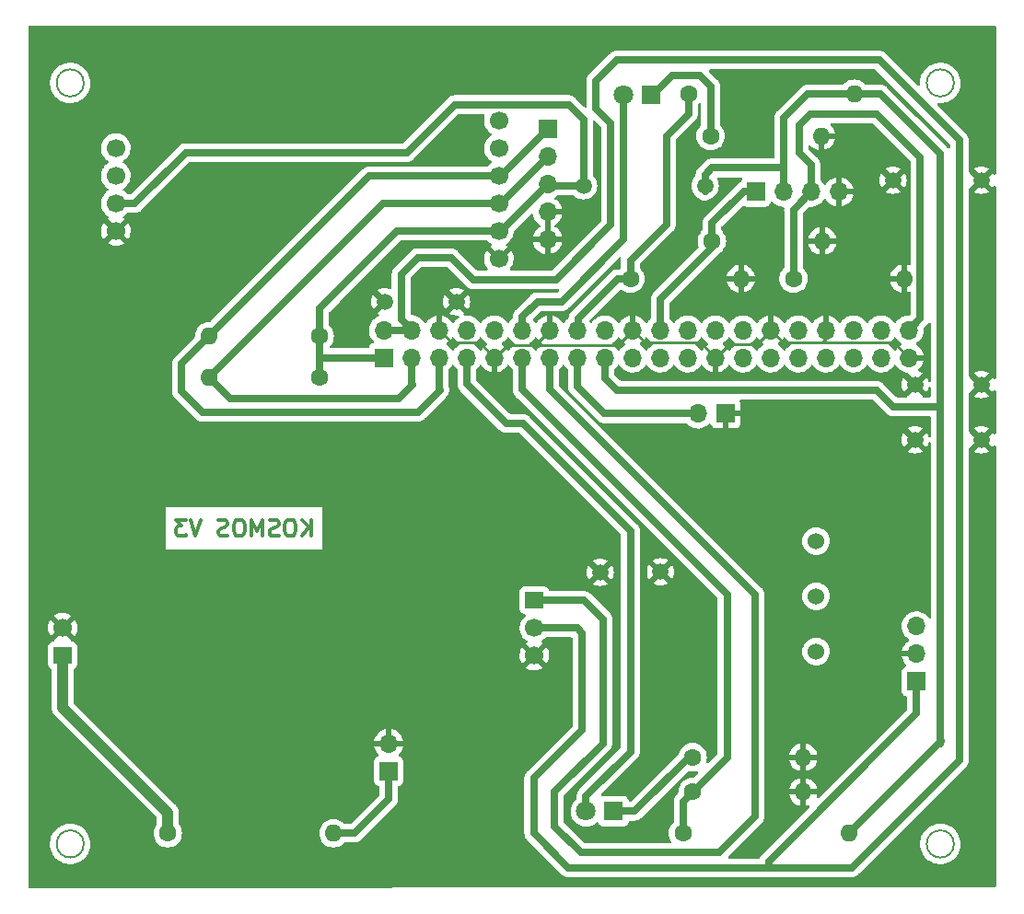
<source format=gbr>
%TF.GenerationSoftware,KiCad,Pcbnew,6.0.9-8da3e8f707~116~ubuntu20.04.1*%
%TF.CreationDate,2022-11-14T15:11:31+01:00*%
%TF.ProjectId,kosmos_V3_PCB,6b6f736d-6f73-45f5-9633-5f5043422e6b,rev?*%
%TF.SameCoordinates,Original*%
%TF.FileFunction,Copper,L2,Bot*%
%TF.FilePolarity,Positive*%
%FSLAX46Y46*%
G04 Gerber Fmt 4.6, Leading zero omitted, Abs format (unit mm)*
G04 Created by KiCad (PCBNEW 6.0.9-8da3e8f707~116~ubuntu20.04.1) date 2022-11-14 15:11:31*
%MOMM*%
%LPD*%
G01*
G04 APERTURE LIST*
%TA.AperFunction,NonConductor*%
%ADD10C,0.200000*%
%TD*%
%ADD11C,0.300000*%
%TA.AperFunction,NonConductor*%
%ADD12C,0.300000*%
%TD*%
%TA.AperFunction,ComponentPad*%
%ADD13C,1.500000*%
%TD*%
%TA.AperFunction,ComponentPad*%
%ADD14C,1.700000*%
%TD*%
%TA.AperFunction,ComponentPad*%
%ADD15C,1.600000*%
%TD*%
%TA.AperFunction,ComponentPad*%
%ADD16O,1.600000X1.600000*%
%TD*%
%TA.AperFunction,ComponentPad*%
%ADD17R,1.700000X1.524000*%
%TD*%
%TA.AperFunction,ComponentPad*%
%ADD18C,1.524000*%
%TD*%
%TA.AperFunction,ComponentPad*%
%ADD19R,1.700000X1.700000*%
%TD*%
%TA.AperFunction,ComponentPad*%
%ADD20O,1.700000X1.700000*%
%TD*%
%TA.AperFunction,ComponentPad*%
%ADD21R,1.800000X1.800000*%
%TD*%
%TA.AperFunction,ComponentPad*%
%ADD22C,1.800000*%
%TD*%
%TA.AperFunction,Conductor*%
%ADD23C,0.700000*%
%TD*%
%TA.AperFunction,Conductor*%
%ADD24C,0.250000*%
%TD*%
%TA.AperFunction,Conductor*%
%ADD25C,1.000000*%
%TD*%
G04 APERTURE END LIST*
D10*
X93250000Y-51000000D02*
G75*
G03*
X93250000Y-51000000I-1250000J0D01*
G01*
X173250000Y-51000000D02*
G75*
G03*
X173250000Y-51000000I-1250000J0D01*
G01*
X93250000Y-121000000D02*
G75*
G03*
X93250000Y-121000000I-1250000J0D01*
G01*
X173250000Y-121000000D02*
G75*
G03*
X173250000Y-121000000I-1250000J0D01*
G01*
D11*
D12*
X114178571Y-92678571D02*
X114178571Y-91178571D01*
X113321428Y-92678571D02*
X113964285Y-91821428D01*
X113321428Y-91178571D02*
X114178571Y-92035714D01*
X112392857Y-91178571D02*
X112107142Y-91178571D01*
X111964285Y-91250000D01*
X111821428Y-91392857D01*
X111750000Y-91678571D01*
X111750000Y-92178571D01*
X111821428Y-92464285D01*
X111964285Y-92607142D01*
X112107142Y-92678571D01*
X112392857Y-92678571D01*
X112535714Y-92607142D01*
X112678571Y-92464285D01*
X112750000Y-92178571D01*
X112750000Y-91678571D01*
X112678571Y-91392857D01*
X112535714Y-91250000D01*
X112392857Y-91178571D01*
X111178571Y-92607142D02*
X110964285Y-92678571D01*
X110607142Y-92678571D01*
X110464285Y-92607142D01*
X110392857Y-92535714D01*
X110321428Y-92392857D01*
X110321428Y-92250000D01*
X110392857Y-92107142D01*
X110464285Y-92035714D01*
X110607142Y-91964285D01*
X110892857Y-91892857D01*
X111035714Y-91821428D01*
X111107142Y-91750000D01*
X111178571Y-91607142D01*
X111178571Y-91464285D01*
X111107142Y-91321428D01*
X111035714Y-91250000D01*
X110892857Y-91178571D01*
X110535714Y-91178571D01*
X110321428Y-91250000D01*
X109678571Y-92678571D02*
X109678571Y-91178571D01*
X109178571Y-92250000D01*
X108678571Y-91178571D01*
X108678571Y-92678571D01*
X107678571Y-91178571D02*
X107392857Y-91178571D01*
X107250000Y-91250000D01*
X107107142Y-91392857D01*
X107035714Y-91678571D01*
X107035714Y-92178571D01*
X107107142Y-92464285D01*
X107250000Y-92607142D01*
X107392857Y-92678571D01*
X107678571Y-92678571D01*
X107821428Y-92607142D01*
X107964285Y-92464285D01*
X108035714Y-92178571D01*
X108035714Y-91678571D01*
X107964285Y-91392857D01*
X107821428Y-91250000D01*
X107678571Y-91178571D01*
X106464285Y-92607142D02*
X106250000Y-92678571D01*
X105892857Y-92678571D01*
X105750000Y-92607142D01*
X105678571Y-92535714D01*
X105607142Y-92392857D01*
X105607142Y-92250000D01*
X105678571Y-92107142D01*
X105750000Y-92035714D01*
X105892857Y-91964285D01*
X106178571Y-91892857D01*
X106321428Y-91821428D01*
X106392857Y-91750000D01*
X106464285Y-91607142D01*
X106464285Y-91464285D01*
X106392857Y-91321428D01*
X106321428Y-91250000D01*
X106178571Y-91178571D01*
X105821428Y-91178571D01*
X105607142Y-91250000D01*
X104035714Y-91178571D02*
X103535714Y-92678571D01*
X103035714Y-91178571D01*
X102678571Y-91178571D02*
X101750000Y-91178571D01*
X102250000Y-91750000D01*
X102035714Y-91750000D01*
X101892857Y-91821428D01*
X101821428Y-91892857D01*
X101750000Y-92035714D01*
X101750000Y-92392857D01*
X101821428Y-92535714D01*
X101892857Y-92607142D01*
X102035714Y-92678571D01*
X102464285Y-92678571D01*
X102607142Y-92607142D01*
X102678571Y-92535714D01*
D13*
%TO.P,,1*%
%TO.N,GND*%
X167640000Y-59944000D03*
%TD*%
%TO.P,REF\u002A\u002A,1*%
%TO.N,GND*%
X175768000Y-59944000D03*
%TD*%
D14*
%TO.P,U1,1,SCL*%
%TO.N,unconnected-(U1-Pad1)*%
X96185000Y-56995000D03*
%TO.P,U1,2,SDA*%
%TO.N,unconnected-(U1-Pad2)*%
X96185000Y-59535000D03*
%TO.P,U1,3,VCC*%
%TO.N,+3V3*%
X96185000Y-62075000D03*
%TO.P,U1,4,GND*%
%TO.N,GND*%
X96185000Y-64615000D03*
%TO.P,U1,5,GND*%
X131405000Y-67155000D03*
%TO.P,U1,6,VCC*%
%TO.N,+3V3*%
X131405000Y-64615000D03*
%TO.P,U1,7,SDA*%
%TO.N,GPIO2*%
X131405000Y-62075000D03*
%TO.P,U1,8,SCL*%
%TO.N,GPIO3*%
X131405000Y-59535000D03*
%TO.P,U1,9,SQW*%
%TO.N,unconnected-(U1-Pad9)*%
X131405000Y-56995000D03*
%TO.P,U1,10,32K*%
%TO.N,unconnected-(U1-Pad10)*%
X131405000Y-54455000D03*
%TD*%
D15*
%TO.P,SW3,1,1*%
%TO.N,Net-(SW3-Pad1)*%
X100965000Y-120015000D03*
D16*
%TO.P,SW3,2,2*%
%TO.N,Net-(J4-Pad1)*%
X116205000Y-120015000D03*
%TD*%
D17*
%TO.P,U2,1,S*%
%TO.N,GPIO27*%
X134680000Y-98590000D03*
D14*
%TO.P,U2,2,VCC*%
%TO.N,+5V*%
X134680000Y-101130000D03*
%TO.P,U2,3,GND*%
%TO.N,GND*%
X134680000Y-103670000D03*
D18*
%TO.P,U2,4,NO*%
%TO.N,unconnected-(U2-Pad4)*%
X160580000Y-103300000D03*
%TO.P,U2,5,COM*%
%TO.N,unconnected-(U2-Pad5)*%
X160580000Y-98220000D03*
%TO.P,U2,6,NC*%
%TO.N,unconnected-(U2-Pad6)*%
X160580000Y-93140000D03*
%TD*%
D13*
%TO.P,,1*%
%TO.N,GND*%
X140716000Y-96012000D03*
%TD*%
D17*
%TO.P,U3,1,VCC*%
%TO.N,Net-(SW3-Pad1)*%
X91298000Y-103660000D03*
D14*
%TO.P,U3,2,GND*%
%TO.N,GND*%
X91298000Y-101120000D03*
%TD*%
D13*
%TO.P,,1*%
%TO.N,GND*%
X169672000Y-78740000D03*
%TD*%
D19*
%TO.P,J1,1,3V3*%
%TO.N,+3V3*%
X120836190Y-76275000D03*
D20*
%TO.P,J1,2,5V*%
%TO.N,+5V*%
X120836190Y-73735000D03*
%TO.P,J1,3,SDA/GPIO2*%
%TO.N,GPIO2*%
X123376190Y-76275000D03*
%TO.P,J1,4,5V*%
%TO.N,+5V*%
X123376190Y-73735000D03*
%TO.P,J1,5,SCL/GPIO3*%
%TO.N,GPIO3*%
X125916190Y-76275000D03*
%TO.P,J1,6,GND*%
%TO.N,GND*%
X125916190Y-73735000D03*
%TO.P,J1,7,GCLK0/GPIO4*%
%TO.N,GPIO4*%
X128456190Y-76275000D03*
%TO.P,J1,8,GPIO14/TXD*%
%TO.N,unconnected-(J1-Pad8)*%
X128456190Y-73735000D03*
%TO.P,J1,9,GND*%
%TO.N,GND*%
X130996190Y-76275000D03*
%TO.P,J1,10,GPIO15/RXD*%
%TO.N,unconnected-(J1-Pad10)*%
X130996190Y-73735000D03*
%TO.P,J1,11,GPIO17*%
%TO.N,GPIO17*%
X133536190Y-76275000D03*
%TO.P,J1,12,GPIO18/PWM0*%
%TO.N,GPIO18*%
X133536190Y-73735000D03*
%TO.P,J1,13,GPIO27*%
%TO.N,unconnected-(J1-Pad13)*%
X136076190Y-76275000D03*
%TO.P,J1,14,GND*%
%TO.N,GND*%
X136076190Y-73735000D03*
%TO.P,J1,15,GPIO22*%
%TO.N,Net-(J1-Pad15)*%
X138616190Y-76275000D03*
%TO.P,J1,16,GPIO23*%
%TO.N,GPIO23*%
X138616190Y-73735000D03*
%TO.P,J1,17,3V3*%
%TO.N,+3V3*%
X141156190Y-76275000D03*
%TO.P,J1,18,GPIO24*%
%TO.N,unconnected-(J1-Pad18)*%
X141156190Y-73735000D03*
%TO.P,J1,19,MOSI0/GPIO10*%
%TO.N,unconnected-(J1-Pad19)*%
X143696190Y-76275000D03*
%TO.P,J1,20,GND*%
%TO.N,GND*%
X143696190Y-73735000D03*
%TO.P,J1,21,MISO0/GPIO9*%
%TO.N,unconnected-(J1-Pad21)*%
X146236190Y-76275000D03*
%TO.P,J1,22,GPIO25*%
%TO.N,GPIO25*%
X146236190Y-73735000D03*
%TO.P,J1,23,SCLK0/GPIO11*%
%TO.N,unconnected-(J1-Pad23)*%
X148776190Y-76275000D03*
%TO.P,J1,24,~{CE0}/GPIO8*%
%TO.N,unconnected-(J1-Pad24)*%
X148776190Y-73735000D03*
%TO.P,J1,25,GND*%
%TO.N,GND*%
X151316190Y-76275000D03*
%TO.P,J1,26,~{CE1}/GPIO7*%
%TO.N,unconnected-(J1-Pad26)*%
X151316190Y-73735000D03*
%TO.P,J1,27,ID_SD/GPIO0*%
%TO.N,unconnected-(J1-Pad27)*%
X153856190Y-76275000D03*
%TO.P,J1,28,ID_SC/GPIO1*%
%TO.N,unconnected-(J1-Pad28)*%
X153856190Y-73735000D03*
%TO.P,J1,29,GCLK1/GPIO5*%
%TO.N,unconnected-(J1-Pad29)*%
X156396190Y-76275000D03*
%TO.P,J1,30,GND*%
%TO.N,GND*%
X156396190Y-73735000D03*
%TO.P,J1,31,GCLK2/GPIO6*%
%TO.N,unconnected-(J1-Pad31)*%
X158936190Y-76275000D03*
%TO.P,J1,32,PWM0/GPIO12*%
%TO.N,unconnected-(J1-Pad32)*%
X158936190Y-73735000D03*
%TO.P,J1,33,PWM1/GPIO13*%
%TO.N,unconnected-(J1-Pad33)*%
X161476190Y-76275000D03*
%TO.P,J1,34,GND*%
%TO.N,GND*%
X161476190Y-73735000D03*
%TO.P,J1,35,GPIO19/MISO1*%
%TO.N,unconnected-(J1-Pad35)*%
X164016190Y-76275000D03*
%TO.P,J1,36,GPIO16*%
%TO.N,unconnected-(J1-Pad36)*%
X164016190Y-73735000D03*
%TO.P,J1,37,GPIO26*%
%TO.N,unconnected-(J1-Pad37)*%
X166556190Y-76275000D03*
%TO.P,J1,38,GPIO20/MOSI1*%
%TO.N,unconnected-(J1-Pad38)*%
X166556190Y-73735000D03*
%TO.P,J1,39,GND*%
%TO.N,GND*%
X169096190Y-76275000D03*
%TO.P,J1,40,GPIO21/SCLK1*%
%TO.N,GPIO21*%
X169096190Y-73735000D03*
%TD*%
D15*
%TO.P,R1,1*%
%TO.N,Net-(D2-Pad1)*%
X149225000Y-113030000D03*
D16*
%TO.P,R1,2*%
%TO.N,GND*%
X159385000Y-113030000D03*
%TD*%
D15*
%TO.P,R3,1*%
%TO.N,GPIO23*%
X143503810Y-69000000D03*
D16*
%TO.P,R3,2*%
%TO.N,GND*%
X153663810Y-69000000D03*
%TD*%
D13*
%TO.P,,1*%
%TO.N,GND*%
X146286834Y-95982283D03*
%TD*%
D19*
%TO.P,J5,1,Pin_1*%
%TO.N,GPIO3*%
X135890000Y-55245000D03*
D20*
%TO.P,J5,2,Pin_2*%
%TO.N,GPIO2*%
X135890000Y-57785000D03*
%TO.P,J5,3,Pin_3*%
%TO.N,+3V3*%
X135890000Y-60325000D03*
%TO.P,J5,4,Pin_4*%
%TO.N,GND*%
X135890000Y-62865000D03*
%TO.P,J5,5,Pin_5*%
X135890000Y-65405000D03*
%TD*%
D15*
%TO.P,R6,1*%
%TO.N,GPIO21*%
X158500000Y-69000000D03*
D16*
%TO.P,R6,2*%
%TO.N,GND*%
X168660000Y-69000000D03*
%TD*%
D15*
%TO.P,R4,1*%
%TO.N,GPIO17*%
X149225000Y-116205000D03*
D16*
%TO.P,R4,2*%
%TO.N,GND*%
X159385000Y-116205000D03*
%TD*%
D21*
%TO.P,D1,1,K*%
%TO.N,Net-(D1-Pad1)*%
X145420000Y-52070000D03*
D22*
%TO.P,D1,2,A*%
%TO.N,GPIO18*%
X142880000Y-52070000D03*
%TD*%
D19*
%TO.P,J4,1,Pin_1*%
%TO.N,Net-(J4-Pad1)*%
X121285000Y-114305000D03*
D20*
%TO.P,J4,2,Pin_2*%
%TO.N,GND*%
X121285000Y-111765000D03*
%TD*%
D15*
%TO.P,R8,1*%
%TO.N,+3V3*%
X114935000Y-78105000D03*
D16*
%TO.P,R8,2*%
%TO.N,GPIO2*%
X104775000Y-78105000D03*
%TD*%
D21*
%TO.P,D2,1,K*%
%TO.N,Net-(D2-Pad1)*%
X141961190Y-118000000D03*
D22*
%TO.P,D2,2,A*%
%TO.N,GPIO4*%
X139421190Y-118000000D03*
%TD*%
D13*
%TO.P,REF\u002A\u002A,1*%
%TO.N,N/C*%
X139192000Y-60452000D03*
%TD*%
D19*
%TO.P,J6,1,Pin_1*%
%TO.N,+5V*%
X169800000Y-106050000D03*
D20*
%TO.P,J6,2,Pin_2*%
%TO.N,GND*%
X169800000Y-103510000D03*
%TO.P,J6,3,Pin_3*%
%TO.N,unconnected-(J6-Pad3)*%
X169800000Y-100970000D03*
%TD*%
D15*
%TO.P,R7,1*%
%TO.N,+3V3*%
X114935000Y-74295000D03*
D16*
%TO.P,R7,2*%
%TO.N,GPIO3*%
X104775000Y-74295000D03*
%TD*%
D19*
%TO.P,J3,1,Pin_1*%
%TO.N,GPIO25*%
X155045000Y-61025000D03*
D20*
%TO.P,J3,2,Pin_2*%
%TO.N,+3V3*%
X157585000Y-61025000D03*
%TO.P,J3,3,Pin_3*%
%TO.N,GPIO21*%
X160125000Y-61025000D03*
%TO.P,J3,4,Pin_4*%
%TO.N,GND*%
X162665000Y-61025000D03*
%TD*%
D19*
%TO.P,J2,1,Pin_1*%
%TO.N,GND*%
X152275000Y-81425000D03*
D20*
%TO.P,J2,2,Pin_2*%
%TO.N,Net-(J1-Pad15)*%
X149735000Y-81425000D03*
%TD*%
D15*
%TO.P,SW1,1,1*%
%TO.N,GPIO23*%
X148844000Y-52000000D03*
D16*
%TO.P,SW1,2,2*%
%TO.N,+3V3*%
X164084000Y-52000000D03*
%TD*%
D13*
%TO.P,,1*%
%TO.N,GND*%
X120904000Y-71120000D03*
%TD*%
D15*
%TO.P,R5,1*%
%TO.N,GPIO25*%
X150995000Y-65532000D03*
D16*
%TO.P,R5,2*%
%TO.N,GND*%
X161155000Y-65532000D03*
X161155000Y-65532000D03*
%TD*%
D15*
%TO.P,SW2,1,1*%
%TO.N,GPIO17*%
X148341190Y-120000000D03*
D16*
%TO.P,SW2,2,2*%
%TO.N,+3V3*%
X163581190Y-120000000D03*
%TD*%
D13*
%TO.P,,1*%
%TO.N,GND*%
X127508000Y-71120000D03*
%TD*%
%TO.P,,1*%
%TO.N,GND*%
X175768000Y-78740000D03*
%TD*%
%TO.P,,1*%
%TO.N,GND*%
X169672000Y-83820000D03*
%TD*%
%TO.P,,1*%
%TO.N,GND*%
X175768000Y-83820000D03*
%TD*%
D15*
%TO.P,R2,1*%
%TO.N,Net-(D1-Pad1)*%
X150876000Y-55880000D03*
D16*
%TO.P,R2,2*%
%TO.N,GND*%
X161036000Y-55880000D03*
%TD*%
D13*
%TO.P,REF\u002A\u002A,1*%
%TO.N,N/C*%
X150368000Y-60452000D03*
%TD*%
D23*
%TO.N,Net-(D1-Pad1)*%
X150876000Y-51308000D02*
X150876000Y-55880000D01*
X149860000Y-50292000D02*
X150876000Y-51308000D01*
X147320000Y-50292000D02*
X149860000Y-50292000D01*
X145542000Y-52070000D02*
X147320000Y-50292000D01*
X145420000Y-52070000D02*
X145542000Y-52070000D01*
%TO.N,GPIO18*%
X133536190Y-72532919D02*
X134949109Y-71120000D01*
X133536190Y-73735000D02*
X133536190Y-72532919D01*
X137160000Y-71120000D02*
X142880000Y-65400000D01*
X134949109Y-71120000D02*
X137160000Y-71120000D01*
X142880000Y-65400000D02*
X142880000Y-52070000D01*
%TO.N,Net-(D2-Pad1)*%
X143881190Y-118000000D02*
X148851190Y-113030000D01*
X141961190Y-118000000D02*
X143881190Y-118000000D01*
X148851190Y-113030000D02*
X149225000Y-113030000D01*
%TO.N,GPIO4*%
X139421190Y-116606905D02*
X143510000Y-112518095D01*
X132080000Y-82296000D02*
X128456190Y-78672190D01*
X143510000Y-112518095D02*
X143510000Y-92202000D01*
X143510000Y-92202000D02*
X133604000Y-82296000D01*
X133604000Y-82296000D02*
X132080000Y-82296000D01*
X139421190Y-118000000D02*
X139421190Y-116606905D01*
X128456190Y-78672190D02*
X128456190Y-76275000D01*
%TO.N,+5V*%
X140335000Y-50800000D02*
X140335000Y-53340000D01*
X134620000Y-114935000D02*
X134620000Y-120015000D01*
X134620000Y-120015000D02*
X137795000Y-123190000D01*
X127000000Y-67056000D02*
X123952000Y-67056000D01*
X122428000Y-72786810D02*
X123376190Y-73735000D01*
X139065000Y-101600000D02*
X139065000Y-110490000D01*
X142240000Y-48895000D02*
X140335000Y-50800000D01*
X141680480Y-64059520D02*
X136652000Y-69088000D01*
X156210000Y-122590000D02*
X169800000Y-109000000D01*
X123952000Y-67056000D02*
X122428000Y-68580000D01*
X139065000Y-110490000D02*
X134620000Y-114935000D01*
X163830000Y-123190000D02*
X173750000Y-113270000D01*
X136652000Y-69088000D02*
X129032000Y-69088000D01*
X173750000Y-113270000D02*
X173750000Y-56275000D01*
X122428000Y-68580000D02*
X122428000Y-72786810D01*
X156210000Y-123190000D02*
X156210000Y-122590000D01*
X140335000Y-53340000D02*
X141680480Y-54685480D01*
X138595000Y-101130000D02*
X139065000Y-101600000D01*
X129032000Y-69088000D02*
X127000000Y-67056000D01*
X123376190Y-73219810D02*
X123376190Y-73735000D01*
X120495489Y-73394299D02*
X120836190Y-73735000D01*
X173750000Y-56275000D02*
X166370000Y-48895000D01*
X137795000Y-123190000D02*
X163830000Y-123190000D01*
X169800000Y-109000000D02*
X169800000Y-106050000D01*
X141680480Y-54685480D02*
X141680480Y-64059520D01*
X120836190Y-73735000D02*
X123376190Y-73735000D01*
X134680000Y-101130000D02*
X138595000Y-101130000D01*
X166370000Y-48895000D02*
X142240000Y-48895000D01*
D24*
%TO.N,GND*%
X155131190Y-75000000D02*
X156396190Y-73735000D01*
X161476190Y-73735000D02*
X161476190Y-74548810D01*
X149950701Y-74909511D02*
X144870701Y-74909511D01*
X142330701Y-75100489D02*
X143696190Y-73735000D01*
X161115489Y-74909511D02*
X157570701Y-74909511D01*
X126000000Y-73818810D02*
X125916190Y-73735000D01*
X169096190Y-76275000D02*
X167730701Y-74909511D01*
X132170701Y-75100489D02*
X130996190Y-76275000D01*
X134710701Y-75100489D02*
X132170701Y-75100489D01*
X151316190Y-76275000D02*
X152591190Y-75000000D01*
X157570701Y-74909511D02*
X156396190Y-73735000D01*
X161476190Y-74548810D02*
X161115489Y-74909511D01*
X167730701Y-74909511D02*
X161115489Y-74909511D01*
X134710701Y-75100489D02*
X142330701Y-75100489D01*
X151316190Y-76275000D02*
X149950701Y-74909511D01*
X129630701Y-74909511D02*
X127090701Y-74909511D01*
X136076190Y-73735000D02*
X134710701Y-75100489D01*
X127090701Y-74909511D02*
X125916190Y-73735000D01*
X152591190Y-75000000D02*
X155131190Y-75000000D01*
X130996190Y-76275000D02*
X129630701Y-74909511D01*
X144870701Y-74909511D02*
X143696190Y-73735000D01*
D23*
%TO.N,GPIO17*%
X133536190Y-79180190D02*
X133536190Y-76275000D01*
X148341190Y-120000000D02*
X148341190Y-117088810D01*
X152400000Y-113030000D02*
X152400000Y-98044000D01*
X148341190Y-117088810D02*
X152400000Y-113030000D01*
X152400000Y-98044000D02*
X133536190Y-79180190D01*
%TO.N,GPIO23*%
X142328000Y-69000000D02*
X143503810Y-69000000D01*
X146812000Y-64008000D02*
X146812000Y-55880000D01*
D25*
X138616190Y-73735000D02*
X138684000Y-73667190D01*
D23*
X138684000Y-73667190D02*
X138684000Y-72644000D01*
X148844000Y-53848000D02*
X148844000Y-52000000D01*
X143503810Y-69000000D02*
X143503810Y-67316190D01*
D25*
X138616190Y-73735000D02*
X138430000Y-73548810D01*
D23*
X146812000Y-55880000D02*
X148844000Y-53848000D01*
X143503810Y-67316190D02*
X146812000Y-64008000D01*
X138684000Y-72644000D02*
X142328000Y-69000000D01*
%TO.N,GPIO25*%
X146236190Y-73735000D02*
X146236190Y-70908810D01*
X150995000Y-66150000D02*
X150995000Y-65532000D01*
X153924000Y-60960000D02*
X154980000Y-60960000D01*
X150995000Y-63889000D02*
X153924000Y-60960000D01*
X154980000Y-60960000D02*
X155045000Y-61025000D01*
X146236190Y-70908810D02*
X150995000Y-66150000D01*
X150995000Y-65532000D02*
X150995000Y-63889000D01*
%TO.N,GPIO21*%
X159004000Y-57404000D02*
X160125000Y-58525000D01*
X169096190Y-73735000D02*
X170159511Y-72671679D01*
X166116000Y-53848000D02*
X160020000Y-53848000D01*
X170159511Y-57891511D02*
X166116000Y-53848000D01*
X160125000Y-58525000D02*
X160125000Y-61025000D01*
X159004000Y-54864000D02*
X159004000Y-57404000D01*
X170159511Y-72671679D02*
X170159511Y-57891511D01*
X160020000Y-53848000D02*
X159004000Y-54864000D01*
X160125000Y-61025000D02*
X158500000Y-62650000D01*
X158500000Y-62650000D02*
X158500000Y-69000000D01*
%TO.N,Net-(J4-Pad1)*%
X118110000Y-120015000D02*
X121285000Y-116840000D01*
X116205000Y-120015000D02*
X118110000Y-120015000D01*
X121285000Y-116840000D02*
X121285000Y-114305000D01*
D25*
%TO.N,Net-(SW3-Pad1)*%
X91298000Y-108443000D02*
X100965000Y-118110000D01*
X100965000Y-118110000D02*
X100965000Y-120015000D01*
X91298000Y-103660000D02*
X91298000Y-108443000D01*
D23*
%TO.N,Net-(J1-Pad15)*%
X149735000Y-81425000D02*
X141115000Y-81425000D01*
X138616190Y-78926190D02*
X138616190Y-76275000D01*
X141115000Y-81425000D02*
X138616190Y-78926190D01*
%TO.N,GPIO2*%
X106680000Y-80010000D02*
X104775000Y-78105000D01*
D25*
X131405000Y-62075000D02*
X131600000Y-62075000D01*
D23*
X123376190Y-78672190D02*
X123376190Y-76275000D01*
X104775000Y-78105000D02*
X120805000Y-62075000D01*
X122174000Y-80010000D02*
X123444000Y-78740000D01*
X131600000Y-62075000D02*
X135890000Y-57785000D01*
X123444000Y-78740000D02*
X123376190Y-78672190D01*
X120805000Y-62075000D02*
X131405000Y-62075000D01*
X106680000Y-80010000D02*
X122174000Y-80010000D01*
%TO.N,GPIO3*%
X102235000Y-76835000D02*
X119535000Y-59535000D01*
X125916190Y-79180190D02*
X125916190Y-76275000D01*
X102235000Y-79375000D02*
X102235000Y-76835000D01*
X119535000Y-59535000D02*
X131405000Y-59535000D01*
X131600000Y-59535000D02*
X135890000Y-55245000D01*
X104140000Y-81280000D02*
X102235000Y-79375000D01*
D25*
X131405000Y-59535000D02*
X131600000Y-59535000D01*
D23*
X104140000Y-81280000D02*
X123952000Y-81280000D01*
X123952000Y-81280000D02*
X125984000Y-79248000D01*
X125984000Y-79248000D02*
X125916190Y-79180190D01*
%TO.N,unconnected-(J1-Pad13)*%
X136525000Y-119380000D02*
X138938000Y-121793000D01*
X151638000Y-121793000D02*
X154940000Y-118491000D01*
X140970000Y-111760000D02*
X136525000Y-116205000D01*
X136076190Y-79180190D02*
X136076190Y-76275000D01*
X139230000Y-98590000D02*
X140970000Y-100330000D01*
X134680000Y-98590000D02*
X139230000Y-98590000D01*
X154940000Y-98044000D02*
X136076190Y-79180190D01*
X154940000Y-118491000D02*
X154940000Y-98044000D01*
X136525000Y-116205000D02*
X136525000Y-119380000D01*
X138938000Y-121793000D02*
X151638000Y-121793000D01*
D25*
X135961190Y-76390000D02*
X136076190Y-76275000D01*
D23*
X140970000Y-100330000D02*
X140970000Y-111760000D01*
%TO.N,+3V3*%
X96185000Y-62075000D02*
X97945000Y-62075000D01*
X139192000Y-54356000D02*
X139192000Y-60452000D01*
X157585000Y-58823000D02*
X157585000Y-54251000D01*
X150368000Y-60960000D02*
X150368000Y-59436000D01*
X122075000Y-64615000D02*
X114935000Y-71755000D01*
X166458600Y-52000000D02*
X172000000Y-57541400D01*
X157585000Y-61025000D02*
X157585000Y-58823000D01*
X127346511Y-52993489D02*
X137829489Y-52993489D01*
X172000000Y-81500000D02*
X172000000Y-111760000D01*
X122936000Y-57404000D02*
X127346511Y-52993489D01*
X131600000Y-64615000D02*
X135890000Y-60325000D01*
X159836000Y-52000000D02*
X163581190Y-52000000D01*
X172085000Y-111496190D02*
X163581190Y-120000000D01*
X150368000Y-59436000D02*
X150981000Y-58823000D01*
X131405000Y-64615000D02*
X122075000Y-64615000D01*
X150981000Y-58823000D02*
X157585000Y-58823000D01*
X102616000Y-57404000D02*
X122936000Y-57404000D01*
X137829489Y-52993489D02*
X139192000Y-54356000D01*
X141156190Y-76275000D02*
X141156190Y-78164190D01*
X115010000Y-76275000D02*
X114935000Y-76200000D01*
X114935000Y-71755000D02*
X114935000Y-74295000D01*
X120836190Y-76275000D02*
X115010000Y-76275000D01*
X138747500Y-60452000D02*
X135572500Y-60452000D01*
X141156190Y-78164190D02*
X142240000Y-79248000D01*
X114935000Y-76200000D02*
X114935000Y-78105000D01*
X114935000Y-74295000D02*
X114935000Y-76200000D01*
X166116000Y-79248000D02*
X167640000Y-80772000D01*
X157585000Y-54251000D02*
X159836000Y-52000000D01*
D25*
X131405000Y-64615000D02*
X131600000Y-64615000D01*
D23*
X142240000Y-79248000D02*
X166116000Y-79248000D01*
X172000000Y-80560000D02*
X172000000Y-81500000D01*
X163581190Y-52000000D02*
X166458600Y-52000000D01*
X97945000Y-62075000D02*
X102616000Y-57404000D01*
X167640000Y-80772000D02*
X171788000Y-80772000D01*
X171788000Y-80772000D02*
X172000000Y-80560000D01*
X172000000Y-57541400D02*
X172000000Y-80560000D01*
%TD*%
%TA.AperFunction,Conductor*%
%TO.N,GND*%
G36*
X177063621Y-45740002D02*
G01*
X177110114Y-45793658D01*
X177121500Y-45846000D01*
X177121500Y-59301560D01*
X177101498Y-59369681D01*
X177047842Y-59416174D01*
X176977568Y-59426278D01*
X176912988Y-59396784D01*
X176881305Y-59354810D01*
X176863946Y-59317583D01*
X176858466Y-59308093D01*
X176829589Y-59266851D01*
X176819113Y-59258477D01*
X176805666Y-59265545D01*
X176140021Y-59931189D01*
X176132408Y-59945132D01*
X176132539Y-59946966D01*
X176136790Y-59953580D01*
X176806391Y-60623180D01*
X176818161Y-60629607D01*
X176830176Y-60620311D01*
X176858466Y-60579907D01*
X176863946Y-60570417D01*
X176881305Y-60533190D01*
X176928223Y-60479905D01*
X176996500Y-60460444D01*
X177064460Y-60480986D01*
X177110525Y-60535009D01*
X177121500Y-60586440D01*
X177121500Y-78097560D01*
X177101498Y-78165681D01*
X177047842Y-78212174D01*
X176977568Y-78222278D01*
X176912988Y-78192784D01*
X176881305Y-78150810D01*
X176863946Y-78113583D01*
X176858466Y-78104093D01*
X176829589Y-78062851D01*
X176819113Y-78054477D01*
X176805666Y-78061545D01*
X176140021Y-78727189D01*
X176132408Y-78741132D01*
X176132539Y-78742966D01*
X176136790Y-78749580D01*
X176806391Y-79419180D01*
X176818161Y-79425607D01*
X176830176Y-79416311D01*
X176858466Y-79375907D01*
X176863946Y-79366417D01*
X176881305Y-79329190D01*
X176928223Y-79275905D01*
X176996500Y-79256444D01*
X177064460Y-79276986D01*
X177110525Y-79331009D01*
X177121500Y-79382440D01*
X177121500Y-83177560D01*
X177101498Y-83245681D01*
X177047842Y-83292174D01*
X176977568Y-83302278D01*
X176912988Y-83272784D01*
X176881305Y-83230810D01*
X176863946Y-83193583D01*
X176858466Y-83184093D01*
X176829589Y-83142851D01*
X176819113Y-83134477D01*
X176805666Y-83141545D01*
X176140021Y-83807189D01*
X176132408Y-83821132D01*
X176132539Y-83822966D01*
X176136790Y-83829580D01*
X176806391Y-84499180D01*
X176818161Y-84505607D01*
X176830176Y-84496311D01*
X176858466Y-84455907D01*
X176863946Y-84446417D01*
X176881305Y-84409190D01*
X176928223Y-84355905D01*
X176996500Y-84336444D01*
X177064460Y-84356986D01*
X177110525Y-84411009D01*
X177121500Y-84462440D01*
X177121500Y-124842421D01*
X177101498Y-124910542D01*
X177047842Y-124957035D01*
X176995679Y-124968421D01*
X154455145Y-125000439D01*
X88264679Y-125094459D01*
X88196530Y-125074554D01*
X88149961Y-125020964D01*
X88138500Y-124968459D01*
X88138500Y-120941474D01*
X90137672Y-120941474D01*
X90137847Y-120945925D01*
X90139708Y-120993281D01*
X90139708Y-120993282D01*
X90144694Y-121120176D01*
X90148005Y-121204462D01*
X90195290Y-121463371D01*
X90278584Y-121713034D01*
X90280577Y-121717022D01*
X90357950Y-121871869D01*
X90396225Y-121948470D01*
X90398754Y-121952129D01*
X90524212Y-122133652D01*
X90545865Y-122164982D01*
X90724520Y-122358249D01*
X90928623Y-122524415D01*
X90932431Y-122526708D01*
X90932433Y-122526709D01*
X91150288Y-122657868D01*
X91150292Y-122657870D01*
X91154104Y-122660165D01*
X91290026Y-122717721D01*
X91392359Y-122761054D01*
X91392364Y-122761056D01*
X91396462Y-122762791D01*
X91400760Y-122763930D01*
X91400764Y-122763932D01*
X91523662Y-122796517D01*
X91650862Y-122830244D01*
X91912229Y-122861179D01*
X92175347Y-122854978D01*
X92179745Y-122854246D01*
X92430576Y-122812496D01*
X92430580Y-122812495D01*
X92434966Y-122811765D01*
X92439207Y-122810424D01*
X92439210Y-122810423D01*
X92681661Y-122733746D01*
X92681663Y-122733745D01*
X92685907Y-122732403D01*
X92689918Y-122730477D01*
X92689923Y-122730475D01*
X92919143Y-122620405D01*
X92919144Y-122620404D01*
X92923162Y-122618475D01*
X93033187Y-122544958D01*
X93138289Y-122474732D01*
X93138293Y-122474729D01*
X93141997Y-122472254D01*
X93145314Y-122469283D01*
X93145318Y-122469280D01*
X93334729Y-122299629D01*
X93334730Y-122299628D01*
X93338047Y-122296657D01*
X93507398Y-122095189D01*
X93528481Y-122061385D01*
X93644320Y-121875643D01*
X93646674Y-121871869D01*
X93753093Y-121631152D01*
X93824534Y-121377843D01*
X93835674Y-121294901D01*
X93859143Y-121120176D01*
X93859144Y-121120168D01*
X93859570Y-121116994D01*
X93859671Y-121113783D01*
X93863146Y-121003222D01*
X93863146Y-121003217D01*
X93863247Y-121000000D01*
X93856904Y-120910405D01*
X93844974Y-120741915D01*
X93844659Y-120737466D01*
X93840266Y-120717059D01*
X93790201Y-120484523D01*
X93789264Y-120480171D01*
X93786705Y-120473233D01*
X93699710Y-120237424D01*
X93698169Y-120233247D01*
X93573191Y-120001622D01*
X93416824Y-119789918D01*
X93404495Y-119777393D01*
X93235318Y-119605539D01*
X93232187Y-119602358D01*
X93228647Y-119599657D01*
X93228641Y-119599651D01*
X93026506Y-119445386D01*
X93026502Y-119445383D01*
X93022965Y-119442684D01*
X92793332Y-119314084D01*
X92547870Y-119219122D01*
X92543545Y-119218119D01*
X92543540Y-119218118D01*
X92358425Y-119175211D01*
X92291476Y-119159693D01*
X92029267Y-119136983D01*
X92024832Y-119137227D01*
X92024828Y-119137227D01*
X91770916Y-119151200D01*
X91770909Y-119151201D01*
X91766473Y-119151445D01*
X91653142Y-119173988D01*
X91512711Y-119201921D01*
X91512706Y-119201922D01*
X91508339Y-119202791D01*
X91504136Y-119204267D01*
X91264223Y-119288518D01*
X91264220Y-119288519D01*
X91260015Y-119289996D01*
X91256062Y-119292049D01*
X91256056Y-119292052D01*
X91147895Y-119348238D01*
X91026456Y-119411321D01*
X91022841Y-119413904D01*
X91022835Y-119413908D01*
X90925962Y-119483135D01*
X90812322Y-119564344D01*
X90809095Y-119567422D01*
X90809093Y-119567424D01*
X90625856Y-119742223D01*
X90621885Y-119746011D01*
X90458945Y-119952700D01*
X90399361Y-120055281D01*
X90328987Y-120176438D01*
X90328984Y-120176444D01*
X90326753Y-120180285D01*
X90325083Y-120184408D01*
X90236937Y-120402031D01*
X90227947Y-120424225D01*
X90226876Y-120428538D01*
X90226874Y-120428543D01*
X90195165Y-120556198D01*
X90164498Y-120679654D01*
X90137672Y-120941474D01*
X88138500Y-120941474D01*
X88138500Y-104470134D01*
X89939500Y-104470134D01*
X89946255Y-104532316D01*
X89997385Y-104668705D01*
X90084739Y-104785261D01*
X90201295Y-104872615D01*
X90209704Y-104875767D01*
X90217575Y-104880077D01*
X90216664Y-104881741D01*
X90264490Y-104917663D01*
X90289193Y-104984224D01*
X90289500Y-104993009D01*
X90289500Y-108381157D01*
X90288763Y-108394764D01*
X90284676Y-108432388D01*
X90285213Y-108438523D01*
X90289050Y-108482388D01*
X90289379Y-108487214D01*
X90289500Y-108489686D01*
X90289500Y-108492769D01*
X90289801Y-108495837D01*
X90293690Y-108535506D01*
X90293812Y-108536819D01*
X90301913Y-108629413D01*
X90303400Y-108634532D01*
X90303920Y-108639833D01*
X90330791Y-108728834D01*
X90331126Y-108729967D01*
X90357091Y-108819336D01*
X90359544Y-108824068D01*
X90361084Y-108829169D01*
X90363978Y-108834612D01*
X90404731Y-108911260D01*
X90405343Y-108912426D01*
X90408640Y-108918786D01*
X90448108Y-108994926D01*
X90451431Y-108999089D01*
X90453934Y-109003796D01*
X90512755Y-109075918D01*
X90513446Y-109076774D01*
X90544738Y-109115973D01*
X90547242Y-109118477D01*
X90547884Y-109119195D01*
X90551585Y-109123528D01*
X90578935Y-109157062D01*
X90583682Y-109160989D01*
X90583684Y-109160991D01*
X90614262Y-109186287D01*
X90623042Y-109194277D01*
X99919595Y-118490830D01*
X99953621Y-118553142D01*
X99956500Y-118579925D01*
X99956500Y-119134260D01*
X99933713Y-119206531D01*
X99827477Y-119358251D01*
X99825154Y-119363233D01*
X99825151Y-119363238D01*
X99735234Y-119556067D01*
X99730716Y-119565757D01*
X99729294Y-119571065D01*
X99729293Y-119571067D01*
X99676900Y-119766598D01*
X99671457Y-119786913D01*
X99651502Y-120015000D01*
X99671457Y-120243087D01*
X99672881Y-120248400D01*
X99672881Y-120248402D01*
X99728032Y-120454225D01*
X99730716Y-120464243D01*
X99733039Y-120469224D01*
X99733039Y-120469225D01*
X99825151Y-120666762D01*
X99825154Y-120666767D01*
X99827477Y-120671749D01*
X99870444Y-120733112D01*
X99954835Y-120853634D01*
X99958802Y-120859300D01*
X100120700Y-121021198D01*
X100125208Y-121024355D01*
X100125211Y-121024357D01*
X100203389Y-121079098D01*
X100308251Y-121152523D01*
X100313233Y-121154846D01*
X100313238Y-121154849D01*
X100510775Y-121246961D01*
X100515757Y-121249284D01*
X100521065Y-121250706D01*
X100521067Y-121250707D01*
X100731598Y-121307119D01*
X100731600Y-121307119D01*
X100736913Y-121308543D01*
X100965000Y-121328498D01*
X101193087Y-121308543D01*
X101198400Y-121307119D01*
X101198402Y-121307119D01*
X101408933Y-121250707D01*
X101408935Y-121250706D01*
X101414243Y-121249284D01*
X101419225Y-121246961D01*
X101616762Y-121154849D01*
X101616767Y-121154846D01*
X101621749Y-121152523D01*
X101726611Y-121079098D01*
X101804789Y-121024357D01*
X101804792Y-121024355D01*
X101809300Y-121021198D01*
X101971198Y-120859300D01*
X101975166Y-120853634D01*
X102059556Y-120733112D01*
X102102523Y-120671749D01*
X102104846Y-120666767D01*
X102104849Y-120666762D01*
X102196961Y-120469225D01*
X102196961Y-120469224D01*
X102199284Y-120464243D01*
X102201969Y-120454225D01*
X102257119Y-120248402D01*
X102257119Y-120248400D01*
X102258543Y-120243087D01*
X102278498Y-120015000D01*
X114891502Y-120015000D01*
X114911457Y-120243087D01*
X114912881Y-120248400D01*
X114912881Y-120248402D01*
X114968032Y-120454225D01*
X114970716Y-120464243D01*
X114973039Y-120469224D01*
X114973039Y-120469225D01*
X115065151Y-120666762D01*
X115065154Y-120666767D01*
X115067477Y-120671749D01*
X115110444Y-120733112D01*
X115194835Y-120853634D01*
X115198802Y-120859300D01*
X115360700Y-121021198D01*
X115365208Y-121024355D01*
X115365211Y-121024357D01*
X115443389Y-121079098D01*
X115548251Y-121152523D01*
X115553233Y-121154846D01*
X115553238Y-121154849D01*
X115750775Y-121246961D01*
X115755757Y-121249284D01*
X115761065Y-121250706D01*
X115761067Y-121250707D01*
X115971598Y-121307119D01*
X115971600Y-121307119D01*
X115976913Y-121308543D01*
X116205000Y-121328498D01*
X116433087Y-121308543D01*
X116438400Y-121307119D01*
X116438402Y-121307119D01*
X116648933Y-121250707D01*
X116648935Y-121250706D01*
X116654243Y-121249284D01*
X116659225Y-121246961D01*
X116856762Y-121154849D01*
X116856767Y-121154846D01*
X116861749Y-121152523D01*
X116966611Y-121079098D01*
X117044789Y-121024357D01*
X117044792Y-121024355D01*
X117049300Y-121021198D01*
X117160093Y-120910405D01*
X117222405Y-120876379D01*
X117249188Y-120873500D01*
X118068610Y-120873500D01*
X118079152Y-120873942D01*
X118131099Y-120878304D01*
X118137859Y-120877402D01*
X118137861Y-120877402D01*
X118211602Y-120867563D01*
X118214657Y-120867193D01*
X118251437Y-120863197D01*
X118295437Y-120858417D01*
X118301901Y-120856242D01*
X118305176Y-120855522D01*
X118305572Y-120855452D01*
X118305996Y-120855329D01*
X118309216Y-120854538D01*
X118315989Y-120853634D01*
X118392323Y-120825851D01*
X118395198Y-120824844D01*
X118413773Y-120818593D01*
X118472223Y-120798922D01*
X118478077Y-120795404D01*
X118481084Y-120794015D01*
X118481489Y-120793848D01*
X118481865Y-120793643D01*
X118484852Y-120792173D01*
X118491268Y-120789838D01*
X118559920Y-120746270D01*
X118562389Y-120744745D01*
X118632109Y-120702853D01*
X118637066Y-120698166D01*
X118639723Y-120696149D01*
X118640469Y-120695631D01*
X118644402Y-120692656D01*
X118648759Y-120689891D01*
X118653032Y-120686070D01*
X118707010Y-120632092D01*
X118709532Y-120629638D01*
X118762680Y-120579379D01*
X118762682Y-120579377D01*
X118767636Y-120574692D01*
X118771471Y-120569050D01*
X118775894Y-120563852D01*
X118776290Y-120564189D01*
X118782904Y-120556198D01*
X121862776Y-117476326D01*
X121870543Y-117469183D01*
X121896037Y-117447639D01*
X121910367Y-117435529D01*
X121915007Y-117429461D01*
X121959701Y-117371003D01*
X121961601Y-117368581D01*
X122008228Y-117310589D01*
X122008232Y-117310583D01*
X122012510Y-117305262D01*
X122015547Y-117299143D01*
X122017335Y-117296348D01*
X122017588Y-117295987D01*
X122017790Y-117295620D01*
X122019521Y-117292762D01*
X122023660Y-117287348D01*
X122057986Y-117213736D01*
X122059320Y-117210964D01*
X122092414Y-117144296D01*
X122095447Y-117138186D01*
X122097098Y-117131565D01*
X122098249Y-117128437D01*
X122098413Y-117128044D01*
X122098532Y-117127639D01*
X122099609Y-117124475D01*
X122102490Y-117118296D01*
X122120215Y-117038998D01*
X122120924Y-117036002D01*
X122138921Y-116963821D01*
X122138921Y-116963820D01*
X122140572Y-116957199D01*
X122140763Y-116950378D01*
X122141215Y-116947075D01*
X122141374Y-116946191D01*
X122142052Y-116941308D01*
X122143180Y-116936260D01*
X122143500Y-116930537D01*
X122143500Y-116854156D01*
X122143549Y-116850637D01*
X122145781Y-116770743D01*
X122144502Y-116764039D01*
X122143955Y-116757238D01*
X122144475Y-116757196D01*
X122143500Y-116746875D01*
X122143500Y-115779493D01*
X122163502Y-115711372D01*
X122217158Y-115664879D01*
X122238763Y-115657457D01*
X122245316Y-115656745D01*
X122252711Y-115653973D01*
X122252714Y-115653972D01*
X122373297Y-115608767D01*
X122381705Y-115605615D01*
X122498261Y-115518261D01*
X122585615Y-115401705D01*
X122636745Y-115265316D01*
X122643500Y-115203134D01*
X122643500Y-113406866D01*
X122636745Y-113344684D01*
X122585615Y-113208295D01*
X122498261Y-113091739D01*
X122381705Y-113004385D01*
X122300872Y-112974082D01*
X122262687Y-112959767D01*
X122205923Y-112917125D01*
X122181223Y-112850564D01*
X122196430Y-112781215D01*
X122217977Y-112752535D01*
X122319052Y-112651812D01*
X122325730Y-112643965D01*
X122450003Y-112471020D01*
X122455313Y-112462183D01*
X122549670Y-112271267D01*
X122553469Y-112261672D01*
X122615377Y-112057910D01*
X122617555Y-112047837D01*
X122618986Y-112036962D01*
X122616775Y-112022778D01*
X122603617Y-112019000D01*
X119968225Y-112019000D01*
X119954694Y-112022973D01*
X119953257Y-112032966D01*
X119983565Y-112167446D01*
X119986645Y-112177275D01*
X120066770Y-112374603D01*
X120071413Y-112383794D01*
X120182694Y-112565388D01*
X120188777Y-112573699D01*
X120328213Y-112734667D01*
X120335577Y-112741879D01*
X120340522Y-112745985D01*
X120380156Y-112804889D01*
X120381653Y-112875870D01*
X120344537Y-112936392D01*
X120304264Y-112960910D01*
X120196705Y-113001232D01*
X120196704Y-113001233D01*
X120188295Y-113004385D01*
X120071739Y-113091739D01*
X119984385Y-113208295D01*
X119933255Y-113344684D01*
X119926500Y-113406866D01*
X119926500Y-115203134D01*
X119933255Y-115265316D01*
X119984385Y-115401705D01*
X120071739Y-115518261D01*
X120188295Y-115605615D01*
X120196703Y-115608767D01*
X120317286Y-115653972D01*
X120317289Y-115653973D01*
X120324684Y-115656745D01*
X120330453Y-115657372D01*
X120391291Y-115692126D01*
X120424113Y-115755081D01*
X120426500Y-115779493D01*
X120426500Y-116432208D01*
X120406498Y-116500329D01*
X120389595Y-116521303D01*
X117791302Y-119119595D01*
X117728990Y-119153621D01*
X117702207Y-119156500D01*
X117249188Y-119156500D01*
X117181067Y-119136498D01*
X117160093Y-119119595D01*
X117049300Y-119008802D01*
X117044792Y-119005645D01*
X117044789Y-119005643D01*
X116960495Y-118946620D01*
X116861749Y-118877477D01*
X116856767Y-118875154D01*
X116856762Y-118875151D01*
X116659225Y-118783039D01*
X116659224Y-118783039D01*
X116654243Y-118780716D01*
X116648935Y-118779294D01*
X116648933Y-118779293D01*
X116438402Y-118722881D01*
X116438400Y-118722881D01*
X116433087Y-118721457D01*
X116205000Y-118701502D01*
X115976913Y-118721457D01*
X115971600Y-118722881D01*
X115971598Y-118722881D01*
X115761067Y-118779293D01*
X115761065Y-118779294D01*
X115755757Y-118780716D01*
X115750776Y-118783039D01*
X115750775Y-118783039D01*
X115553238Y-118875151D01*
X115553233Y-118875154D01*
X115548251Y-118877477D01*
X115449505Y-118946620D01*
X115365211Y-119005643D01*
X115365208Y-119005645D01*
X115360700Y-119008802D01*
X115198802Y-119170700D01*
X115195645Y-119175208D01*
X115195643Y-119175211D01*
X115175298Y-119204267D01*
X115067477Y-119358251D01*
X115065154Y-119363233D01*
X115065151Y-119363238D01*
X114975234Y-119556067D01*
X114970716Y-119565757D01*
X114969294Y-119571065D01*
X114969293Y-119571067D01*
X114916900Y-119766598D01*
X114911457Y-119786913D01*
X114891502Y-120015000D01*
X102278498Y-120015000D01*
X102258543Y-119786913D01*
X102253100Y-119766598D01*
X102200707Y-119571067D01*
X102200706Y-119571065D01*
X102199284Y-119565757D01*
X102194766Y-119556067D01*
X102104849Y-119363238D01*
X102104846Y-119363233D01*
X102102523Y-119358251D01*
X101996287Y-119206531D01*
X101973500Y-119134260D01*
X101973500Y-118171850D01*
X101974237Y-118158242D01*
X101977660Y-118126737D01*
X101977660Y-118126733D01*
X101978325Y-118120612D01*
X101973949Y-118070589D01*
X101973619Y-118065752D01*
X101973500Y-118063314D01*
X101973500Y-118060231D01*
X101969318Y-118017580D01*
X101969196Y-118016265D01*
X101961625Y-117929723D01*
X101961625Y-117929721D01*
X101961088Y-117923587D01*
X101959599Y-117918463D01*
X101959080Y-117913167D01*
X101932211Y-117824172D01*
X101931870Y-117823022D01*
X101907628Y-117739582D01*
X101905909Y-117733664D01*
X101903456Y-117728932D01*
X101901916Y-117723831D01*
X101899028Y-117718400D01*
X101899025Y-117718392D01*
X101858237Y-117641680D01*
X101857625Y-117640514D01*
X101817729Y-117563548D01*
X101814892Y-117558075D01*
X101811570Y-117553914D01*
X101809066Y-117549204D01*
X101784023Y-117518498D01*
X101750314Y-117477168D01*
X101749483Y-117476139D01*
X101720457Y-117439778D01*
X101718262Y-117437028D01*
X101715771Y-117434537D01*
X101715121Y-117433810D01*
X101711406Y-117429461D01*
X101703642Y-117419941D01*
X101684065Y-117395938D01*
X101679323Y-117392015D01*
X101679321Y-117392013D01*
X101648727Y-117366703D01*
X101639947Y-117358713D01*
X95780417Y-111499183D01*
X119949389Y-111499183D01*
X119950912Y-111507607D01*
X119963292Y-111511000D01*
X121012885Y-111511000D01*
X121028124Y-111506525D01*
X121029329Y-111505135D01*
X121031000Y-111497452D01*
X121031000Y-111492885D01*
X121539000Y-111492885D01*
X121543475Y-111508124D01*
X121544865Y-111509329D01*
X121552548Y-111511000D01*
X122603344Y-111511000D01*
X122616875Y-111507027D01*
X122618180Y-111497947D01*
X122576214Y-111330875D01*
X122572894Y-111321124D01*
X122487972Y-111125814D01*
X122483105Y-111116739D01*
X122367426Y-110937926D01*
X122361136Y-110929757D01*
X122217806Y-110772240D01*
X122210273Y-110765215D01*
X122043139Y-110633222D01*
X122034552Y-110627517D01*
X121848117Y-110524599D01*
X121838705Y-110520369D01*
X121637959Y-110449280D01*
X121627988Y-110446646D01*
X121556837Y-110433972D01*
X121543540Y-110435432D01*
X121539000Y-110449989D01*
X121539000Y-111492885D01*
X121031000Y-111492885D01*
X121031000Y-110448102D01*
X121027082Y-110434758D01*
X121012806Y-110432771D01*
X120974324Y-110438660D01*
X120964288Y-110441051D01*
X120761868Y-110507212D01*
X120752359Y-110511209D01*
X120563463Y-110609542D01*
X120554738Y-110615036D01*
X120384433Y-110742905D01*
X120376726Y-110749748D01*
X120229590Y-110903717D01*
X120223104Y-110911727D01*
X120103098Y-111087649D01*
X120098000Y-111096623D01*
X120008338Y-111289783D01*
X120004775Y-111299470D01*
X119949389Y-111499183D01*
X95780417Y-111499183D01*
X92343405Y-108062171D01*
X92309379Y-107999859D01*
X92306500Y-107973076D01*
X92306500Y-104993009D01*
X92326502Y-104924888D01*
X92380158Y-104878395D01*
X92385694Y-104876097D01*
X92386296Y-104875768D01*
X92394705Y-104872615D01*
X92498462Y-104794853D01*
X133919977Y-104794853D01*
X133925258Y-104801907D01*
X134086756Y-104896279D01*
X134096042Y-104900729D01*
X134295001Y-104976703D01*
X134304899Y-104979579D01*
X134513595Y-105022038D01*
X134523823Y-105023257D01*
X134736650Y-105031062D01*
X134746936Y-105030595D01*
X134958185Y-105003534D01*
X134968262Y-105001392D01*
X135172255Y-104940191D01*
X135181842Y-104936433D01*
X135373098Y-104842738D01*
X135381944Y-104837465D01*
X135429247Y-104803723D01*
X135437648Y-104793023D01*
X135430660Y-104779870D01*
X134692812Y-104042022D01*
X134678868Y-104034408D01*
X134677035Y-104034539D01*
X134670420Y-104038790D01*
X133926737Y-104782473D01*
X133919977Y-104794853D01*
X92498462Y-104794853D01*
X92511261Y-104785261D01*
X92598615Y-104668705D01*
X92649745Y-104532316D01*
X92656500Y-104470134D01*
X92656500Y-103641863D01*
X133318050Y-103641863D01*
X133330309Y-103854477D01*
X133331745Y-103864697D01*
X133378565Y-104072446D01*
X133381645Y-104082275D01*
X133461770Y-104279603D01*
X133466413Y-104288794D01*
X133546460Y-104419420D01*
X133556916Y-104428880D01*
X133565694Y-104425096D01*
X134307978Y-103682812D01*
X134314356Y-103671132D01*
X135044408Y-103671132D01*
X135044539Y-103672965D01*
X135048790Y-103679580D01*
X135790474Y-104421264D01*
X135802484Y-104427823D01*
X135814223Y-104418855D01*
X135845004Y-104376019D01*
X135850315Y-104367180D01*
X135944670Y-104176267D01*
X135948469Y-104166672D01*
X136010376Y-103962915D01*
X136012555Y-103952834D01*
X136040590Y-103739887D01*
X136041109Y-103733212D01*
X136042572Y-103673364D01*
X136042378Y-103666646D01*
X136024781Y-103452604D01*
X136023096Y-103442424D01*
X135971214Y-103235875D01*
X135967894Y-103226124D01*
X135882972Y-103030814D01*
X135878105Y-103021739D01*
X135813063Y-102921197D01*
X135802377Y-102911995D01*
X135792812Y-102916398D01*
X135052022Y-103657188D01*
X135044408Y-103671132D01*
X134314356Y-103671132D01*
X134315592Y-103668868D01*
X134315461Y-103667035D01*
X134311210Y-103660420D01*
X133569849Y-102919059D01*
X133558313Y-102912759D01*
X133546031Y-102922382D01*
X133498089Y-102992662D01*
X133493004Y-103001613D01*
X133403338Y-103194783D01*
X133399775Y-103204470D01*
X133342864Y-103409681D01*
X133340933Y-103419800D01*
X133318302Y-103631574D01*
X133318050Y-103641863D01*
X92656500Y-103641863D01*
X92656500Y-102849866D01*
X92649745Y-102787684D01*
X92598615Y-102651295D01*
X92511261Y-102534739D01*
X92394705Y-102447385D01*
X92258316Y-102396255D01*
X92196134Y-102389500D01*
X92181509Y-102389500D01*
X92113388Y-102369498D01*
X92066895Y-102315842D01*
X92056070Y-102251622D01*
X92056697Y-102244999D01*
X92048660Y-102229870D01*
X91310812Y-101492022D01*
X91296868Y-101484408D01*
X91295035Y-101484539D01*
X91288420Y-101488790D01*
X90544737Y-102232473D01*
X90537122Y-102246418D01*
X90537701Y-102254512D01*
X90522609Y-102323886D01*
X90472407Y-102374088D01*
X90412022Y-102389500D01*
X90399866Y-102389500D01*
X90337684Y-102396255D01*
X90201295Y-102447385D01*
X90084739Y-102534739D01*
X89997385Y-102651295D01*
X89946255Y-102787684D01*
X89939500Y-102849866D01*
X89939500Y-104470134D01*
X88138500Y-104470134D01*
X88138500Y-101091863D01*
X89936050Y-101091863D01*
X89948309Y-101304477D01*
X89949745Y-101314697D01*
X89996565Y-101522446D01*
X89999645Y-101532275D01*
X90079770Y-101729603D01*
X90084413Y-101738794D01*
X90164460Y-101869420D01*
X90174916Y-101878880D01*
X90183694Y-101875096D01*
X90925978Y-101132812D01*
X90932356Y-101121132D01*
X91662408Y-101121132D01*
X91662539Y-101122965D01*
X91666790Y-101129580D01*
X92408474Y-101871264D01*
X92420484Y-101877823D01*
X92432223Y-101868855D01*
X92463004Y-101826019D01*
X92468315Y-101817180D01*
X92562670Y-101626267D01*
X92566469Y-101616672D01*
X92628376Y-101412915D01*
X92630555Y-101402834D01*
X92658590Y-101189887D01*
X92659109Y-101183212D01*
X92660572Y-101123364D01*
X92660378Y-101116646D01*
X92642781Y-100902604D01*
X92641096Y-100892424D01*
X92589214Y-100685875D01*
X92585894Y-100676124D01*
X92500972Y-100480814D01*
X92496105Y-100471739D01*
X92431063Y-100371197D01*
X92420377Y-100361995D01*
X92410812Y-100366398D01*
X91670022Y-101107188D01*
X91662408Y-101121132D01*
X90932356Y-101121132D01*
X90933592Y-101118868D01*
X90933461Y-101117035D01*
X90929210Y-101110420D01*
X90187849Y-100369059D01*
X90176313Y-100362759D01*
X90164031Y-100372382D01*
X90116089Y-100442662D01*
X90111004Y-100451613D01*
X90021338Y-100644783D01*
X90017775Y-100654470D01*
X89960864Y-100859681D01*
X89958933Y-100869800D01*
X89936302Y-101081574D01*
X89936050Y-101091863D01*
X88138500Y-101091863D01*
X88138500Y-99996427D01*
X90539223Y-99996427D01*
X90545968Y-100008758D01*
X91285188Y-100747978D01*
X91299132Y-100755592D01*
X91300965Y-100755461D01*
X91307580Y-100751210D01*
X92051389Y-100007401D01*
X92058410Y-99994544D01*
X92051611Y-99985213D01*
X92047554Y-99982518D01*
X91861117Y-99879599D01*
X91851705Y-99875369D01*
X91650959Y-99804280D01*
X91640989Y-99801646D01*
X91431327Y-99764301D01*
X91421073Y-99763331D01*
X91208116Y-99760728D01*
X91197832Y-99761448D01*
X90987321Y-99793661D01*
X90977293Y-99796050D01*
X90774868Y-99862212D01*
X90765359Y-99866209D01*
X90576466Y-99964540D01*
X90567734Y-99970039D01*
X90547677Y-99985099D01*
X90539223Y-99996427D01*
X88138500Y-99996427D01*
X88138500Y-97062161D01*
X140030393Y-97062161D01*
X140039687Y-97074175D01*
X140080088Y-97102464D01*
X140089584Y-97107947D01*
X140279113Y-97196326D01*
X140289405Y-97200072D01*
X140491401Y-97254196D01*
X140502196Y-97256099D01*
X140710525Y-97274326D01*
X140721475Y-97274326D01*
X140929804Y-97256099D01*
X140940599Y-97254196D01*
X141142595Y-97200072D01*
X141152887Y-97196326D01*
X141342416Y-97107947D01*
X141351912Y-97102464D01*
X141393148Y-97073590D01*
X141401523Y-97063112D01*
X141394457Y-97049668D01*
X140728811Y-96384021D01*
X140714868Y-96376408D01*
X140713034Y-96376539D01*
X140706420Y-96380790D01*
X140036820Y-97050391D01*
X140030393Y-97062161D01*
X88138500Y-97062161D01*
X88138500Y-96017475D01*
X139453674Y-96017475D01*
X139471901Y-96225804D01*
X139473804Y-96236599D01*
X139527928Y-96438595D01*
X139531674Y-96448887D01*
X139620054Y-96638417D01*
X139625534Y-96647907D01*
X139654411Y-96689149D01*
X139664887Y-96697523D01*
X139678334Y-96690455D01*
X140343979Y-96024811D01*
X140350356Y-96013132D01*
X141080408Y-96013132D01*
X141080539Y-96014966D01*
X141084790Y-96021580D01*
X141754391Y-96691180D01*
X141766161Y-96697607D01*
X141778176Y-96688311D01*
X141806466Y-96647907D01*
X141811946Y-96638417D01*
X141900326Y-96448887D01*
X141904072Y-96438595D01*
X141958196Y-96236599D01*
X141960099Y-96225804D01*
X141978326Y-96017475D01*
X141978326Y-96006525D01*
X141960099Y-95798196D01*
X141958196Y-95787401D01*
X141904072Y-95585405D01*
X141900326Y-95575113D01*
X141811946Y-95385583D01*
X141806466Y-95376093D01*
X141777589Y-95334851D01*
X141767113Y-95326477D01*
X141753666Y-95333545D01*
X141088021Y-95999189D01*
X141080408Y-96013132D01*
X140350356Y-96013132D01*
X140351592Y-96010868D01*
X140351461Y-96009034D01*
X140347210Y-96002420D01*
X139677609Y-95332820D01*
X139665839Y-95326393D01*
X139653824Y-95335689D01*
X139625534Y-95376093D01*
X139620054Y-95385583D01*
X139531674Y-95575113D01*
X139527928Y-95585405D01*
X139473804Y-95787401D01*
X139471901Y-95798196D01*
X139453674Y-96006525D01*
X139453674Y-96017475D01*
X88138500Y-96017475D01*
X88138500Y-94960887D01*
X140030477Y-94960887D01*
X140037545Y-94974334D01*
X140703189Y-95639979D01*
X140717132Y-95647592D01*
X140718966Y-95647461D01*
X140725580Y-95643210D01*
X141395180Y-94973609D01*
X141401607Y-94961839D01*
X141392313Y-94949825D01*
X141351912Y-94921536D01*
X141342416Y-94916053D01*
X141152887Y-94827674D01*
X141142595Y-94823928D01*
X140940599Y-94769804D01*
X140929804Y-94767901D01*
X140721475Y-94749674D01*
X140710525Y-94749674D01*
X140502196Y-94767901D01*
X140491401Y-94769804D01*
X140289405Y-94823928D01*
X140279113Y-94827674D01*
X140089583Y-94916054D01*
X140080093Y-94921534D01*
X140038851Y-94950411D01*
X140030477Y-94960887D01*
X88138500Y-94960887D01*
X88138500Y-93941000D01*
X100805786Y-93941000D01*
X115194215Y-93941000D01*
X115194215Y-90059000D01*
X100805786Y-90059000D01*
X100805786Y-93941000D01*
X88138500Y-93941000D01*
X88138500Y-65739853D01*
X95424977Y-65739853D01*
X95430258Y-65746907D01*
X95591756Y-65841279D01*
X95601042Y-65845729D01*
X95800001Y-65921703D01*
X95809899Y-65924579D01*
X96018595Y-65967038D01*
X96028823Y-65968257D01*
X96241650Y-65976062D01*
X96251936Y-65975595D01*
X96463185Y-65948534D01*
X96473262Y-65946392D01*
X96677255Y-65885191D01*
X96686842Y-65881433D01*
X96878098Y-65787738D01*
X96886944Y-65782465D01*
X96934247Y-65748723D01*
X96942648Y-65738023D01*
X96935660Y-65724870D01*
X96197812Y-64987022D01*
X96183868Y-64979408D01*
X96182035Y-64979539D01*
X96175420Y-64983790D01*
X95431737Y-65727473D01*
X95424977Y-65739853D01*
X88138500Y-65739853D01*
X88138500Y-64586863D01*
X94823050Y-64586863D01*
X94835309Y-64799477D01*
X94836745Y-64809697D01*
X94883565Y-65017446D01*
X94886645Y-65027275D01*
X94966770Y-65224603D01*
X94971413Y-65233794D01*
X95051460Y-65364420D01*
X95061916Y-65373880D01*
X95070694Y-65370096D01*
X95812978Y-64627812D01*
X95819356Y-64616132D01*
X96549408Y-64616132D01*
X96549539Y-64617965D01*
X96553790Y-64624580D01*
X97295474Y-65366264D01*
X97307484Y-65372823D01*
X97319223Y-65363855D01*
X97350004Y-65321019D01*
X97355315Y-65312180D01*
X97449670Y-65121267D01*
X97453469Y-65111672D01*
X97515376Y-64907915D01*
X97517555Y-64897834D01*
X97545590Y-64684887D01*
X97546109Y-64678212D01*
X97547572Y-64618364D01*
X97547378Y-64611646D01*
X97529781Y-64397604D01*
X97528096Y-64387424D01*
X97476214Y-64180875D01*
X97472894Y-64171124D01*
X97387972Y-63975814D01*
X97383105Y-63966739D01*
X97318063Y-63866197D01*
X97307377Y-63856995D01*
X97297812Y-63861398D01*
X96557022Y-64602188D01*
X96549408Y-64616132D01*
X95819356Y-64616132D01*
X95820592Y-64613868D01*
X95820461Y-64612035D01*
X95816210Y-64605420D01*
X95074849Y-63864059D01*
X95063313Y-63857759D01*
X95051031Y-63867382D01*
X95003089Y-63937662D01*
X94998004Y-63946613D01*
X94908338Y-64139783D01*
X94904775Y-64149470D01*
X94847864Y-64354681D01*
X94845933Y-64364800D01*
X94823302Y-64576574D01*
X94823050Y-64586863D01*
X88138500Y-64586863D01*
X88138500Y-62041695D01*
X94822251Y-62041695D01*
X94822548Y-62046848D01*
X94822548Y-62046851D01*
X94828011Y-62141590D01*
X94835110Y-62264715D01*
X94836247Y-62269761D01*
X94836248Y-62269767D01*
X94856216Y-62358368D01*
X94884222Y-62482639D01*
X94934730Y-62607027D01*
X94959846Y-62668879D01*
X94968266Y-62689616D01*
X95008683Y-62755570D01*
X95072017Y-62858922D01*
X95084987Y-62880088D01*
X95231250Y-63048938D01*
X95403126Y-63191632D01*
X95476445Y-63234476D01*
X95476955Y-63234774D01*
X95525679Y-63286412D01*
X95538750Y-63356195D01*
X95512019Y-63421967D01*
X95471562Y-63455327D01*
X95463460Y-63459544D01*
X95454734Y-63465039D01*
X95434677Y-63480099D01*
X95426223Y-63491427D01*
X95432968Y-63503758D01*
X96172188Y-64242978D01*
X96186132Y-64250592D01*
X96187965Y-64250461D01*
X96194580Y-64246210D01*
X96938389Y-63502401D01*
X96945410Y-63489544D01*
X96938611Y-63480213D01*
X96934559Y-63477521D01*
X96897602Y-63457120D01*
X96847631Y-63406687D01*
X96832859Y-63337245D01*
X96857975Y-63270839D01*
X96885327Y-63244232D01*
X96908797Y-63227491D01*
X97064860Y-63116173D01*
X97086743Y-63094367D01*
X97211295Y-62970249D01*
X97273667Y-62936333D01*
X97300235Y-62933500D01*
X97903610Y-62933500D01*
X97914152Y-62933942D01*
X97966099Y-62938304D01*
X97972859Y-62937402D01*
X97972861Y-62937402D01*
X98046602Y-62927563D01*
X98049657Y-62927193D01*
X98081889Y-62923691D01*
X98130437Y-62918417D01*
X98136901Y-62916242D01*
X98140176Y-62915522D01*
X98140572Y-62915452D01*
X98140996Y-62915329D01*
X98144216Y-62914538D01*
X98150989Y-62913634D01*
X98227323Y-62885851D01*
X98230198Y-62884844D01*
X98248773Y-62878593D01*
X98307223Y-62858922D01*
X98313077Y-62855404D01*
X98316084Y-62854015D01*
X98316489Y-62853848D01*
X98316865Y-62853643D01*
X98319852Y-62852173D01*
X98326268Y-62849838D01*
X98394920Y-62806270D01*
X98397389Y-62804745D01*
X98467109Y-62762853D01*
X98472066Y-62758166D01*
X98474723Y-62756149D01*
X98475469Y-62755631D01*
X98479402Y-62752656D01*
X98483759Y-62749891D01*
X98488032Y-62746070D01*
X98542010Y-62692092D01*
X98544532Y-62689638D01*
X98566484Y-62668879D01*
X98602636Y-62634692D01*
X98606474Y-62629044D01*
X98610893Y-62623852D01*
X98611293Y-62624192D01*
X98617902Y-62616200D01*
X102934698Y-58299405D01*
X102997010Y-58265379D01*
X103023793Y-58262500D01*
X122894610Y-58262500D01*
X122905152Y-58262942D01*
X122957099Y-58267304D01*
X122963859Y-58266402D01*
X122963861Y-58266402D01*
X123037602Y-58256563D01*
X123040657Y-58256193D01*
X123072889Y-58252691D01*
X123121437Y-58247417D01*
X123127901Y-58245242D01*
X123131176Y-58244522D01*
X123131572Y-58244452D01*
X123131996Y-58244329D01*
X123135216Y-58243538D01*
X123141989Y-58242634D01*
X123218323Y-58214851D01*
X123221198Y-58213844D01*
X123244728Y-58205925D01*
X123298223Y-58187922D01*
X123304077Y-58184404D01*
X123307084Y-58183015D01*
X123307489Y-58182848D01*
X123307865Y-58182643D01*
X123310852Y-58181173D01*
X123317268Y-58178838D01*
X123385920Y-58135270D01*
X123388389Y-58133745D01*
X123458109Y-58091853D01*
X123463066Y-58087166D01*
X123465723Y-58085149D01*
X123466469Y-58084631D01*
X123470402Y-58081656D01*
X123474759Y-58078891D01*
X123479032Y-58075070D01*
X123533010Y-58021092D01*
X123535532Y-58018638D01*
X123588680Y-57968379D01*
X123588682Y-57968377D01*
X123593636Y-57963692D01*
X123597471Y-57958050D01*
X123601894Y-57952852D01*
X123602290Y-57953189D01*
X123608904Y-57945198D01*
X127665208Y-53888894D01*
X127727520Y-53854868D01*
X127754303Y-53851989D01*
X129996684Y-53851989D01*
X130064805Y-53871991D01*
X130111298Y-53925647D01*
X130121402Y-53995921D01*
X130118101Y-54011661D01*
X130082202Y-54141109D01*
X130065989Y-54199570D01*
X130042251Y-54421695D01*
X130042548Y-54426848D01*
X130042548Y-54426851D01*
X130048011Y-54521590D01*
X130055110Y-54644715D01*
X130056247Y-54649761D01*
X130056248Y-54649767D01*
X130069034Y-54706500D01*
X130104222Y-54862639D01*
X130188266Y-55069616D01*
X130304987Y-55260088D01*
X130451250Y-55428938D01*
X130623126Y-55571632D01*
X130687262Y-55609110D01*
X130696445Y-55614476D01*
X130745169Y-55666114D01*
X130758240Y-55735897D01*
X130731509Y-55801669D01*
X130691055Y-55835027D01*
X130678607Y-55841507D01*
X130674474Y-55844610D01*
X130674471Y-55844612D01*
X130535097Y-55949257D01*
X130499965Y-55975635D01*
X130345629Y-56137138D01*
X130342715Y-56141410D01*
X130342714Y-56141411D01*
X130338528Y-56147548D01*
X130219743Y-56321680D01*
X130125688Y-56524305D01*
X130065989Y-56739570D01*
X130042251Y-56961695D01*
X130042548Y-56966848D01*
X130042548Y-56966851D01*
X130052580Y-57140840D01*
X130055110Y-57184715D01*
X130056247Y-57189761D01*
X130056248Y-57189767D01*
X130056981Y-57193019D01*
X130104222Y-57402639D01*
X130142461Y-57496811D01*
X130171174Y-57567522D01*
X130188266Y-57609616D01*
X130304987Y-57800088D01*
X130451250Y-57968938D01*
X130623126Y-58111632D01*
X130660876Y-58133691D01*
X130696445Y-58154476D01*
X130745169Y-58206114D01*
X130758240Y-58275897D01*
X130731509Y-58341669D01*
X130691055Y-58375027D01*
X130678607Y-58381507D01*
X130674474Y-58384610D01*
X130674471Y-58384612D01*
X130524599Y-58497139D01*
X130499965Y-58515635D01*
X130496393Y-58519373D01*
X130383459Y-58637551D01*
X130321934Y-58672981D01*
X130292365Y-58676500D01*
X119576391Y-58676500D01*
X119565848Y-58676058D01*
X119513902Y-58671696D01*
X119507142Y-58672598D01*
X119507139Y-58672598D01*
X119433395Y-58682437D01*
X119430341Y-58682807D01*
X119390980Y-58687083D01*
X119349563Y-58691583D01*
X119343092Y-58693761D01*
X119339852Y-58694473D01*
X119339417Y-58694550D01*
X119339017Y-58694666D01*
X119335774Y-58695463D01*
X119329012Y-58696365D01*
X119252644Y-58724161D01*
X119249823Y-58725149D01*
X119172777Y-58751078D01*
X119166930Y-58754591D01*
X119163896Y-58755993D01*
X119163508Y-58756153D01*
X119163121Y-58756364D01*
X119160147Y-58757828D01*
X119153733Y-58760162D01*
X119085090Y-58803724D01*
X119082621Y-58805249D01*
X119012891Y-58847147D01*
X119007932Y-58851837D01*
X119005277Y-58853852D01*
X119004546Y-58854360D01*
X119000608Y-58857338D01*
X118996241Y-58860109D01*
X118991968Y-58863929D01*
X118937972Y-58917925D01*
X118935450Y-58920379D01*
X118877364Y-58975308D01*
X118873526Y-58980956D01*
X118869107Y-58986148D01*
X118868707Y-58985808D01*
X118862100Y-58993797D01*
X104907945Y-72947952D01*
X104845633Y-72981978D01*
X104807867Y-72984377D01*
X104780484Y-72981981D01*
X104780475Y-72981981D01*
X104775000Y-72981502D01*
X104546913Y-73001457D01*
X104541600Y-73002881D01*
X104541598Y-73002881D01*
X104331067Y-73059293D01*
X104331065Y-73059294D01*
X104325757Y-73060716D01*
X104320776Y-73063039D01*
X104320775Y-73063039D01*
X104123238Y-73155151D01*
X104123233Y-73155154D01*
X104118251Y-73157477D01*
X104057102Y-73200294D01*
X103935211Y-73285643D01*
X103935208Y-73285645D01*
X103930700Y-73288802D01*
X103768802Y-73450700D01*
X103637477Y-73638251D01*
X103635154Y-73643233D01*
X103635151Y-73643238D01*
X103593926Y-73731646D01*
X103540716Y-73845757D01*
X103539294Y-73851065D01*
X103539293Y-73851067D01*
X103482881Y-74061598D01*
X103481457Y-74066913D01*
X103461502Y-74295000D01*
X103461981Y-74300475D01*
X103461981Y-74300484D01*
X103464377Y-74327867D01*
X103450389Y-74397472D01*
X103427952Y-74427945D01*
X101657217Y-76198680D01*
X101649451Y-76205822D01*
X101609633Y-76239471D01*
X101605486Y-76244895D01*
X101605485Y-76244896D01*
X101560326Y-76303962D01*
X101558432Y-76306379D01*
X101507490Y-76369738D01*
X101504453Y-76375857D01*
X101502665Y-76378652D01*
X101502412Y-76379013D01*
X101502210Y-76379380D01*
X101500479Y-76382238D01*
X101496340Y-76387652D01*
X101493459Y-76393831D01*
X101462015Y-76461262D01*
X101460681Y-76464033D01*
X101424553Y-76536814D01*
X101422902Y-76543435D01*
X101421751Y-76546563D01*
X101421587Y-76546956D01*
X101421468Y-76547361D01*
X101420391Y-76550525D01*
X101417510Y-76556704D01*
X101416023Y-76563358D01*
X101399785Y-76636002D01*
X101399076Y-76638998D01*
X101379428Y-76717801D01*
X101379237Y-76724622D01*
X101378785Y-76727925D01*
X101378626Y-76728809D01*
X101377948Y-76733692D01*
X101376820Y-76738740D01*
X101376500Y-76744463D01*
X101376500Y-76820844D01*
X101376451Y-76824363D01*
X101374219Y-76904257D01*
X101375498Y-76910961D01*
X101376045Y-76917762D01*
X101375525Y-76917804D01*
X101376500Y-76928125D01*
X101376500Y-79333610D01*
X101376058Y-79344152D01*
X101371696Y-79396099D01*
X101372598Y-79402859D01*
X101372598Y-79402861D01*
X101382437Y-79476602D01*
X101382807Y-79479657D01*
X101391583Y-79560437D01*
X101393758Y-79566901D01*
X101394478Y-79570176D01*
X101394548Y-79570572D01*
X101394671Y-79570996D01*
X101395462Y-79574216D01*
X101396366Y-79580989D01*
X101424139Y-79657294D01*
X101425156Y-79660198D01*
X101451078Y-79737223D01*
X101454596Y-79743077D01*
X101455985Y-79746084D01*
X101456152Y-79746489D01*
X101456357Y-79746865D01*
X101457827Y-79749852D01*
X101460162Y-79756268D01*
X101503730Y-79824920D01*
X101505255Y-79827389D01*
X101547147Y-79897109D01*
X101551834Y-79902066D01*
X101553851Y-79904723D01*
X101554369Y-79905469D01*
X101557344Y-79909402D01*
X101560109Y-79913759D01*
X101563930Y-79918032D01*
X101617908Y-79972010D01*
X101620362Y-79974532D01*
X101675308Y-80032636D01*
X101680956Y-80036474D01*
X101686148Y-80040893D01*
X101685808Y-80041293D01*
X101693800Y-80047902D01*
X103503680Y-81857783D01*
X103510822Y-81865549D01*
X103544471Y-81905367D01*
X103549895Y-81909514D01*
X103549896Y-81909515D01*
X103608962Y-81954674D01*
X103611379Y-81956568D01*
X103674738Y-82007510D01*
X103680857Y-82010547D01*
X103683652Y-82012335D01*
X103684013Y-82012588D01*
X103684380Y-82012790D01*
X103687238Y-82014521D01*
X103692652Y-82018660D01*
X103749466Y-82045153D01*
X103766262Y-82052985D01*
X103769033Y-82054319D01*
X103841814Y-82090447D01*
X103848435Y-82092098D01*
X103851563Y-82093249D01*
X103851956Y-82093413D01*
X103852361Y-82093532D01*
X103855525Y-82094609D01*
X103861704Y-82097490D01*
X103935498Y-82113985D01*
X103941002Y-82115215D01*
X103943998Y-82115924D01*
X104010733Y-82132563D01*
X104022801Y-82135572D01*
X104029622Y-82135763D01*
X104032925Y-82136215D01*
X104033809Y-82136374D01*
X104038692Y-82137052D01*
X104043740Y-82138180D01*
X104049463Y-82138500D01*
X104125844Y-82138500D01*
X104129363Y-82138549D01*
X104209257Y-82140781D01*
X104215961Y-82139502D01*
X104222762Y-82138955D01*
X104222804Y-82139475D01*
X104233125Y-82138500D01*
X123910610Y-82138500D01*
X123921152Y-82138942D01*
X123973099Y-82143304D01*
X123979859Y-82142402D01*
X123979861Y-82142402D01*
X124053602Y-82132563D01*
X124056657Y-82132193D01*
X124088889Y-82128691D01*
X124137437Y-82123417D01*
X124143901Y-82121242D01*
X124147176Y-82120522D01*
X124147572Y-82120452D01*
X124147996Y-82120329D01*
X124151216Y-82119538D01*
X124157989Y-82118634D01*
X124234323Y-82090851D01*
X124237198Y-82089844D01*
X124255773Y-82083593D01*
X124314223Y-82063922D01*
X124320077Y-82060404D01*
X124323084Y-82059015D01*
X124323489Y-82058848D01*
X124323865Y-82058643D01*
X124326852Y-82057173D01*
X124333268Y-82054838D01*
X124401920Y-82011270D01*
X124404389Y-82009745D01*
X124474109Y-81967853D01*
X124479066Y-81963166D01*
X124481723Y-81961149D01*
X124482469Y-81960631D01*
X124486402Y-81957656D01*
X124490759Y-81954891D01*
X124495032Y-81951070D01*
X124549010Y-81897092D01*
X124551532Y-81894638D01*
X124590505Y-81857783D01*
X124609636Y-81839692D01*
X124613474Y-81834044D01*
X124617893Y-81828852D01*
X124618293Y-81829192D01*
X124624902Y-81821200D01*
X126533764Y-79912339D01*
X126549512Y-79898983D01*
X126554045Y-79895738D01*
X126554051Y-79895733D01*
X126559593Y-79891765D01*
X126604901Y-79841445D01*
X126609442Y-79836661D01*
X126624000Y-79822103D01*
X126626135Y-79819448D01*
X126626141Y-79819441D01*
X126635846Y-79807370D01*
X126640404Y-79802015D01*
X126660476Y-79779722D01*
X126684404Y-79753147D01*
X126691348Y-79740924D01*
X126702701Y-79724218D01*
X126711510Y-79713262D01*
X126740756Y-79654347D01*
X126744055Y-79648143D01*
X126773166Y-79596898D01*
X126773166Y-79596897D01*
X126776538Y-79590962D01*
X126780694Y-79577536D01*
X126788198Y-79558775D01*
X126791411Y-79552302D01*
X126791411Y-79552301D01*
X126794447Y-79546186D01*
X126810356Y-79482379D01*
X126812248Y-79475602D01*
X126829678Y-79419295D01*
X126829678Y-79419293D01*
X126831696Y-79412775D01*
X126832872Y-79398770D01*
X126836173Y-79378833D01*
X126837920Y-79371826D01*
X126837920Y-79371823D01*
X126839572Y-79365199D01*
X126840188Y-79343168D01*
X126841409Y-79299449D01*
X126841802Y-79292425D01*
X126846733Y-79233699D01*
X126847304Y-79226901D01*
X126845446Y-79212975D01*
X126844388Y-79192790D01*
X126844590Y-79185561D01*
X126844781Y-79178743D01*
X126835972Y-79132564D01*
X126832455Y-79114127D01*
X126831330Y-79107182D01*
X126823537Y-79048779D01*
X126822634Y-79042011D01*
X126820300Y-79035599D01*
X126820299Y-79035594D01*
X126817829Y-79028808D01*
X126812463Y-79009327D01*
X126811107Y-79002217D01*
X126811106Y-79002215D01*
X126809829Y-78995519D01*
X126784879Y-78937307D01*
X126774690Y-78887670D01*
X126774690Y-77389779D01*
X126794692Y-77321658D01*
X126811750Y-77300528D01*
X126917009Y-77195636D01*
X126954286Y-77158489D01*
X126957730Y-77153697D01*
X127084643Y-76977077D01*
X127085966Y-76978028D01*
X127132835Y-76934857D01*
X127202770Y-76922625D01*
X127268216Y-76950144D01*
X127296065Y-76981994D01*
X127356177Y-77080088D01*
X127502440Y-77248938D01*
X127506415Y-77252238D01*
X127506418Y-77252241D01*
X127552175Y-77290229D01*
X127591810Y-77349132D01*
X127597690Y-77387173D01*
X127597690Y-78630800D01*
X127597248Y-78641342D01*
X127592886Y-78693289D01*
X127593788Y-78700049D01*
X127593788Y-78700051D01*
X127603627Y-78773792D01*
X127603997Y-78776847D01*
X127607499Y-78809079D01*
X127612773Y-78857627D01*
X127614948Y-78864091D01*
X127615668Y-78867366D01*
X127615738Y-78867762D01*
X127615861Y-78868186D01*
X127616652Y-78871406D01*
X127617556Y-78878179D01*
X127645171Y-78954051D01*
X127645329Y-78954484D01*
X127646346Y-78957388D01*
X127672268Y-79034413D01*
X127675786Y-79040267D01*
X127677175Y-79043274D01*
X127677342Y-79043679D01*
X127677547Y-79044055D01*
X127679017Y-79047042D01*
X127681352Y-79053458D01*
X127724920Y-79122110D01*
X127726445Y-79124579D01*
X127768337Y-79194299D01*
X127773024Y-79199256D01*
X127775041Y-79201913D01*
X127775559Y-79202659D01*
X127778534Y-79206592D01*
X127781299Y-79210949D01*
X127785120Y-79215222D01*
X127839098Y-79269200D01*
X127841552Y-79271722D01*
X127881630Y-79314103D01*
X127896498Y-79329826D01*
X127902140Y-79333661D01*
X127907338Y-79338084D01*
X127907001Y-79338480D01*
X127914992Y-79345094D01*
X131443674Y-82873776D01*
X131450816Y-82881542D01*
X131484471Y-82921367D01*
X131489890Y-82925510D01*
X131489892Y-82925512D01*
X131549008Y-82970710D01*
X131551429Y-82972609D01*
X131609418Y-83019232D01*
X131614738Y-83023509D01*
X131620850Y-83026543D01*
X131623644Y-83028330D01*
X131624004Y-83028582D01*
X131624373Y-83028785D01*
X131627234Y-83030517D01*
X131632652Y-83034660D01*
X131706277Y-83068992D01*
X131709048Y-83070326D01*
X131781814Y-83106447D01*
X131788435Y-83108098D01*
X131791563Y-83109249D01*
X131791956Y-83109413D01*
X131792361Y-83109532D01*
X131795525Y-83110609D01*
X131801704Y-83113490D01*
X131875498Y-83129985D01*
X131881002Y-83131215D01*
X131883998Y-83131924D01*
X131919678Y-83140820D01*
X131962801Y-83151572D01*
X131969622Y-83151763D01*
X131972925Y-83152215D01*
X131973809Y-83152374D01*
X131978692Y-83153052D01*
X131983740Y-83154180D01*
X131989463Y-83154500D01*
X132065844Y-83154500D01*
X132069363Y-83154549D01*
X132149257Y-83156781D01*
X132155961Y-83155502D01*
X132162762Y-83154955D01*
X132162804Y-83155475D01*
X132173125Y-83154500D01*
X133196208Y-83154500D01*
X133264329Y-83174502D01*
X133285303Y-83191405D01*
X142614595Y-92520698D01*
X142648621Y-92583010D01*
X142651500Y-92609793D01*
X142651500Y-112110302D01*
X142631498Y-112178423D01*
X142614595Y-112199397D01*
X138843407Y-115970585D01*
X138835641Y-115977727D01*
X138795823Y-116011376D01*
X138791676Y-116016800D01*
X138791675Y-116016801D01*
X138746516Y-116075867D01*
X138744622Y-116078284D01*
X138693680Y-116141643D01*
X138690643Y-116147762D01*
X138688855Y-116150557D01*
X138688602Y-116150918D01*
X138688400Y-116151285D01*
X138686669Y-116154143D01*
X138682530Y-116159557D01*
X138658782Y-116210484D01*
X138648205Y-116233167D01*
X138646871Y-116235938D01*
X138610743Y-116308719D01*
X138609092Y-116315340D01*
X138607941Y-116318468D01*
X138607777Y-116318861D01*
X138607658Y-116319266D01*
X138606581Y-116322430D01*
X138603700Y-116328609D01*
X138602213Y-116335263D01*
X138585975Y-116407907D01*
X138585266Y-116410903D01*
X138565618Y-116489706D01*
X138565427Y-116496527D01*
X138564975Y-116499830D01*
X138564816Y-116500714D01*
X138564138Y-116505597D01*
X138563010Y-116510645D01*
X138562690Y-116516368D01*
X138562690Y-116592749D01*
X138562641Y-116596268D01*
X138560409Y-116676162D01*
X138561688Y-116682866D01*
X138562235Y-116689667D01*
X138561715Y-116689709D01*
X138562690Y-116700030D01*
X138562690Y-116820209D01*
X138542688Y-116888330D01*
X138512345Y-116920968D01*
X138482845Y-116943117D01*
X138479273Y-116946855D01*
X138353783Y-117078173D01*
X138322829Y-117110564D01*
X138319915Y-117114836D01*
X138319914Y-117114837D01*
X138295077Y-117151247D01*
X138192309Y-117301899D01*
X138094792Y-117511981D01*
X138032897Y-117735169D01*
X138008285Y-117965469D01*
X138008582Y-117970622D01*
X138008582Y-117970625D01*
X138021319Y-118191529D01*
X138021617Y-118196697D01*
X138022754Y-118201743D01*
X138022755Y-118201749D01*
X138054931Y-118344523D01*
X138072536Y-118422642D01*
X138074478Y-118427424D01*
X138074479Y-118427428D01*
X138139380Y-118587260D01*
X138159674Y-118637237D01*
X138280691Y-118834719D01*
X138432337Y-119009784D01*
X138524777Y-119086529D01*
X138602674Y-119151200D01*
X138610539Y-119157730D01*
X138810512Y-119274584D01*
X139026884Y-119357209D01*
X139031950Y-119358240D01*
X139031951Y-119358240D01*
X139056517Y-119363238D01*
X139253846Y-119403385D01*
X139383279Y-119408131D01*
X139480139Y-119411683D01*
X139480143Y-119411683D01*
X139485303Y-119411872D01*
X139490423Y-119411216D01*
X139490425Y-119411216D01*
X139569398Y-119401099D01*
X139715037Y-119382442D01*
X139719985Y-119380957D01*
X139719992Y-119380956D01*
X139931937Y-119317369D01*
X139936880Y-119315886D01*
X139943833Y-119312480D01*
X140140239Y-119216262D01*
X140140242Y-119216260D01*
X140144874Y-119213991D01*
X140333433Y-119079494D01*
X140378499Y-119034585D01*
X140440871Y-119000669D01*
X140511677Y-119005857D01*
X140568439Y-119048503D01*
X140585421Y-119079607D01*
X140606749Y-119136498D01*
X140610575Y-119146705D01*
X140697929Y-119263261D01*
X140814485Y-119350615D01*
X140950874Y-119401745D01*
X141013056Y-119408500D01*
X142909324Y-119408500D01*
X142971506Y-119401745D01*
X143107895Y-119350615D01*
X143224451Y-119263261D01*
X143311805Y-119146705D01*
X143362935Y-119010316D01*
X143367218Y-118970892D01*
X143394460Y-118905330D01*
X143452824Y-118864904D01*
X143492481Y-118858500D01*
X143839800Y-118858500D01*
X143850342Y-118858942D01*
X143902289Y-118863304D01*
X143909049Y-118862402D01*
X143909051Y-118862402D01*
X143982792Y-118852563D01*
X143985847Y-118852193D01*
X144018079Y-118848691D01*
X144066627Y-118843417D01*
X144073091Y-118841242D01*
X144076366Y-118840522D01*
X144076762Y-118840452D01*
X144077186Y-118840329D01*
X144080406Y-118839538D01*
X144087179Y-118838634D01*
X144163513Y-118810851D01*
X144166388Y-118809844D01*
X144184963Y-118803593D01*
X144243413Y-118783922D01*
X144249267Y-118780404D01*
X144252274Y-118779015D01*
X144252679Y-118778848D01*
X144253055Y-118778643D01*
X144256042Y-118777173D01*
X144262458Y-118774838D01*
X144331110Y-118731270D01*
X144333579Y-118729745D01*
X144403299Y-118687853D01*
X144408256Y-118683166D01*
X144410913Y-118681149D01*
X144411659Y-118680631D01*
X144415592Y-118677656D01*
X144419949Y-118674891D01*
X144424222Y-118671070D01*
X144478200Y-118617092D01*
X144480722Y-118614638D01*
X144533870Y-118564379D01*
X144533872Y-118564377D01*
X144538826Y-118559692D01*
X144542661Y-118554050D01*
X144547084Y-118548852D01*
X144547480Y-118549189D01*
X144554094Y-118541198D01*
X148767892Y-114327400D01*
X148830204Y-114293374D01*
X148889598Y-114294788D01*
X148991598Y-114322119D01*
X148991600Y-114322119D01*
X148996913Y-114323543D01*
X149225000Y-114343498D01*
X149453087Y-114323543D01*
X149458400Y-114322119D01*
X149458402Y-114322119D01*
X149598923Y-114284466D01*
X149669899Y-114286156D01*
X149728695Y-114325950D01*
X149756643Y-114391214D01*
X149744870Y-114461228D01*
X149720629Y-114495268D01*
X149357945Y-114857952D01*
X149295633Y-114891978D01*
X149257867Y-114894377D01*
X149230484Y-114891981D01*
X149230475Y-114891981D01*
X149225000Y-114891502D01*
X148996913Y-114911457D01*
X148991600Y-114912881D01*
X148991598Y-114912881D01*
X148781067Y-114969293D01*
X148781065Y-114969294D01*
X148775757Y-114970716D01*
X148770776Y-114973039D01*
X148770775Y-114973039D01*
X148573238Y-115065151D01*
X148573233Y-115065154D01*
X148568251Y-115067477D01*
X148463389Y-115140902D01*
X148385211Y-115195643D01*
X148385208Y-115195645D01*
X148380700Y-115198802D01*
X148218802Y-115360700D01*
X148087477Y-115548251D01*
X148085154Y-115553233D01*
X148085151Y-115553238D01*
X147993039Y-115750775D01*
X147990716Y-115755757D01*
X147989294Y-115761065D01*
X147989293Y-115761067D01*
X147933023Y-115971069D01*
X147931457Y-115976913D01*
X147911502Y-116205000D01*
X147911981Y-116210475D01*
X147911981Y-116210484D01*
X147914377Y-116237867D01*
X147900389Y-116307472D01*
X147877952Y-116337945D01*
X147763407Y-116452490D01*
X147755641Y-116459632D01*
X147715823Y-116493281D01*
X147711676Y-116498705D01*
X147711675Y-116498706D01*
X147666516Y-116557772D01*
X147664622Y-116560189D01*
X147613680Y-116623548D01*
X147610643Y-116629667D01*
X147608855Y-116632462D01*
X147608602Y-116632823D01*
X147608400Y-116633190D01*
X147606669Y-116636048D01*
X147602530Y-116641462D01*
X147580052Y-116689667D01*
X147568205Y-116715072D01*
X147566871Y-116717843D01*
X147530743Y-116790624D01*
X147529092Y-116797245D01*
X147527941Y-116800373D01*
X147527777Y-116800766D01*
X147527658Y-116801171D01*
X147526581Y-116804335D01*
X147523700Y-116810514D01*
X147512258Y-116861703D01*
X147505975Y-116889812D01*
X147505266Y-116892808D01*
X147485618Y-116971611D01*
X147485427Y-116978432D01*
X147484975Y-116981735D01*
X147484816Y-116982619D01*
X147484138Y-116987502D01*
X147483010Y-116992550D01*
X147482690Y-116998273D01*
X147482690Y-117074654D01*
X147482641Y-117078173D01*
X147480409Y-117158067D01*
X147481688Y-117164771D01*
X147482235Y-117171572D01*
X147481715Y-117171614D01*
X147482690Y-117181935D01*
X147482690Y-118955812D01*
X147462688Y-119023933D01*
X147445785Y-119044907D01*
X147334992Y-119155700D01*
X147331835Y-119160208D01*
X147331833Y-119160211D01*
X147302018Y-119202791D01*
X147203667Y-119343251D01*
X147201344Y-119348233D01*
X147201341Y-119348238D01*
X147170719Y-119413908D01*
X147106906Y-119550757D01*
X147105484Y-119556065D01*
X147105483Y-119556067D01*
X147093805Y-119599651D01*
X147047647Y-119771913D01*
X147027692Y-120000000D01*
X147047647Y-120228087D01*
X147049071Y-120233400D01*
X147049071Y-120233402D01*
X147083947Y-120363558D01*
X147106906Y-120449243D01*
X147109229Y-120454224D01*
X147109229Y-120454225D01*
X147201341Y-120651762D01*
X147201344Y-120651767D01*
X147203667Y-120656749D01*
X147245897Y-120717059D01*
X147259320Y-120736229D01*
X147282008Y-120803503D01*
X147264723Y-120872363D01*
X147212954Y-120920948D01*
X147156107Y-120934500D01*
X139345792Y-120934500D01*
X139277671Y-120914498D01*
X139256697Y-120897595D01*
X137420405Y-119061302D01*
X137386379Y-118998990D01*
X137383500Y-118972207D01*
X137383500Y-116612792D01*
X137403502Y-116544671D01*
X137420405Y-116523697D01*
X141547776Y-112396326D01*
X141555543Y-112389183D01*
X141566774Y-112379692D01*
X141595367Y-112355529D01*
X141635405Y-112303162D01*
X141644710Y-112290992D01*
X141646609Y-112288571D01*
X141693232Y-112230582D01*
X141693233Y-112230580D01*
X141697509Y-112225262D01*
X141700543Y-112219150D01*
X141702330Y-112216356D01*
X141702582Y-112215996D01*
X141702785Y-112215627D01*
X141704517Y-112212766D01*
X141708660Y-112207348D01*
X141742993Y-112133721D01*
X141744327Y-112130949D01*
X141777414Y-112064296D01*
X141780447Y-112058186D01*
X141782098Y-112051565D01*
X141783249Y-112048437D01*
X141783413Y-112048044D01*
X141783532Y-112047639D01*
X141784609Y-112044475D01*
X141787490Y-112038296D01*
X141805215Y-111958998D01*
X141805924Y-111956002D01*
X141823921Y-111883821D01*
X141823921Y-111883820D01*
X141825572Y-111877199D01*
X141825763Y-111870378D01*
X141826215Y-111867075D01*
X141826374Y-111866191D01*
X141827052Y-111861308D01*
X141828180Y-111856260D01*
X141828500Y-111850537D01*
X141828500Y-111774156D01*
X141828549Y-111770637D01*
X141830590Y-111697563D01*
X141830781Y-111690743D01*
X141829502Y-111684039D01*
X141828955Y-111677238D01*
X141829475Y-111677196D01*
X141828500Y-111666875D01*
X141828500Y-100371391D01*
X141828942Y-100360848D01*
X141832155Y-100322586D01*
X141833304Y-100308902D01*
X141831674Y-100296680D01*
X141822563Y-100228395D01*
X141822193Y-100225341D01*
X141814154Y-100151349D01*
X141813417Y-100144563D01*
X141811239Y-100138092D01*
X141810527Y-100134852D01*
X141810450Y-100134417D01*
X141810334Y-100134017D01*
X141809537Y-100130774D01*
X141808635Y-100124012D01*
X141780839Y-100047644D01*
X141779841Y-100044794D01*
X141769332Y-100013565D01*
X141753922Y-99967777D01*
X141750409Y-99961930D01*
X141749007Y-99958896D01*
X141748847Y-99958508D01*
X141748636Y-99958121D01*
X141747172Y-99955147D01*
X141744838Y-99948733D01*
X141701276Y-99880090D01*
X141699751Y-99877621D01*
X141657853Y-99807891D01*
X141653163Y-99802932D01*
X141651148Y-99800277D01*
X141650640Y-99799546D01*
X141647662Y-99795608D01*
X141644891Y-99791241D01*
X141641071Y-99786968D01*
X141587075Y-99732972D01*
X141584621Y-99730450D01*
X141570717Y-99715747D01*
X141529692Y-99672364D01*
X141524044Y-99668526D01*
X141518852Y-99664107D01*
X141519192Y-99663707D01*
X141511203Y-99657100D01*
X139866320Y-98012217D01*
X139859177Y-98004450D01*
X139829935Y-97969847D01*
X139825529Y-97964633D01*
X139761031Y-97915321D01*
X139758615Y-97913427D01*
X139700583Y-97866768D01*
X139700582Y-97866767D01*
X139695262Y-97862490D01*
X139689143Y-97859453D01*
X139686348Y-97857665D01*
X139685987Y-97857412D01*
X139685620Y-97857210D01*
X139682762Y-97855479D01*
X139677348Y-97851340D01*
X139603736Y-97817014D01*
X139600964Y-97815680D01*
X139534296Y-97782586D01*
X139528186Y-97779553D01*
X139521565Y-97777902D01*
X139518437Y-97776751D01*
X139518044Y-97776587D01*
X139517639Y-97776468D01*
X139514475Y-97775391D01*
X139508296Y-97772510D01*
X139429000Y-97754785D01*
X139426002Y-97754076D01*
X139353821Y-97736079D01*
X139353820Y-97736079D01*
X139347199Y-97734428D01*
X139340378Y-97734237D01*
X139337075Y-97733785D01*
X139336191Y-97733626D01*
X139331308Y-97732948D01*
X139326260Y-97731820D01*
X139320537Y-97731500D01*
X139244156Y-97731500D01*
X139240637Y-97731451D01*
X139160743Y-97729219D01*
X139154039Y-97730498D01*
X139147238Y-97731045D01*
X139147196Y-97730525D01*
X139136875Y-97731500D01*
X136124252Y-97731500D01*
X136056131Y-97711498D01*
X136009638Y-97657842D01*
X136006270Y-97649729D01*
X135983768Y-97589705D01*
X135983767Y-97589703D01*
X135980615Y-97581295D01*
X135893261Y-97464739D01*
X135776705Y-97377385D01*
X135640316Y-97326255D01*
X135578134Y-97319500D01*
X133781866Y-97319500D01*
X133719684Y-97326255D01*
X133583295Y-97377385D01*
X133466739Y-97464739D01*
X133379385Y-97581295D01*
X133328255Y-97717684D01*
X133321500Y-97779866D01*
X133321500Y-99400134D01*
X133328255Y-99462316D01*
X133379385Y-99598705D01*
X133466739Y-99715261D01*
X133583295Y-99802615D01*
X133719684Y-99853745D01*
X133741248Y-99856088D01*
X133749691Y-99857005D01*
X133815253Y-99884248D01*
X133855679Y-99942611D01*
X133858133Y-100013565D01*
X133821837Y-100074583D01*
X133811745Y-100083020D01*
X133774965Y-100110635D01*
X133620629Y-100272138D01*
X133617715Y-100276410D01*
X133617714Y-100276411D01*
X133563174Y-100356364D01*
X133494743Y-100456680D01*
X133460383Y-100530702D01*
X133405612Y-100648698D01*
X133400688Y-100659305D01*
X133340989Y-100874570D01*
X133317251Y-101096695D01*
X133317548Y-101101848D01*
X133317548Y-101101851D01*
X133328325Y-101288763D01*
X133330110Y-101319715D01*
X133331247Y-101324761D01*
X133331248Y-101324767D01*
X133348842Y-101402834D01*
X133379222Y-101537639D01*
X133463266Y-101744616D01*
X133465965Y-101749020D01*
X133539400Y-101868855D01*
X133579987Y-101935088D01*
X133726250Y-102103938D01*
X133898126Y-102246632D01*
X133911611Y-102254512D01*
X133971955Y-102289774D01*
X134020679Y-102341412D01*
X134033750Y-102411195D01*
X134007019Y-102476967D01*
X133966562Y-102510327D01*
X133958460Y-102514544D01*
X133949734Y-102520039D01*
X133929677Y-102535099D01*
X133921223Y-102546427D01*
X133927968Y-102558758D01*
X134667188Y-103297978D01*
X134681132Y-103305592D01*
X134682965Y-103305461D01*
X134689580Y-103301210D01*
X135433389Y-102557401D01*
X135440410Y-102544544D01*
X135433611Y-102535213D01*
X135429559Y-102532521D01*
X135392602Y-102512120D01*
X135342631Y-102461687D01*
X135327859Y-102392245D01*
X135352975Y-102325839D01*
X135380327Y-102299232D01*
X135447074Y-102251622D01*
X135559860Y-102171173D01*
X135616732Y-102114500D01*
X135706295Y-102025249D01*
X135768667Y-101991333D01*
X135795235Y-101988500D01*
X138080500Y-101988500D01*
X138148621Y-102008502D01*
X138195114Y-102062158D01*
X138206500Y-102114500D01*
X138206500Y-110082208D01*
X138186498Y-110150329D01*
X138169595Y-110171303D01*
X136084047Y-112256850D01*
X134042217Y-114298680D01*
X134034451Y-114305822D01*
X133994633Y-114339471D01*
X133955073Y-114391214D01*
X133945326Y-114403962D01*
X133943432Y-114406379D01*
X133892490Y-114469738D01*
X133889453Y-114475857D01*
X133887665Y-114478652D01*
X133887412Y-114479013D01*
X133887210Y-114479380D01*
X133885479Y-114482238D01*
X133881340Y-114487652D01*
X133878459Y-114493831D01*
X133847015Y-114561262D01*
X133845681Y-114564033D01*
X133809553Y-114636814D01*
X133807902Y-114643435D01*
X133806751Y-114646563D01*
X133806587Y-114646956D01*
X133806468Y-114647361D01*
X133805391Y-114650525D01*
X133802510Y-114656704D01*
X133801023Y-114663358D01*
X133784785Y-114736002D01*
X133784076Y-114738998D01*
X133764428Y-114817801D01*
X133764237Y-114824622D01*
X133763785Y-114827925D01*
X133763626Y-114828809D01*
X133762948Y-114833692D01*
X133761820Y-114838740D01*
X133761500Y-114844463D01*
X133761500Y-114920844D01*
X133761451Y-114924363D01*
X133759219Y-115004257D01*
X133760498Y-115010961D01*
X133761045Y-115017762D01*
X133760525Y-115017804D01*
X133761500Y-115028125D01*
X133761500Y-119973610D01*
X133761058Y-119984152D01*
X133756696Y-120036099D01*
X133757598Y-120042859D01*
X133757598Y-120042861D01*
X133767437Y-120116602D01*
X133767807Y-120119657D01*
X133776583Y-120200437D01*
X133778758Y-120206901D01*
X133779478Y-120210176D01*
X133779548Y-120210572D01*
X133779671Y-120210996D01*
X133780462Y-120214216D01*
X133781366Y-120220989D01*
X133809139Y-120297294D01*
X133810156Y-120300198D01*
X133836078Y-120377223D01*
X133839596Y-120383077D01*
X133840985Y-120386084D01*
X133841152Y-120386489D01*
X133841357Y-120386865D01*
X133842827Y-120389852D01*
X133845162Y-120396268D01*
X133888730Y-120464920D01*
X133890255Y-120467389D01*
X133932147Y-120537109D01*
X133936834Y-120542066D01*
X133938851Y-120544723D01*
X133939369Y-120545469D01*
X133942344Y-120549402D01*
X133945109Y-120553759D01*
X133948930Y-120558032D01*
X134002908Y-120612010D01*
X134005362Y-120614532D01*
X134040569Y-120651762D01*
X134060308Y-120672636D01*
X134065950Y-120676471D01*
X134071148Y-120680894D01*
X134070811Y-120681290D01*
X134078802Y-120687904D01*
X137158674Y-123767776D01*
X137165816Y-123775542D01*
X137199471Y-123815367D01*
X137264017Y-123864717D01*
X137266419Y-123866601D01*
X137324411Y-123913228D01*
X137324417Y-123913232D01*
X137329738Y-123917510D01*
X137335857Y-123920547D01*
X137338652Y-123922335D01*
X137339013Y-123922588D01*
X137339380Y-123922790D01*
X137342238Y-123924521D01*
X137347652Y-123928660D01*
X137417391Y-123961180D01*
X137421262Y-123962985D01*
X137424033Y-123964319D01*
X137496814Y-124000447D01*
X137503435Y-124002098D01*
X137506563Y-124003249D01*
X137506956Y-124003413D01*
X137507361Y-124003532D01*
X137510525Y-124004609D01*
X137516704Y-124007490D01*
X137590498Y-124023985D01*
X137596002Y-124025215D01*
X137598998Y-124025924D01*
X137665733Y-124042563D01*
X137677801Y-124045572D01*
X137684622Y-124045763D01*
X137687925Y-124046215D01*
X137688809Y-124046374D01*
X137693692Y-124047052D01*
X137698740Y-124048180D01*
X137704463Y-124048500D01*
X137780844Y-124048500D01*
X137784363Y-124048549D01*
X137864257Y-124050781D01*
X137870961Y-124049502D01*
X137877762Y-124048955D01*
X137877804Y-124049475D01*
X137888125Y-124048500D01*
X156128990Y-124048500D01*
X156149569Y-124050192D01*
X156155058Y-124051101D01*
X156155061Y-124051101D01*
X156161795Y-124052216D01*
X156168611Y-124051859D01*
X156168615Y-124051859D01*
X156229393Y-124048673D01*
X156235988Y-124048500D01*
X163788610Y-124048500D01*
X163799152Y-124048942D01*
X163851099Y-124053304D01*
X163857859Y-124052402D01*
X163857861Y-124052402D01*
X163931602Y-124042563D01*
X163934657Y-124042193D01*
X163966889Y-124038691D01*
X164015437Y-124033417D01*
X164021901Y-124031242D01*
X164025176Y-124030522D01*
X164025572Y-124030452D01*
X164025996Y-124030329D01*
X164029216Y-124029538D01*
X164035989Y-124028634D01*
X164112323Y-124000851D01*
X164115198Y-123999844D01*
X164133773Y-123993593D01*
X164192223Y-123973922D01*
X164198077Y-123970404D01*
X164201084Y-123969015D01*
X164201489Y-123968848D01*
X164201865Y-123968643D01*
X164204852Y-123967173D01*
X164211268Y-123964838D01*
X164279920Y-123921270D01*
X164282389Y-123919745D01*
X164352109Y-123877853D01*
X164357066Y-123873166D01*
X164359723Y-123871149D01*
X164360469Y-123870631D01*
X164364402Y-123867656D01*
X164368759Y-123864891D01*
X164373032Y-123861070D01*
X164427010Y-123807092D01*
X164429532Y-123804638D01*
X164482680Y-123754379D01*
X164482682Y-123754377D01*
X164487636Y-123749692D01*
X164491471Y-123744050D01*
X164495894Y-123738852D01*
X164496290Y-123739189D01*
X164502904Y-123731198D01*
X167292628Y-120941474D01*
X170137672Y-120941474D01*
X170137847Y-120945925D01*
X170139708Y-120993281D01*
X170139708Y-120993282D01*
X170144694Y-121120176D01*
X170148005Y-121204462D01*
X170195290Y-121463371D01*
X170278584Y-121713034D01*
X170280577Y-121717022D01*
X170357950Y-121871869D01*
X170396225Y-121948470D01*
X170398754Y-121952129D01*
X170524212Y-122133652D01*
X170545865Y-122164982D01*
X170724520Y-122358249D01*
X170928623Y-122524415D01*
X170932431Y-122526708D01*
X170932433Y-122526709D01*
X171150288Y-122657868D01*
X171150292Y-122657870D01*
X171154104Y-122660165D01*
X171290026Y-122717721D01*
X171392359Y-122761054D01*
X171392364Y-122761056D01*
X171396462Y-122762791D01*
X171400760Y-122763930D01*
X171400764Y-122763932D01*
X171523662Y-122796517D01*
X171650862Y-122830244D01*
X171912229Y-122861179D01*
X172175347Y-122854978D01*
X172179745Y-122854246D01*
X172430576Y-122812496D01*
X172430580Y-122812495D01*
X172434966Y-122811765D01*
X172439207Y-122810424D01*
X172439210Y-122810423D01*
X172681661Y-122733746D01*
X172681663Y-122733745D01*
X172685907Y-122732403D01*
X172689918Y-122730477D01*
X172689923Y-122730475D01*
X172919143Y-122620405D01*
X172919144Y-122620404D01*
X172923162Y-122618475D01*
X173033187Y-122544958D01*
X173138289Y-122474732D01*
X173138293Y-122474729D01*
X173141997Y-122472254D01*
X173145314Y-122469283D01*
X173145318Y-122469280D01*
X173334729Y-122299629D01*
X173334730Y-122299628D01*
X173338047Y-122296657D01*
X173507398Y-122095189D01*
X173528481Y-122061385D01*
X173644320Y-121875643D01*
X173646674Y-121871869D01*
X173753093Y-121631152D01*
X173824534Y-121377843D01*
X173835674Y-121294901D01*
X173859143Y-121120176D01*
X173859144Y-121120168D01*
X173859570Y-121116994D01*
X173859671Y-121113783D01*
X173863146Y-121003222D01*
X173863146Y-121003217D01*
X173863247Y-121000000D01*
X173856904Y-120910405D01*
X173844974Y-120741915D01*
X173844659Y-120737466D01*
X173840266Y-120717059D01*
X173790201Y-120484523D01*
X173789264Y-120480171D01*
X173786705Y-120473233D01*
X173699710Y-120237424D01*
X173698169Y-120233247D01*
X173573191Y-120001622D01*
X173416824Y-119789918D01*
X173404495Y-119777393D01*
X173235318Y-119605539D01*
X173232187Y-119602358D01*
X173228647Y-119599657D01*
X173228641Y-119599651D01*
X173026506Y-119445386D01*
X173026502Y-119445383D01*
X173022965Y-119442684D01*
X172793332Y-119314084D01*
X172547870Y-119219122D01*
X172543545Y-119218119D01*
X172543540Y-119218118D01*
X172358425Y-119175211D01*
X172291476Y-119159693D01*
X172029267Y-119136983D01*
X172024832Y-119137227D01*
X172024828Y-119137227D01*
X171770916Y-119151200D01*
X171770909Y-119151201D01*
X171766473Y-119151445D01*
X171653142Y-119173988D01*
X171512711Y-119201921D01*
X171512706Y-119201922D01*
X171508339Y-119202791D01*
X171504136Y-119204267D01*
X171264223Y-119288518D01*
X171264220Y-119288519D01*
X171260015Y-119289996D01*
X171256062Y-119292049D01*
X171256056Y-119292052D01*
X171147895Y-119348238D01*
X171026456Y-119411321D01*
X171022841Y-119413904D01*
X171022835Y-119413908D01*
X170925962Y-119483135D01*
X170812322Y-119564344D01*
X170809095Y-119567422D01*
X170809093Y-119567424D01*
X170625856Y-119742223D01*
X170621885Y-119746011D01*
X170458945Y-119952700D01*
X170399361Y-120055281D01*
X170328987Y-120176438D01*
X170328984Y-120176444D01*
X170326753Y-120180285D01*
X170325083Y-120184408D01*
X170236937Y-120402031D01*
X170227947Y-120424225D01*
X170226876Y-120428538D01*
X170226874Y-120428543D01*
X170195165Y-120556198D01*
X170164498Y-120679654D01*
X170137672Y-120941474D01*
X167292628Y-120941474D01*
X174327776Y-113906326D01*
X174335543Y-113899183D01*
X174370153Y-113869936D01*
X174370157Y-113869932D01*
X174375367Y-113865529D01*
X174424750Y-113800938D01*
X174426560Y-113798630D01*
X174477510Y-113735262D01*
X174480546Y-113729147D01*
X174482337Y-113726346D01*
X174482587Y-113725989D01*
X174482790Y-113725620D01*
X174484521Y-113722762D01*
X174488660Y-113717348D01*
X174522986Y-113643736D01*
X174524320Y-113640964D01*
X174557414Y-113574296D01*
X174560447Y-113568186D01*
X174562098Y-113561565D01*
X174563249Y-113558437D01*
X174563413Y-113558043D01*
X174563532Y-113557639D01*
X174564609Y-113554476D01*
X174567490Y-113548296D01*
X174585206Y-113469042D01*
X174585913Y-113466048D01*
X174591031Y-113445524D01*
X174605573Y-113387198D01*
X174605763Y-113380377D01*
X174606216Y-113377074D01*
X174606375Y-113376192D01*
X174607054Y-113371299D01*
X174608180Y-113366260D01*
X174608500Y-113360537D01*
X174608500Y-113284171D01*
X174608549Y-113280653D01*
X174610591Y-113207563D01*
X174610591Y-113207558D01*
X174610781Y-113200743D01*
X174609503Y-113194042D01*
X174608955Y-113187238D01*
X174609475Y-113187196D01*
X174608500Y-113176875D01*
X174608500Y-84870161D01*
X175082393Y-84870161D01*
X175091687Y-84882175D01*
X175132088Y-84910464D01*
X175141584Y-84915947D01*
X175331113Y-85004326D01*
X175341405Y-85008072D01*
X175543401Y-85062196D01*
X175554196Y-85064099D01*
X175762525Y-85082326D01*
X175773475Y-85082326D01*
X175981804Y-85064099D01*
X175992599Y-85062196D01*
X176194595Y-85008072D01*
X176204887Y-85004326D01*
X176394416Y-84915947D01*
X176403912Y-84910464D01*
X176445148Y-84881590D01*
X176453523Y-84871112D01*
X176446457Y-84857668D01*
X175780811Y-84192021D01*
X175766868Y-84184408D01*
X175765034Y-84184539D01*
X175758420Y-84188790D01*
X175088820Y-84858391D01*
X175082393Y-84870161D01*
X174608500Y-84870161D01*
X174608500Y-84635362D01*
X174628502Y-84567241D01*
X174682158Y-84520748D01*
X174690536Y-84519373D01*
X174730334Y-84498455D01*
X175395979Y-83832811D01*
X175403592Y-83818868D01*
X175403461Y-83817034D01*
X175399210Y-83810420D01*
X174729609Y-83140820D01*
X174691198Y-83119846D01*
X174674118Y-83116131D01*
X174623914Y-83065930D01*
X174608500Y-83005541D01*
X174608500Y-82768887D01*
X175082477Y-82768887D01*
X175089545Y-82782334D01*
X175755189Y-83447979D01*
X175769132Y-83455592D01*
X175770966Y-83455461D01*
X175777580Y-83451210D01*
X176447180Y-82781609D01*
X176453607Y-82769839D01*
X176444313Y-82757825D01*
X176403912Y-82729536D01*
X176394416Y-82724053D01*
X176204887Y-82635674D01*
X176194595Y-82631928D01*
X175992599Y-82577804D01*
X175981804Y-82575901D01*
X175773475Y-82557674D01*
X175762525Y-82557674D01*
X175554196Y-82575901D01*
X175543401Y-82577804D01*
X175341405Y-82631928D01*
X175331113Y-82635674D01*
X175141583Y-82724054D01*
X175132093Y-82729534D01*
X175090851Y-82758411D01*
X175082477Y-82768887D01*
X174608500Y-82768887D01*
X174608500Y-79790161D01*
X175082393Y-79790161D01*
X175091687Y-79802175D01*
X175132088Y-79830464D01*
X175141584Y-79835947D01*
X175331113Y-79924326D01*
X175341405Y-79928072D01*
X175543401Y-79982196D01*
X175554196Y-79984099D01*
X175762525Y-80002326D01*
X175773475Y-80002326D01*
X175981804Y-79984099D01*
X175992599Y-79982196D01*
X176194595Y-79928072D01*
X176204887Y-79924326D01*
X176394416Y-79835947D01*
X176403912Y-79830464D01*
X176445148Y-79801590D01*
X176453523Y-79791112D01*
X176446457Y-79777668D01*
X175780811Y-79112021D01*
X175766868Y-79104408D01*
X175765034Y-79104539D01*
X175758420Y-79108790D01*
X175088820Y-79778391D01*
X175082393Y-79790161D01*
X174608500Y-79790161D01*
X174608500Y-79555362D01*
X174628502Y-79487241D01*
X174682158Y-79440748D01*
X174690536Y-79439373D01*
X174730334Y-79418455D01*
X175395979Y-78752811D01*
X175403592Y-78738868D01*
X175403461Y-78737034D01*
X175399210Y-78730420D01*
X174729609Y-78060820D01*
X174691198Y-78039846D01*
X174674118Y-78036131D01*
X174623914Y-77985930D01*
X174608500Y-77925541D01*
X174608500Y-77688887D01*
X175082477Y-77688887D01*
X175089545Y-77702334D01*
X175755189Y-78367979D01*
X175769132Y-78375592D01*
X175770966Y-78375461D01*
X175777580Y-78371210D01*
X176447180Y-77701609D01*
X176453607Y-77689839D01*
X176444313Y-77677825D01*
X176403912Y-77649536D01*
X176394416Y-77644053D01*
X176204887Y-77555674D01*
X176194595Y-77551928D01*
X175992599Y-77497804D01*
X175981804Y-77495901D01*
X175773475Y-77477674D01*
X175762525Y-77477674D01*
X175554196Y-77495901D01*
X175543401Y-77497804D01*
X175341405Y-77551928D01*
X175331113Y-77555674D01*
X175141583Y-77644054D01*
X175132093Y-77649534D01*
X175090851Y-77678411D01*
X175082477Y-77688887D01*
X174608500Y-77688887D01*
X174608500Y-60994161D01*
X175082393Y-60994161D01*
X175091687Y-61006175D01*
X175132088Y-61034464D01*
X175141584Y-61039947D01*
X175331113Y-61128326D01*
X175341405Y-61132072D01*
X175543401Y-61186196D01*
X175554196Y-61188099D01*
X175762525Y-61206326D01*
X175773475Y-61206326D01*
X175981804Y-61188099D01*
X175992599Y-61186196D01*
X176194595Y-61132072D01*
X176204887Y-61128326D01*
X176394416Y-61039947D01*
X176403912Y-61034464D01*
X176445148Y-61005590D01*
X176453523Y-60995112D01*
X176446457Y-60981668D01*
X175780811Y-60316021D01*
X175766868Y-60308408D01*
X175765034Y-60308539D01*
X175758420Y-60312790D01*
X175088820Y-60982391D01*
X175082393Y-60994161D01*
X174608500Y-60994161D01*
X174608500Y-60759362D01*
X174628502Y-60691241D01*
X174682158Y-60644748D01*
X174690536Y-60643373D01*
X174730334Y-60622455D01*
X175395979Y-59956811D01*
X175403592Y-59942868D01*
X175403461Y-59941034D01*
X175399210Y-59934420D01*
X174729609Y-59264820D01*
X174691198Y-59243846D01*
X174674118Y-59240131D01*
X174623914Y-59189930D01*
X174608500Y-59129541D01*
X174608500Y-58892887D01*
X175082477Y-58892887D01*
X175089545Y-58906334D01*
X175755189Y-59571979D01*
X175769132Y-59579592D01*
X175770966Y-59579461D01*
X175777580Y-59575210D01*
X176447180Y-58905609D01*
X176453607Y-58893839D01*
X176444313Y-58881825D01*
X176403912Y-58853536D01*
X176394416Y-58848053D01*
X176204887Y-58759674D01*
X176194595Y-58755928D01*
X175992599Y-58701804D01*
X175981804Y-58699901D01*
X175773475Y-58681674D01*
X175762525Y-58681674D01*
X175554196Y-58699901D01*
X175543401Y-58701804D01*
X175341405Y-58755928D01*
X175331113Y-58759674D01*
X175141583Y-58848054D01*
X175132093Y-58853534D01*
X175090851Y-58882411D01*
X175082477Y-58892887D01*
X174608500Y-58892887D01*
X174608500Y-56316390D01*
X174608942Y-56305847D01*
X174612733Y-56260699D01*
X174613304Y-56253901D01*
X174612402Y-56247139D01*
X174602563Y-56173398D01*
X174602193Y-56170343D01*
X174594153Y-56096342D01*
X174593417Y-56089563D01*
X174591242Y-56083099D01*
X174590522Y-56079824D01*
X174590452Y-56079428D01*
X174590329Y-56079004D01*
X174589538Y-56075784D01*
X174588634Y-56069011D01*
X174560851Y-55992677D01*
X174559844Y-55989802D01*
X174546199Y-55949257D01*
X174533922Y-55912777D01*
X174530404Y-55906923D01*
X174529015Y-55903916D01*
X174528848Y-55903511D01*
X174528643Y-55903135D01*
X174527173Y-55900148D01*
X174524838Y-55893732D01*
X174481270Y-55825080D01*
X174479745Y-55822611D01*
X174437853Y-55752891D01*
X174433166Y-55747934D01*
X174431149Y-55745277D01*
X174430631Y-55744531D01*
X174427656Y-55740598D01*
X174424891Y-55736241D01*
X174421070Y-55731968D01*
X174367092Y-55677990D01*
X174364638Y-55675468D01*
X174314379Y-55622320D01*
X174314377Y-55622318D01*
X174309692Y-55617364D01*
X174304049Y-55613528D01*
X174298857Y-55609110D01*
X174299194Y-55608714D01*
X174291203Y-55602100D01*
X171758621Y-53069518D01*
X171724595Y-53007206D01*
X171729660Y-52936391D01*
X171772207Y-52879555D01*
X171838727Y-52854744D01*
X171862524Y-52855296D01*
X171912229Y-52861179D01*
X172175347Y-52854978D01*
X172216087Y-52848197D01*
X172430576Y-52812496D01*
X172430580Y-52812495D01*
X172434966Y-52811765D01*
X172439207Y-52810424D01*
X172439210Y-52810423D01*
X172681661Y-52733746D01*
X172681663Y-52733745D01*
X172685907Y-52732403D01*
X172689918Y-52730477D01*
X172689923Y-52730475D01*
X172919143Y-52620405D01*
X172919144Y-52620404D01*
X172923162Y-52618475D01*
X173033187Y-52544958D01*
X173138289Y-52474732D01*
X173138293Y-52474729D01*
X173141997Y-52472254D01*
X173145314Y-52469283D01*
X173145318Y-52469280D01*
X173334729Y-52299629D01*
X173334730Y-52299628D01*
X173338047Y-52296657D01*
X173507398Y-52095189D01*
X173541428Y-52040625D01*
X173644320Y-51875643D01*
X173646674Y-51871869D01*
X173693214Y-51766598D01*
X173751295Y-51635219D01*
X173753093Y-51631152D01*
X173824534Y-51377843D01*
X173838685Y-51272490D01*
X173859143Y-51120176D01*
X173859144Y-51120168D01*
X173859570Y-51116994D01*
X173860041Y-51102011D01*
X173863146Y-51003222D01*
X173863146Y-51003217D01*
X173863247Y-51000000D01*
X173844659Y-50737466D01*
X173840767Y-50719385D01*
X173790201Y-50484523D01*
X173789264Y-50480171D01*
X173786705Y-50473233D01*
X173699710Y-50237424D01*
X173698169Y-50233247D01*
X173696055Y-50229329D01*
X173575304Y-50005538D01*
X173573191Y-50001622D01*
X173416824Y-49789918D01*
X173232187Y-49602358D01*
X173228647Y-49599657D01*
X173228641Y-49599651D01*
X173026506Y-49445386D01*
X173026502Y-49445383D01*
X173022965Y-49442684D01*
X172793332Y-49314084D01*
X172547870Y-49219122D01*
X172543545Y-49218119D01*
X172543540Y-49218118D01*
X172402794Y-49185495D01*
X172291476Y-49159693D01*
X172029267Y-49136983D01*
X172024832Y-49137227D01*
X172024828Y-49137227D01*
X171770916Y-49151200D01*
X171770909Y-49151201D01*
X171766473Y-49151445D01*
X171638369Y-49176927D01*
X171512711Y-49201921D01*
X171512706Y-49201922D01*
X171508339Y-49202791D01*
X171504136Y-49204267D01*
X171264223Y-49288518D01*
X171264220Y-49288519D01*
X171260015Y-49289996D01*
X171256062Y-49292049D01*
X171256056Y-49292052D01*
X171124615Y-49360331D01*
X171026456Y-49411321D01*
X171022841Y-49413904D01*
X171022835Y-49413908D01*
X170919585Y-49487692D01*
X170812322Y-49564344D01*
X170809095Y-49567422D01*
X170809093Y-49567424D01*
X170775311Y-49599651D01*
X170621885Y-49746011D01*
X170458945Y-49952700D01*
X170430529Y-50001622D01*
X170328987Y-50176438D01*
X170328984Y-50176444D01*
X170326753Y-50180285D01*
X170325083Y-50184408D01*
X170252847Y-50362751D01*
X170227947Y-50424225D01*
X170226876Y-50428538D01*
X170226874Y-50428543D01*
X170206054Y-50512361D01*
X170164498Y-50679654D01*
X170137672Y-50941474D01*
X170137847Y-50945925D01*
X170139708Y-50993281D01*
X170139708Y-50993283D01*
X170145772Y-51147631D01*
X170128459Y-51216484D01*
X170076670Y-51265047D01*
X170006847Y-51277902D01*
X169941158Y-51250967D01*
X169930774Y-51241672D01*
X168595386Y-49906283D01*
X167006320Y-48317217D01*
X166999177Y-48309450D01*
X166969935Y-48274847D01*
X166965529Y-48269633D01*
X166901031Y-48220321D01*
X166898615Y-48218427D01*
X166840583Y-48171768D01*
X166840582Y-48171767D01*
X166835262Y-48167490D01*
X166829143Y-48164453D01*
X166826348Y-48162665D01*
X166825987Y-48162412D01*
X166825620Y-48162210D01*
X166822762Y-48160479D01*
X166817348Y-48156340D01*
X166743736Y-48122014D01*
X166740964Y-48120680D01*
X166739921Y-48120162D01*
X166668186Y-48084553D01*
X166661565Y-48082902D01*
X166658437Y-48081751D01*
X166658044Y-48081587D01*
X166657639Y-48081468D01*
X166654475Y-48080391D01*
X166648296Y-48077510D01*
X166569000Y-48059785D01*
X166566002Y-48059076D01*
X166493821Y-48041079D01*
X166493820Y-48041079D01*
X166487199Y-48039428D01*
X166480378Y-48039237D01*
X166477075Y-48038785D01*
X166476191Y-48038626D01*
X166471308Y-48037948D01*
X166466260Y-48036820D01*
X166460537Y-48036500D01*
X166384156Y-48036500D01*
X166380637Y-48036451D01*
X166300743Y-48034219D01*
X166294039Y-48035498D01*
X166287238Y-48036045D01*
X166287196Y-48035525D01*
X166276875Y-48036500D01*
X142281390Y-48036500D01*
X142270847Y-48036058D01*
X142270692Y-48036045D01*
X142218901Y-48031696D01*
X142212141Y-48032598D01*
X142212139Y-48032598D01*
X142138398Y-48042437D01*
X142135343Y-48042807D01*
X142103111Y-48046309D01*
X142054563Y-48051583D01*
X142048099Y-48053758D01*
X142044824Y-48054478D01*
X142044428Y-48054548D01*
X142044004Y-48054671D01*
X142040784Y-48055462D01*
X142034011Y-48056366D01*
X141957677Y-48084149D01*
X141954802Y-48085156D01*
X141947582Y-48087586D01*
X141877777Y-48111078D01*
X141871923Y-48114596D01*
X141868916Y-48115985D01*
X141868511Y-48116152D01*
X141868135Y-48116357D01*
X141865148Y-48117827D01*
X141858732Y-48120162D01*
X141790080Y-48163730D01*
X141787611Y-48165255D01*
X141717891Y-48207147D01*
X141712934Y-48211834D01*
X141710277Y-48213851D01*
X141709543Y-48214361D01*
X141705605Y-48217339D01*
X141701241Y-48220109D01*
X141696968Y-48223929D01*
X141642972Y-48277925D01*
X141640450Y-48280379D01*
X141582364Y-48335308D01*
X141578526Y-48340956D01*
X141574107Y-48346148D01*
X141573707Y-48345808D01*
X141567100Y-48353797D01*
X139757217Y-50163680D01*
X139749451Y-50170822D01*
X139709633Y-50204471D01*
X139705486Y-50209895D01*
X139705485Y-50209896D01*
X139660326Y-50268962D01*
X139658432Y-50271379D01*
X139607490Y-50334738D01*
X139604453Y-50340857D01*
X139602665Y-50343652D01*
X139602412Y-50344013D01*
X139602210Y-50344380D01*
X139600479Y-50347238D01*
X139596340Y-50352652D01*
X139574852Y-50398734D01*
X139562015Y-50426262D01*
X139560681Y-50429033D01*
X139524553Y-50501814D01*
X139522902Y-50508435D01*
X139521751Y-50511563D01*
X139521587Y-50511956D01*
X139521468Y-50512361D01*
X139520391Y-50515525D01*
X139517510Y-50521704D01*
X139503758Y-50583226D01*
X139499785Y-50601002D01*
X139499076Y-50603998D01*
X139481291Y-50675331D01*
X139479428Y-50682801D01*
X139479237Y-50689622D01*
X139478785Y-50692925D01*
X139478626Y-50693809D01*
X139477948Y-50698692D01*
X139476820Y-50703740D01*
X139476500Y-50709463D01*
X139476500Y-50785844D01*
X139476451Y-50789363D01*
X139474219Y-50869257D01*
X139475498Y-50875961D01*
X139476045Y-50882762D01*
X139475525Y-50882804D01*
X139476500Y-50893125D01*
X139476500Y-53122207D01*
X139456498Y-53190328D01*
X139402842Y-53236821D01*
X139332568Y-53246925D01*
X139267988Y-53217431D01*
X139261405Y-53211302D01*
X138465809Y-52415706D01*
X138458666Y-52407939D01*
X138429424Y-52373336D01*
X138425018Y-52368122D01*
X138360520Y-52318810D01*
X138358104Y-52316916D01*
X138300072Y-52270257D01*
X138300071Y-52270256D01*
X138294751Y-52265979D01*
X138288632Y-52262942D01*
X138285837Y-52261154D01*
X138285476Y-52260901D01*
X138285109Y-52260699D01*
X138282251Y-52258968D01*
X138276837Y-52254829D01*
X138203225Y-52220503D01*
X138200453Y-52219169D01*
X138133785Y-52186075D01*
X138127675Y-52183042D01*
X138121054Y-52181391D01*
X138117926Y-52180240D01*
X138117533Y-52180076D01*
X138117128Y-52179957D01*
X138113964Y-52178880D01*
X138107785Y-52175999D01*
X138028489Y-52158274D01*
X138025491Y-52157565D01*
X137953310Y-52139568D01*
X137953309Y-52139568D01*
X137946688Y-52137917D01*
X137939867Y-52137726D01*
X137936564Y-52137274D01*
X137935680Y-52137115D01*
X137930797Y-52136437D01*
X137925749Y-52135309D01*
X137920026Y-52134989D01*
X137843645Y-52134989D01*
X137840126Y-52134940D01*
X137760232Y-52132708D01*
X137753528Y-52133987D01*
X137746727Y-52134534D01*
X137746685Y-52134014D01*
X137736364Y-52134989D01*
X127387901Y-52134989D01*
X127377358Y-52134547D01*
X127377203Y-52134534D01*
X127325412Y-52130185D01*
X127318652Y-52131087D01*
X127318650Y-52131087D01*
X127244909Y-52140926D01*
X127241854Y-52141296D01*
X127209622Y-52144798D01*
X127161074Y-52150072D01*
X127154610Y-52152247D01*
X127151335Y-52152967D01*
X127150939Y-52153037D01*
X127150515Y-52153160D01*
X127147296Y-52153951D01*
X127140522Y-52154855D01*
X127064191Y-52182637D01*
X127061341Y-52183634D01*
X126990756Y-52207389D01*
X126990746Y-52207394D01*
X126984288Y-52209567D01*
X126978442Y-52213079D01*
X126975409Y-52214481D01*
X126975025Y-52214639D01*
X126974635Y-52214852D01*
X126971656Y-52216317D01*
X126965243Y-52218652D01*
X126959485Y-52222306D01*
X126959479Y-52222309D01*
X126896658Y-52262176D01*
X126894040Y-52263793D01*
X126830253Y-52302120D01*
X126830251Y-52302122D01*
X126824402Y-52305636D01*
X126819443Y-52310326D01*
X126816791Y-52312339D01*
X126816066Y-52312843D01*
X126812126Y-52315823D01*
X126807752Y-52318598D01*
X126803479Y-52322419D01*
X126749501Y-52376397D01*
X126746979Y-52378851D01*
X126688875Y-52433797D01*
X126685037Y-52439445D01*
X126680618Y-52444637D01*
X126680218Y-52444297D01*
X126673609Y-52452289D01*
X122617302Y-56508595D01*
X122554990Y-56542621D01*
X122528207Y-56545500D01*
X102657391Y-56545500D01*
X102646848Y-56545058D01*
X102594902Y-56540696D01*
X102588142Y-56541598D01*
X102588139Y-56541598D01*
X102514395Y-56551437D01*
X102511341Y-56551807D01*
X102475491Y-56555702D01*
X102430563Y-56560583D01*
X102424092Y-56562761D01*
X102420852Y-56563473D01*
X102420417Y-56563550D01*
X102420017Y-56563666D01*
X102416774Y-56564463D01*
X102410012Y-56565365D01*
X102333644Y-56593161D01*
X102330823Y-56594149D01*
X102253777Y-56620078D01*
X102247930Y-56623591D01*
X102244896Y-56624993D01*
X102244508Y-56625153D01*
X102244121Y-56625364D01*
X102241146Y-56626828D01*
X102234733Y-56629162D01*
X102228969Y-56632820D01*
X102166180Y-56672667D01*
X102163561Y-56674285D01*
X102093891Y-56716147D01*
X102088928Y-56720840D01*
X102086280Y-56722850D01*
X102085527Y-56723373D01*
X102081596Y-56726346D01*
X102077242Y-56729109D01*
X102072968Y-56732929D01*
X102018972Y-56786925D01*
X102016450Y-56789379D01*
X101958364Y-56844308D01*
X101954526Y-56849956D01*
X101950107Y-56855148D01*
X101949707Y-56854808D01*
X101943100Y-56862797D01*
X97626302Y-61179595D01*
X97563990Y-61213621D01*
X97537207Y-61216500D01*
X97296353Y-61216500D01*
X97228232Y-61196498D01*
X97203160Y-61175300D01*
X97118148Y-61081873D01*
X97118146Y-61081871D01*
X97114670Y-61078051D01*
X97110619Y-61074852D01*
X97110615Y-61074848D01*
X96943414Y-60942800D01*
X96943410Y-60942798D01*
X96939359Y-60939598D01*
X96898053Y-60916796D01*
X96848084Y-60866364D01*
X96833312Y-60796921D01*
X96858428Y-60730516D01*
X96885780Y-60703909D01*
X96939075Y-60665894D01*
X97064860Y-60576173D01*
X97107994Y-60533190D01*
X97180994Y-60460444D01*
X97223096Y-60418489D01*
X97250150Y-60380840D01*
X97350435Y-60241277D01*
X97353453Y-60237077D01*
X97357198Y-60229501D01*
X97450136Y-60041453D01*
X97450137Y-60041451D01*
X97452430Y-60036811D01*
X97517370Y-59823069D01*
X97546529Y-59601590D01*
X97547005Y-59582097D01*
X97548074Y-59538365D01*
X97548074Y-59538361D01*
X97548156Y-59535000D01*
X97529852Y-59312361D01*
X97475431Y-59095702D01*
X97386354Y-58890840D01*
X97299118Y-58755993D01*
X97267822Y-58707617D01*
X97267820Y-58707614D01*
X97265014Y-58703277D01*
X97114670Y-58538051D01*
X97110619Y-58534852D01*
X97110615Y-58534848D01*
X96943414Y-58402800D01*
X96943410Y-58402798D01*
X96939359Y-58399598D01*
X96898053Y-58376796D01*
X96848084Y-58326364D01*
X96833312Y-58256921D01*
X96858428Y-58190516D01*
X96885780Y-58163909D01*
X96931022Y-58131638D01*
X97064860Y-58036173D01*
X97082457Y-58018638D01*
X97174698Y-57926718D01*
X97223096Y-57878489D01*
X97282594Y-57795689D01*
X97350435Y-57701277D01*
X97353453Y-57697077D01*
X97420034Y-57562361D01*
X97450136Y-57501453D01*
X97450137Y-57501451D01*
X97452430Y-57496811D01*
X97517370Y-57283069D01*
X97546529Y-57061590D01*
X97546611Y-57058240D01*
X97548074Y-56998365D01*
X97548074Y-56998361D01*
X97548156Y-56995000D01*
X97529852Y-56772361D01*
X97475431Y-56555702D01*
X97386354Y-56350840D01*
X97270570Y-56171865D01*
X97267822Y-56167617D01*
X97267820Y-56167614D01*
X97265014Y-56163277D01*
X97114670Y-55998051D01*
X97110619Y-55994852D01*
X97110615Y-55994848D01*
X96943414Y-55862800D01*
X96943410Y-55862798D01*
X96939359Y-55859598D01*
X96743789Y-55751638D01*
X96738920Y-55749914D01*
X96738916Y-55749912D01*
X96538087Y-55678795D01*
X96538083Y-55678794D01*
X96533212Y-55677069D01*
X96528119Y-55676162D01*
X96528116Y-55676161D01*
X96318373Y-55638800D01*
X96318367Y-55638799D01*
X96313284Y-55637894D01*
X96239452Y-55636992D01*
X96095081Y-55635228D01*
X96095079Y-55635228D01*
X96089911Y-55635165D01*
X95869091Y-55668955D01*
X95656756Y-55738357D01*
X95626443Y-55754137D01*
X95492530Y-55823848D01*
X95458607Y-55841507D01*
X95454474Y-55844610D01*
X95454471Y-55844612D01*
X95315097Y-55949257D01*
X95279965Y-55975635D01*
X95125629Y-56137138D01*
X95122715Y-56141410D01*
X95122714Y-56141411D01*
X95118528Y-56147548D01*
X94999743Y-56321680D01*
X94905688Y-56524305D01*
X94845989Y-56739570D01*
X94822251Y-56961695D01*
X94822548Y-56966848D01*
X94822548Y-56966851D01*
X94832580Y-57140840D01*
X94835110Y-57184715D01*
X94836247Y-57189761D01*
X94836248Y-57189767D01*
X94836981Y-57193019D01*
X94884222Y-57402639D01*
X94922461Y-57496811D01*
X94951174Y-57567522D01*
X94968266Y-57609616D01*
X95084987Y-57800088D01*
X95231250Y-57968938D01*
X95403126Y-58111632D01*
X95440876Y-58133691D01*
X95476445Y-58154476D01*
X95525169Y-58206114D01*
X95538240Y-58275897D01*
X95511509Y-58341669D01*
X95471055Y-58375027D01*
X95458607Y-58381507D01*
X95454474Y-58384610D01*
X95454471Y-58384612D01*
X95304599Y-58497139D01*
X95279965Y-58515635D01*
X95236507Y-58561111D01*
X95129602Y-58672981D01*
X95125629Y-58677138D01*
X95122715Y-58681410D01*
X95122714Y-58681411D01*
X95071882Y-58755928D01*
X94999743Y-58861680D01*
X94978528Y-58907385D01*
X94910391Y-59054174D01*
X94905688Y-59064305D01*
X94845989Y-59279570D01*
X94822251Y-59501695D01*
X94822548Y-59506848D01*
X94822548Y-59506851D01*
X94830223Y-59639962D01*
X94835110Y-59724715D01*
X94836247Y-59729761D01*
X94836248Y-59729767D01*
X94853767Y-59807500D01*
X94884222Y-59942639D01*
X94968266Y-60149616D01*
X94997681Y-60197617D01*
X95074215Y-60322509D01*
X95084987Y-60340088D01*
X95231250Y-60508938D01*
X95403126Y-60651632D01*
X95470909Y-60691241D01*
X95476445Y-60694476D01*
X95525169Y-60746114D01*
X95538240Y-60815897D01*
X95511509Y-60881669D01*
X95471055Y-60915027D01*
X95458607Y-60921507D01*
X95454474Y-60924610D01*
X95454471Y-60924612D01*
X95320767Y-61025000D01*
X95279965Y-61055635D01*
X95245606Y-61091590D01*
X95129602Y-61212981D01*
X95125629Y-61217138D01*
X95122715Y-61221410D01*
X95122714Y-61221411D01*
X95074188Y-61292548D01*
X94999743Y-61401680D01*
X94973643Y-61457908D01*
X94910391Y-61594174D01*
X94905688Y-61604305D01*
X94845989Y-61819570D01*
X94822251Y-62041695D01*
X88138500Y-62041695D01*
X88138500Y-50941474D01*
X90137672Y-50941474D01*
X90137847Y-50945925D01*
X90139708Y-50993281D01*
X90139708Y-50993282D01*
X90147143Y-51182510D01*
X90148005Y-51204462D01*
X90161826Y-51280139D01*
X90188488Y-51426124D01*
X90195290Y-51463371D01*
X90278584Y-51713034D01*
X90322137Y-51800197D01*
X90357950Y-51871869D01*
X90396225Y-51948470D01*
X90398754Y-51952129D01*
X90540480Y-52157190D01*
X90545865Y-52164982D01*
X90724520Y-52358249D01*
X90928623Y-52524415D01*
X90932431Y-52526708D01*
X90932433Y-52526709D01*
X91150288Y-52657868D01*
X91150292Y-52657870D01*
X91154104Y-52660165D01*
X91253963Y-52702450D01*
X91392359Y-52761054D01*
X91392364Y-52761056D01*
X91396462Y-52762791D01*
X91400760Y-52763930D01*
X91400764Y-52763932D01*
X91471892Y-52782791D01*
X91650862Y-52830244D01*
X91912229Y-52861179D01*
X92175347Y-52854978D01*
X92216087Y-52848197D01*
X92430576Y-52812496D01*
X92430580Y-52812495D01*
X92434966Y-52811765D01*
X92439207Y-52810424D01*
X92439210Y-52810423D01*
X92681661Y-52733746D01*
X92681663Y-52733745D01*
X92685907Y-52732403D01*
X92689918Y-52730477D01*
X92689923Y-52730475D01*
X92919143Y-52620405D01*
X92919144Y-52620404D01*
X92923162Y-52618475D01*
X93033187Y-52544958D01*
X93138289Y-52474732D01*
X93138293Y-52474729D01*
X93141997Y-52472254D01*
X93145314Y-52469283D01*
X93145318Y-52469280D01*
X93334729Y-52299629D01*
X93334730Y-52299628D01*
X93338047Y-52296657D01*
X93507398Y-52095189D01*
X93541428Y-52040625D01*
X93644320Y-51875643D01*
X93646674Y-51871869D01*
X93693214Y-51766598D01*
X93751295Y-51635219D01*
X93753093Y-51631152D01*
X93824534Y-51377843D01*
X93838685Y-51272490D01*
X93859143Y-51120176D01*
X93859144Y-51120168D01*
X93859570Y-51116994D01*
X93860041Y-51102011D01*
X93863146Y-51003222D01*
X93863146Y-51003217D01*
X93863247Y-51000000D01*
X93844659Y-50737466D01*
X93840767Y-50719385D01*
X93790201Y-50484523D01*
X93789264Y-50480171D01*
X93786705Y-50473233D01*
X93699710Y-50237424D01*
X93698169Y-50233247D01*
X93696055Y-50229329D01*
X93575304Y-50005538D01*
X93573191Y-50001622D01*
X93416824Y-49789918D01*
X93232187Y-49602358D01*
X93228647Y-49599657D01*
X93228641Y-49599651D01*
X93026506Y-49445386D01*
X93026502Y-49445383D01*
X93022965Y-49442684D01*
X92793332Y-49314084D01*
X92547870Y-49219122D01*
X92543545Y-49218119D01*
X92543540Y-49218118D01*
X92402794Y-49185495D01*
X92291476Y-49159693D01*
X92029267Y-49136983D01*
X92024832Y-49137227D01*
X92024828Y-49137227D01*
X91770916Y-49151200D01*
X91770909Y-49151201D01*
X91766473Y-49151445D01*
X91638369Y-49176927D01*
X91512711Y-49201921D01*
X91512706Y-49201922D01*
X91508339Y-49202791D01*
X91504136Y-49204267D01*
X91264223Y-49288518D01*
X91264220Y-49288519D01*
X91260015Y-49289996D01*
X91256062Y-49292049D01*
X91256056Y-49292052D01*
X91124615Y-49360331D01*
X91026456Y-49411321D01*
X91022841Y-49413904D01*
X91022835Y-49413908D01*
X90919585Y-49487692D01*
X90812322Y-49564344D01*
X90809095Y-49567422D01*
X90809093Y-49567424D01*
X90775311Y-49599651D01*
X90621885Y-49746011D01*
X90458945Y-49952700D01*
X90430529Y-50001622D01*
X90328987Y-50176438D01*
X90328984Y-50176444D01*
X90326753Y-50180285D01*
X90325083Y-50184408D01*
X90252847Y-50362751D01*
X90227947Y-50424225D01*
X90226876Y-50428538D01*
X90226874Y-50428543D01*
X90206054Y-50512361D01*
X90164498Y-50679654D01*
X90137672Y-50941474D01*
X88138500Y-50941474D01*
X88138500Y-45846000D01*
X88158502Y-45777879D01*
X88212158Y-45731386D01*
X88264500Y-45720000D01*
X176995500Y-45720000D01*
X177063621Y-45740002D01*
G37*
%TD.AperFunction*%
%TA.AperFunction,Conductor*%
G36*
X137428216Y-76950144D02*
G01*
X137456065Y-76981994D01*
X137516177Y-77080088D01*
X137662440Y-77248938D01*
X137666415Y-77252238D01*
X137666418Y-77252241D01*
X137712175Y-77290229D01*
X137751810Y-77349132D01*
X137757690Y-77387173D01*
X137757690Y-78884800D01*
X137757248Y-78895342D01*
X137752886Y-78947289D01*
X137753788Y-78954049D01*
X137753788Y-78954051D01*
X137763627Y-79027792D01*
X137763997Y-79030847D01*
X137765945Y-79048779D01*
X137772773Y-79111627D01*
X137774948Y-79118091D01*
X137775668Y-79121366D01*
X137775738Y-79121762D01*
X137775861Y-79122186D01*
X137776652Y-79125406D01*
X137777556Y-79132179D01*
X137804156Y-79205262D01*
X137805329Y-79208484D01*
X137806346Y-79211388D01*
X137807970Y-79216212D01*
X137832268Y-79288413D01*
X137835786Y-79294267D01*
X137837175Y-79297274D01*
X137837342Y-79297679D01*
X137837547Y-79298055D01*
X137839017Y-79301042D01*
X137841352Y-79307458D01*
X137884920Y-79376110D01*
X137886445Y-79378579D01*
X137928337Y-79448299D01*
X137933024Y-79453256D01*
X137935041Y-79455913D01*
X137935559Y-79456659D01*
X137938534Y-79460592D01*
X137941299Y-79464949D01*
X137945120Y-79469222D01*
X137999098Y-79523200D01*
X138001552Y-79525722D01*
X138056498Y-79583826D01*
X138062146Y-79587664D01*
X138067338Y-79592083D01*
X138066998Y-79592483D01*
X138074990Y-79599092D01*
X140478680Y-82002783D01*
X140485822Y-82010549D01*
X140519471Y-82050367D01*
X140524895Y-82054514D01*
X140524896Y-82054515D01*
X140530782Y-82059015D01*
X140575929Y-82093532D01*
X140583962Y-82099674D01*
X140586379Y-82101568D01*
X140649738Y-82152510D01*
X140655857Y-82155547D01*
X140658652Y-82157335D01*
X140659013Y-82157588D01*
X140659380Y-82157790D01*
X140662238Y-82159521D01*
X140667652Y-82163660D01*
X140741262Y-82197985D01*
X140744033Y-82199319D01*
X140816814Y-82235447D01*
X140823435Y-82237098D01*
X140826563Y-82238249D01*
X140826956Y-82238413D01*
X140827361Y-82238532D01*
X140830525Y-82239609D01*
X140836704Y-82242490D01*
X140910498Y-82258985D01*
X140916002Y-82260215D01*
X140919000Y-82260924D01*
X140997801Y-82280572D01*
X141004622Y-82280763D01*
X141007925Y-82281215D01*
X141008809Y-82281374D01*
X141013692Y-82282052D01*
X141018740Y-82283180D01*
X141024463Y-82283500D01*
X141100844Y-82283500D01*
X141104363Y-82283549D01*
X141184257Y-82285781D01*
X141190961Y-82284502D01*
X141197762Y-82283955D01*
X141197804Y-82284475D01*
X141208125Y-82283500D01*
X148623700Y-82283500D01*
X148691821Y-82303502D01*
X148718937Y-82327003D01*
X148775765Y-82392606D01*
X148781250Y-82398938D01*
X148953126Y-82541632D01*
X149146000Y-82654338D01*
X149354692Y-82734030D01*
X149359760Y-82735061D01*
X149359763Y-82735062D01*
X149467017Y-82756883D01*
X149573597Y-82778567D01*
X149578772Y-82778757D01*
X149578774Y-82778757D01*
X149791673Y-82786564D01*
X149791677Y-82786564D01*
X149796837Y-82786753D01*
X149801957Y-82786097D01*
X149801959Y-82786097D01*
X150013288Y-82759025D01*
X150013289Y-82759025D01*
X150018416Y-82758368D01*
X150023366Y-82756883D01*
X150227429Y-82695661D01*
X150227434Y-82695659D01*
X150232384Y-82694174D01*
X150432994Y-82595896D01*
X150614860Y-82466173D01*
X150682331Y-82398938D01*
X150723479Y-82357933D01*
X150785851Y-82324017D01*
X150856658Y-82329205D01*
X150913419Y-82371851D01*
X150930401Y-82402954D01*
X150971676Y-82513054D01*
X150980214Y-82528649D01*
X151056715Y-82630724D01*
X151069276Y-82643285D01*
X151171351Y-82719786D01*
X151186946Y-82728324D01*
X151307394Y-82773478D01*
X151322649Y-82777105D01*
X151373514Y-82782631D01*
X151380328Y-82783000D01*
X152002885Y-82783000D01*
X152018124Y-82778525D01*
X152019329Y-82777135D01*
X152021000Y-82769452D01*
X152021000Y-82764884D01*
X152529000Y-82764884D01*
X152533475Y-82780123D01*
X152534865Y-82781328D01*
X152542548Y-82782999D01*
X153169669Y-82782999D01*
X153176490Y-82782629D01*
X153227352Y-82777105D01*
X153242604Y-82773479D01*
X153254853Y-82768887D01*
X168986477Y-82768887D01*
X168993545Y-82782334D01*
X169659189Y-83447979D01*
X169673132Y-83455592D01*
X169674966Y-83455461D01*
X169681580Y-83451210D01*
X170351180Y-82781609D01*
X170357607Y-82769839D01*
X170348313Y-82757825D01*
X170307912Y-82729536D01*
X170298416Y-82724053D01*
X170108887Y-82635674D01*
X170098595Y-82631928D01*
X169896599Y-82577804D01*
X169885804Y-82575901D01*
X169677475Y-82557674D01*
X169666525Y-82557674D01*
X169458196Y-82575901D01*
X169447401Y-82577804D01*
X169245405Y-82631928D01*
X169235113Y-82635674D01*
X169045583Y-82724054D01*
X169036093Y-82729534D01*
X168994851Y-82758411D01*
X168986477Y-82768887D01*
X153254853Y-82768887D01*
X153363054Y-82728324D01*
X153378649Y-82719786D01*
X153480724Y-82643285D01*
X153493285Y-82630724D01*
X153569786Y-82528649D01*
X153578324Y-82513054D01*
X153623478Y-82392606D01*
X153627105Y-82377351D01*
X153632631Y-82326486D01*
X153633000Y-82319672D01*
X153633000Y-81697115D01*
X153628525Y-81681876D01*
X153627135Y-81680671D01*
X153619452Y-81679000D01*
X152547115Y-81679000D01*
X152531876Y-81683475D01*
X152530671Y-81684865D01*
X152529000Y-81692548D01*
X152529000Y-82764884D01*
X152021000Y-82764884D01*
X152021000Y-81297000D01*
X152041002Y-81228879D01*
X152094658Y-81182386D01*
X152147000Y-81171000D01*
X153614884Y-81171000D01*
X153630123Y-81166525D01*
X153631328Y-81165135D01*
X153632999Y-81157452D01*
X153632999Y-80530331D01*
X153632629Y-80523510D01*
X153627105Y-80472648D01*
X153623479Y-80457396D01*
X153578324Y-80336946D01*
X153569786Y-80321351D01*
X153559829Y-80308066D01*
X153534980Y-80241560D01*
X153550032Y-80172177D01*
X153600206Y-80121947D01*
X153660654Y-80106500D01*
X165708208Y-80106500D01*
X165776329Y-80126502D01*
X165797303Y-80143405D01*
X167003674Y-81349776D01*
X167010816Y-81357542D01*
X167044471Y-81397367D01*
X167049890Y-81401510D01*
X167049892Y-81401512D01*
X167109008Y-81446710D01*
X167111429Y-81448609D01*
X167169418Y-81495232D01*
X167174738Y-81499509D01*
X167180850Y-81502543D01*
X167183644Y-81504330D01*
X167184004Y-81504582D01*
X167184373Y-81504785D01*
X167187234Y-81506517D01*
X167192652Y-81510660D01*
X167198835Y-81513543D01*
X167198838Y-81513545D01*
X167266268Y-81544989D01*
X167269041Y-81546323D01*
X167335700Y-81579413D01*
X167335704Y-81579415D01*
X167341813Y-81582447D01*
X167348432Y-81584097D01*
X167351568Y-81585251D01*
X167351957Y-81585413D01*
X167352379Y-81585537D01*
X167355519Y-81586606D01*
X167361704Y-81589490D01*
X167437081Y-81606338D01*
X167440998Y-81607214D01*
X167443994Y-81607923D01*
X167490134Y-81619427D01*
X167522801Y-81627572D01*
X167529622Y-81627763D01*
X167532925Y-81628215D01*
X167533809Y-81628374D01*
X167538692Y-81629052D01*
X167543740Y-81630180D01*
X167549463Y-81630500D01*
X167625844Y-81630500D01*
X167629363Y-81630549D01*
X167709257Y-81632781D01*
X167715961Y-81631502D01*
X167722762Y-81630955D01*
X167722804Y-81631475D01*
X167733125Y-81630500D01*
X171015500Y-81630500D01*
X171083621Y-81650502D01*
X171130114Y-81704158D01*
X171141500Y-81756500D01*
X171141500Y-83486645D01*
X171121498Y-83554766D01*
X171067842Y-83601259D01*
X170997568Y-83611363D01*
X170932988Y-83581869D01*
X170893793Y-83519256D01*
X170860072Y-83393405D01*
X170856326Y-83383113D01*
X170767946Y-83193583D01*
X170762466Y-83184093D01*
X170733589Y-83142851D01*
X170723113Y-83134477D01*
X170709666Y-83141545D01*
X170044021Y-83807189D01*
X170036408Y-83821132D01*
X170036539Y-83822966D01*
X170040790Y-83829580D01*
X170710391Y-84499180D01*
X170722161Y-84505607D01*
X170734176Y-84496311D01*
X170762466Y-84455907D01*
X170767946Y-84446417D01*
X170856326Y-84256887D01*
X170860072Y-84246595D01*
X170893793Y-84120744D01*
X170930744Y-84060121D01*
X170994605Y-84029100D01*
X171065100Y-84037528D01*
X171119847Y-84082731D01*
X171141500Y-84153355D01*
X171141500Y-100115737D01*
X171121498Y-100183858D01*
X171067842Y-100230351D01*
X170997568Y-100240455D01*
X170932988Y-100210961D01*
X170909708Y-100184177D01*
X170882822Y-100142617D01*
X170882820Y-100142614D01*
X170880014Y-100138277D01*
X170729670Y-99973051D01*
X170725619Y-99969852D01*
X170725615Y-99969848D01*
X170558414Y-99837800D01*
X170558410Y-99837798D01*
X170554359Y-99834598D01*
X170358789Y-99726638D01*
X170353920Y-99724914D01*
X170353916Y-99724912D01*
X170153087Y-99653795D01*
X170153083Y-99653794D01*
X170148212Y-99652069D01*
X170143119Y-99651162D01*
X170143116Y-99651161D01*
X169933373Y-99613800D01*
X169933367Y-99613799D01*
X169928284Y-99612894D01*
X169854452Y-99611992D01*
X169710081Y-99610228D01*
X169710079Y-99610228D01*
X169704911Y-99610165D01*
X169484091Y-99643955D01*
X169271756Y-99713357D01*
X169241443Y-99729137D01*
X169102155Y-99801646D01*
X169073607Y-99816507D01*
X169069474Y-99819610D01*
X169069471Y-99819612D01*
X168899100Y-99947530D01*
X168894965Y-99950635D01*
X168853005Y-99994544D01*
X168745031Y-100107532D01*
X168740629Y-100112138D01*
X168737715Y-100116410D01*
X168737714Y-100116411D01*
X168663407Y-100225341D01*
X168614743Y-100296680D01*
X168572141Y-100388459D01*
X168533484Y-100471739D01*
X168520688Y-100499305D01*
X168460989Y-100714570D01*
X168437251Y-100936695D01*
X168437548Y-100941848D01*
X168437548Y-100941851D01*
X168446180Y-101091562D01*
X168450110Y-101159715D01*
X168451247Y-101164761D01*
X168451248Y-101164767D01*
X168462111Y-101212968D01*
X168499222Y-101377639D01*
X168583266Y-101584616D01*
X168585965Y-101589020D01*
X168684013Y-101749020D01*
X168699987Y-101775088D01*
X168846250Y-101943938D01*
X169018126Y-102086632D01*
X169047648Y-102103883D01*
X169091955Y-102129774D01*
X169140679Y-102181412D01*
X169153750Y-102251195D01*
X169127019Y-102316967D01*
X169086562Y-102350327D01*
X169078457Y-102354546D01*
X169069738Y-102360036D01*
X168899433Y-102487905D01*
X168891726Y-102494748D01*
X168744590Y-102648717D01*
X168738104Y-102656727D01*
X168618098Y-102832649D01*
X168613000Y-102841623D01*
X168523338Y-103034783D01*
X168519775Y-103044470D01*
X168464389Y-103244183D01*
X168465912Y-103252607D01*
X168478292Y-103256000D01*
X169928000Y-103256000D01*
X169996121Y-103276002D01*
X170042614Y-103329658D01*
X170054000Y-103382000D01*
X170054000Y-103638000D01*
X170033998Y-103706121D01*
X169980342Y-103752614D01*
X169928000Y-103764000D01*
X168483225Y-103764000D01*
X168469694Y-103767973D01*
X168468257Y-103777966D01*
X168498565Y-103912446D01*
X168501645Y-103922275D01*
X168581770Y-104119603D01*
X168586413Y-104128794D01*
X168697694Y-104310388D01*
X168703777Y-104318699D01*
X168843213Y-104479667D01*
X168850577Y-104486879D01*
X168855522Y-104490985D01*
X168895156Y-104549889D01*
X168896653Y-104620870D01*
X168859537Y-104681392D01*
X168819264Y-104705910D01*
X168711705Y-104746232D01*
X168711704Y-104746233D01*
X168703295Y-104749385D01*
X168586739Y-104836739D01*
X168499385Y-104953295D01*
X168448255Y-105089684D01*
X168441500Y-105151866D01*
X168441500Y-106948134D01*
X168448255Y-107010316D01*
X168499385Y-107146705D01*
X168586739Y-107263261D01*
X168703295Y-107350615D01*
X168711703Y-107353767D01*
X168832286Y-107398972D01*
X168832289Y-107398973D01*
X168839684Y-107401745D01*
X168845453Y-107402372D01*
X168906291Y-107437126D01*
X168939113Y-107500081D01*
X168941500Y-107524493D01*
X168941500Y-108592208D01*
X168921498Y-108660329D01*
X168904595Y-108681303D01*
X160836750Y-116749148D01*
X160774439Y-116783173D01*
X160703624Y-116778108D01*
X160646788Y-116735561D01*
X160621977Y-116669041D01*
X160625949Y-116627441D01*
X160666394Y-116476497D01*
X160666058Y-116462401D01*
X160658116Y-116459000D01*
X159657115Y-116459000D01*
X159641876Y-116463475D01*
X159640671Y-116464865D01*
X159639000Y-116472548D01*
X159639000Y-117472967D01*
X159642973Y-117486498D01*
X159651522Y-117487727D01*
X159807441Y-117445949D01*
X159878418Y-117447639D01*
X159937213Y-117487433D01*
X159965161Y-117552698D01*
X159953387Y-117622711D01*
X159929149Y-117656749D01*
X157754745Y-119831152D01*
X155632217Y-121953680D01*
X155624451Y-121960822D01*
X155584633Y-121994471D01*
X155580486Y-121999895D01*
X155580485Y-121999896D01*
X155535326Y-122058962D01*
X155533432Y-122061379D01*
X155482490Y-122124738D01*
X155479453Y-122130857D01*
X155477665Y-122133652D01*
X155477412Y-122134013D01*
X155477210Y-122134380D01*
X155475479Y-122137238D01*
X155471340Y-122142652D01*
X155459400Y-122168258D01*
X155437015Y-122216262D01*
X155435680Y-122219036D01*
X155414589Y-122261524D01*
X155366384Y-122313647D01*
X155301729Y-122331500D01*
X152617792Y-122331500D01*
X152549671Y-122311498D01*
X152503178Y-122257842D01*
X152493074Y-122187568D01*
X152522568Y-122122988D01*
X152528697Y-122116405D01*
X155517776Y-119127326D01*
X155525543Y-119120183D01*
X155560154Y-119090934D01*
X155565367Y-119086529D01*
X155570660Y-119079607D01*
X155597190Y-119044907D01*
X155614717Y-119021983D01*
X155616601Y-119019581D01*
X155663228Y-118961589D01*
X155663232Y-118961583D01*
X155667510Y-118956262D01*
X155670547Y-118950143D01*
X155672335Y-118947348D01*
X155672588Y-118946987D01*
X155672790Y-118946620D01*
X155674521Y-118943762D01*
X155678660Y-118938348D01*
X155712986Y-118864736D01*
X155714320Y-118861964D01*
X155747414Y-118795296D01*
X155750447Y-118789186D01*
X155752098Y-118782565D01*
X155753249Y-118779437D01*
X155753413Y-118779044D01*
X155753532Y-118778639D01*
X155754609Y-118775475D01*
X155757490Y-118769296D01*
X155775215Y-118689998D01*
X155775924Y-118687002D01*
X155793921Y-118614821D01*
X155793921Y-118614820D01*
X155795572Y-118608199D01*
X155795763Y-118601378D01*
X155796215Y-118598075D01*
X155796374Y-118597191D01*
X155797052Y-118592308D01*
X155798180Y-118587260D01*
X155798500Y-118581537D01*
X155798500Y-118505156D01*
X155798549Y-118501637D01*
X155800590Y-118428563D01*
X155800781Y-118421743D01*
X155799502Y-118415039D01*
X155798955Y-118408238D01*
X155799475Y-118408196D01*
X155798500Y-118397875D01*
X155798500Y-116471522D01*
X158102273Y-116471522D01*
X158149764Y-116648761D01*
X158153510Y-116659053D01*
X158245586Y-116856511D01*
X158251069Y-116866007D01*
X158376028Y-117044467D01*
X158383084Y-117052875D01*
X158537125Y-117206916D01*
X158545533Y-117213972D01*
X158723993Y-117338931D01*
X158733489Y-117344414D01*
X158930947Y-117436490D01*
X158941239Y-117440236D01*
X159113503Y-117486394D01*
X159127599Y-117486058D01*
X159131000Y-117478116D01*
X159131000Y-116477115D01*
X159126525Y-116461876D01*
X159125135Y-116460671D01*
X159117452Y-116459000D01*
X158117033Y-116459000D01*
X158103502Y-116462973D01*
X158102273Y-116471522D01*
X155798500Y-116471522D01*
X155798500Y-115933503D01*
X158103606Y-115933503D01*
X158103942Y-115947599D01*
X158111884Y-115951000D01*
X159112885Y-115951000D01*
X159128124Y-115946525D01*
X159129329Y-115945135D01*
X159131000Y-115937452D01*
X159131000Y-115932885D01*
X159639000Y-115932885D01*
X159643475Y-115948124D01*
X159644865Y-115949329D01*
X159652548Y-115951000D01*
X160652967Y-115951000D01*
X160666498Y-115947027D01*
X160667727Y-115938478D01*
X160620236Y-115761239D01*
X160616490Y-115750947D01*
X160524414Y-115553489D01*
X160518931Y-115543993D01*
X160393972Y-115365533D01*
X160386916Y-115357125D01*
X160232875Y-115203084D01*
X160224467Y-115196028D01*
X160046007Y-115071069D01*
X160036511Y-115065586D01*
X159839053Y-114973510D01*
X159828761Y-114969764D01*
X159656497Y-114923606D01*
X159642401Y-114923942D01*
X159639000Y-114931884D01*
X159639000Y-115932885D01*
X159131000Y-115932885D01*
X159131000Y-114937033D01*
X159127027Y-114923502D01*
X159118478Y-114922273D01*
X158941239Y-114969764D01*
X158930947Y-114973510D01*
X158733489Y-115065586D01*
X158723993Y-115071069D01*
X158545533Y-115196028D01*
X158537125Y-115203084D01*
X158383084Y-115357125D01*
X158376028Y-115365533D01*
X158251069Y-115543993D01*
X158245586Y-115553489D01*
X158153510Y-115750947D01*
X158149764Y-115761239D01*
X158103606Y-115933503D01*
X155798500Y-115933503D01*
X155798500Y-113296522D01*
X158102273Y-113296522D01*
X158149764Y-113473761D01*
X158153510Y-113484053D01*
X158245586Y-113681511D01*
X158251069Y-113691007D01*
X158376028Y-113869467D01*
X158383084Y-113877875D01*
X158537125Y-114031916D01*
X158545533Y-114038972D01*
X158723993Y-114163931D01*
X158733489Y-114169414D01*
X158930947Y-114261490D01*
X158941239Y-114265236D01*
X159113503Y-114311394D01*
X159127599Y-114311058D01*
X159131000Y-114303116D01*
X159131000Y-114297967D01*
X159639000Y-114297967D01*
X159642973Y-114311498D01*
X159651522Y-114312727D01*
X159828761Y-114265236D01*
X159839053Y-114261490D01*
X160036511Y-114169414D01*
X160046007Y-114163931D01*
X160224467Y-114038972D01*
X160232875Y-114031916D01*
X160386916Y-113877875D01*
X160393972Y-113869467D01*
X160518931Y-113691007D01*
X160524414Y-113681511D01*
X160616490Y-113484053D01*
X160620236Y-113473761D01*
X160666394Y-113301497D01*
X160666058Y-113287401D01*
X160658116Y-113284000D01*
X159657115Y-113284000D01*
X159641876Y-113288475D01*
X159640671Y-113289865D01*
X159639000Y-113297548D01*
X159639000Y-114297967D01*
X159131000Y-114297967D01*
X159131000Y-113302115D01*
X159126525Y-113286876D01*
X159125135Y-113285671D01*
X159117452Y-113284000D01*
X158117033Y-113284000D01*
X158103502Y-113287973D01*
X158102273Y-113296522D01*
X155798500Y-113296522D01*
X155798500Y-112758503D01*
X158103606Y-112758503D01*
X158103942Y-112772599D01*
X158111884Y-112776000D01*
X159112885Y-112776000D01*
X159128124Y-112771525D01*
X159129329Y-112770135D01*
X159131000Y-112762452D01*
X159131000Y-112757885D01*
X159639000Y-112757885D01*
X159643475Y-112773124D01*
X159644865Y-112774329D01*
X159652548Y-112776000D01*
X160652967Y-112776000D01*
X160666498Y-112772027D01*
X160667727Y-112763478D01*
X160620236Y-112586239D01*
X160616490Y-112575947D01*
X160524414Y-112378489D01*
X160518931Y-112368993D01*
X160393972Y-112190533D01*
X160386916Y-112182125D01*
X160232875Y-112028084D01*
X160224467Y-112021028D01*
X160046007Y-111896069D01*
X160036511Y-111890586D01*
X159839053Y-111798510D01*
X159828761Y-111794764D01*
X159656497Y-111748606D01*
X159642401Y-111748942D01*
X159639000Y-111756884D01*
X159639000Y-112757885D01*
X159131000Y-112757885D01*
X159131000Y-111762033D01*
X159127027Y-111748502D01*
X159118478Y-111747273D01*
X158941239Y-111794764D01*
X158930947Y-111798510D01*
X158733489Y-111890586D01*
X158723993Y-111896069D01*
X158545533Y-112021028D01*
X158537125Y-112028084D01*
X158383084Y-112182125D01*
X158376028Y-112190533D01*
X158251069Y-112368993D01*
X158245586Y-112378489D01*
X158153510Y-112575947D01*
X158149764Y-112586239D01*
X158103606Y-112758503D01*
X155798500Y-112758503D01*
X155798500Y-103300000D01*
X159304647Y-103300000D01*
X159324022Y-103521463D01*
X159381560Y-103736196D01*
X159383882Y-103741177D01*
X159383883Y-103741178D01*
X159473186Y-103932689D01*
X159473189Y-103932694D01*
X159475512Y-103937676D01*
X159478668Y-103942183D01*
X159478669Y-103942185D01*
X159569879Y-104072446D01*
X159603023Y-104119781D01*
X159760219Y-104276977D01*
X159764727Y-104280134D01*
X159764730Y-104280136D01*
X159819804Y-104318699D01*
X159942323Y-104404488D01*
X159947305Y-104406811D01*
X159947310Y-104406814D01*
X160138822Y-104496117D01*
X160143804Y-104498440D01*
X160149112Y-104499862D01*
X160149114Y-104499863D01*
X160214949Y-104517503D01*
X160358537Y-104555978D01*
X160580000Y-104575353D01*
X160801463Y-104555978D01*
X160945051Y-104517503D01*
X161010886Y-104499863D01*
X161010888Y-104499862D01*
X161016196Y-104498440D01*
X161021178Y-104496117D01*
X161212690Y-104406814D01*
X161212695Y-104406811D01*
X161217677Y-104404488D01*
X161340196Y-104318699D01*
X161395270Y-104280136D01*
X161395273Y-104280134D01*
X161399781Y-104276977D01*
X161556977Y-104119781D01*
X161590122Y-104072446D01*
X161681331Y-103942185D01*
X161681332Y-103942183D01*
X161684488Y-103937676D01*
X161686811Y-103932694D01*
X161686814Y-103932689D01*
X161776117Y-103741178D01*
X161776118Y-103741177D01*
X161778440Y-103736196D01*
X161835978Y-103521463D01*
X161855353Y-103300000D01*
X161835978Y-103078537D01*
X161778440Y-102863804D01*
X161740003Y-102781375D01*
X161686814Y-102667311D01*
X161686811Y-102667306D01*
X161684488Y-102662324D01*
X161680520Y-102656657D01*
X161560136Y-102484730D01*
X161560134Y-102484727D01*
X161556977Y-102480219D01*
X161399781Y-102323023D01*
X161395273Y-102319866D01*
X161395270Y-102319864D01*
X161290378Y-102246418D01*
X161217677Y-102195512D01*
X161212695Y-102193189D01*
X161212690Y-102193186D01*
X161021178Y-102103883D01*
X161021177Y-102103882D01*
X161016196Y-102101560D01*
X161010888Y-102100138D01*
X161010886Y-102100137D01*
X160945051Y-102082497D01*
X160801463Y-102044022D01*
X160580000Y-102024647D01*
X160358537Y-102044022D01*
X160214949Y-102082497D01*
X160149114Y-102100137D01*
X160149112Y-102100138D01*
X160143804Y-102101560D01*
X160138823Y-102103882D01*
X160138822Y-102103883D01*
X159947311Y-102193186D01*
X159947306Y-102193189D01*
X159942324Y-102195512D01*
X159937817Y-102198668D01*
X159937815Y-102198669D01*
X159764730Y-102319864D01*
X159764727Y-102319866D01*
X159760219Y-102323023D01*
X159603023Y-102480219D01*
X159599866Y-102484727D01*
X159599864Y-102484730D01*
X159479480Y-102656657D01*
X159475512Y-102662324D01*
X159473189Y-102667306D01*
X159473186Y-102667311D01*
X159419997Y-102781375D01*
X159381560Y-102863804D01*
X159324022Y-103078537D01*
X159304647Y-103300000D01*
X155798500Y-103300000D01*
X155798500Y-98220000D01*
X159304647Y-98220000D01*
X159324022Y-98441463D01*
X159381560Y-98656196D01*
X159383882Y-98661177D01*
X159383883Y-98661178D01*
X159473186Y-98852689D01*
X159473189Y-98852694D01*
X159475512Y-98857676D01*
X159603023Y-99039781D01*
X159760219Y-99196977D01*
X159764727Y-99200134D01*
X159764730Y-99200136D01*
X159840495Y-99253187D01*
X159942323Y-99324488D01*
X159947305Y-99326811D01*
X159947310Y-99326814D01*
X160138822Y-99416117D01*
X160143804Y-99418440D01*
X160149112Y-99419862D01*
X160149114Y-99419863D01*
X160214949Y-99437503D01*
X160358537Y-99475978D01*
X160580000Y-99495353D01*
X160801463Y-99475978D01*
X160945051Y-99437503D01*
X161010886Y-99419863D01*
X161010888Y-99419862D01*
X161016196Y-99418440D01*
X161021178Y-99416117D01*
X161212690Y-99326814D01*
X161212695Y-99326811D01*
X161217677Y-99324488D01*
X161319505Y-99253187D01*
X161395270Y-99200136D01*
X161395273Y-99200134D01*
X161399781Y-99196977D01*
X161556977Y-99039781D01*
X161684488Y-98857676D01*
X161686811Y-98852694D01*
X161686814Y-98852689D01*
X161776117Y-98661178D01*
X161776118Y-98661177D01*
X161778440Y-98656196D01*
X161835978Y-98441463D01*
X161855353Y-98220000D01*
X161835978Y-97998537D01*
X161787339Y-97817015D01*
X161779863Y-97789114D01*
X161779862Y-97789112D01*
X161778440Y-97783804D01*
X161769128Y-97763834D01*
X161686814Y-97587311D01*
X161686811Y-97587306D01*
X161684488Y-97582324D01*
X161646263Y-97527733D01*
X161560136Y-97404730D01*
X161560134Y-97404727D01*
X161556977Y-97400219D01*
X161399781Y-97243023D01*
X161395273Y-97239866D01*
X161395270Y-97239864D01*
X161290651Y-97166609D01*
X161217677Y-97115512D01*
X161212695Y-97113189D01*
X161212690Y-97113186D01*
X161021178Y-97023883D01*
X161021177Y-97023882D01*
X161016196Y-97021560D01*
X161010888Y-97020138D01*
X161010886Y-97020137D01*
X160945051Y-97002497D01*
X160801463Y-96964022D01*
X160580000Y-96944647D01*
X160358537Y-96964022D01*
X160214949Y-97002497D01*
X160149114Y-97020137D01*
X160149112Y-97020138D01*
X160143804Y-97021560D01*
X160138823Y-97023882D01*
X160138822Y-97023883D01*
X159947311Y-97113186D01*
X159947306Y-97113189D01*
X159942324Y-97115512D01*
X159937817Y-97118668D01*
X159937815Y-97118669D01*
X159764730Y-97239864D01*
X159764727Y-97239866D01*
X159760219Y-97243023D01*
X159603023Y-97400219D01*
X159599866Y-97404727D01*
X159599864Y-97404730D01*
X159513737Y-97527733D01*
X159475512Y-97582324D01*
X159473189Y-97587306D01*
X159473186Y-97587311D01*
X159390872Y-97763834D01*
X159381560Y-97783804D01*
X159380138Y-97789112D01*
X159380137Y-97789114D01*
X159372661Y-97817015D01*
X159324022Y-97998537D01*
X159304647Y-98220000D01*
X155798500Y-98220000D01*
X155798500Y-98085390D01*
X155798942Y-98074847D01*
X155802733Y-98029699D01*
X155803304Y-98022901D01*
X155802402Y-98016139D01*
X155792563Y-97942398D01*
X155792193Y-97939343D01*
X155784153Y-97865342D01*
X155783417Y-97858563D01*
X155781242Y-97852099D01*
X155780522Y-97848824D01*
X155780452Y-97848428D01*
X155780329Y-97848004D01*
X155779538Y-97844784D01*
X155778634Y-97838011D01*
X155750851Y-97761677D01*
X155749844Y-97758802D01*
X155740763Y-97731820D01*
X155723922Y-97681777D01*
X155720404Y-97675923D01*
X155719015Y-97672916D01*
X155718848Y-97672511D01*
X155718643Y-97672135D01*
X155717173Y-97669148D01*
X155714838Y-97662732D01*
X155671270Y-97594080D01*
X155669745Y-97591611D01*
X155627853Y-97521891D01*
X155623166Y-97516934D01*
X155621149Y-97514277D01*
X155620639Y-97513543D01*
X155617661Y-97509605D01*
X155614891Y-97505241D01*
X155611071Y-97500968D01*
X155557075Y-97446972D01*
X155554621Y-97444450D01*
X155553848Y-97443632D01*
X155499692Y-97386364D01*
X155494044Y-97382526D01*
X155488852Y-97378107D01*
X155489192Y-97377707D01*
X155481203Y-97371100D01*
X151250103Y-93140000D01*
X159304647Y-93140000D01*
X159324022Y-93361463D01*
X159381560Y-93576196D01*
X159383882Y-93581177D01*
X159383883Y-93581178D01*
X159473186Y-93772689D01*
X159473189Y-93772694D01*
X159475512Y-93777676D01*
X159478668Y-93782183D01*
X159478669Y-93782185D01*
X159587859Y-93938124D01*
X159603023Y-93959781D01*
X159760219Y-94116977D01*
X159764727Y-94120134D01*
X159764730Y-94120136D01*
X159840495Y-94173187D01*
X159942323Y-94244488D01*
X159947305Y-94246811D01*
X159947310Y-94246814D01*
X160138822Y-94336117D01*
X160143804Y-94338440D01*
X160149112Y-94339862D01*
X160149114Y-94339863D01*
X160214949Y-94357503D01*
X160358537Y-94395978D01*
X160580000Y-94415353D01*
X160801463Y-94395978D01*
X160945051Y-94357503D01*
X161010886Y-94339863D01*
X161010888Y-94339862D01*
X161016196Y-94338440D01*
X161021178Y-94336117D01*
X161212690Y-94246814D01*
X161212695Y-94246811D01*
X161217677Y-94244488D01*
X161319505Y-94173187D01*
X161395270Y-94120136D01*
X161395273Y-94120134D01*
X161399781Y-94116977D01*
X161556977Y-93959781D01*
X161572142Y-93938124D01*
X161681331Y-93782185D01*
X161681332Y-93782183D01*
X161684488Y-93777676D01*
X161686811Y-93772694D01*
X161686814Y-93772689D01*
X161776117Y-93581178D01*
X161776118Y-93581177D01*
X161778440Y-93576196D01*
X161835978Y-93361463D01*
X161855353Y-93140000D01*
X161835978Y-92918537D01*
X161778440Y-92703804D01*
X161722113Y-92583010D01*
X161686814Y-92507311D01*
X161686811Y-92507306D01*
X161684488Y-92502324D01*
X161556977Y-92320219D01*
X161399781Y-92163023D01*
X161395273Y-92159866D01*
X161395270Y-92159864D01*
X161305978Y-92097341D01*
X161217677Y-92035512D01*
X161212695Y-92033189D01*
X161212690Y-92033186D01*
X161021178Y-91943883D01*
X161021177Y-91943882D01*
X161016196Y-91941560D01*
X161010888Y-91940138D01*
X161010886Y-91940137D01*
X160923769Y-91916794D01*
X160801463Y-91884022D01*
X160580000Y-91864647D01*
X160358537Y-91884022D01*
X160236231Y-91916794D01*
X160149114Y-91940137D01*
X160149112Y-91940138D01*
X160143804Y-91941560D01*
X160138823Y-91943882D01*
X160138822Y-91943883D01*
X159947311Y-92033186D01*
X159947306Y-92033189D01*
X159942324Y-92035512D01*
X159937817Y-92038668D01*
X159937815Y-92038669D01*
X159764730Y-92159864D01*
X159764727Y-92159866D01*
X159760219Y-92163023D01*
X159603023Y-92320219D01*
X159475512Y-92502324D01*
X159473189Y-92507306D01*
X159473186Y-92507311D01*
X159437887Y-92583010D01*
X159381560Y-92703804D01*
X159324022Y-92918537D01*
X159304647Y-93140000D01*
X151250103Y-93140000D01*
X142980264Y-84870161D01*
X168986393Y-84870161D01*
X168995687Y-84882175D01*
X169036088Y-84910464D01*
X169045584Y-84915947D01*
X169235113Y-85004326D01*
X169245405Y-85008072D01*
X169447401Y-85062196D01*
X169458196Y-85064099D01*
X169666525Y-85082326D01*
X169677475Y-85082326D01*
X169885804Y-85064099D01*
X169896599Y-85062196D01*
X170098595Y-85008072D01*
X170108887Y-85004326D01*
X170298416Y-84915947D01*
X170307912Y-84910464D01*
X170349148Y-84881590D01*
X170357523Y-84871112D01*
X170350457Y-84857668D01*
X169684811Y-84192021D01*
X169670868Y-84184408D01*
X169669034Y-84184539D01*
X169662420Y-84188790D01*
X168992820Y-84858391D01*
X168986393Y-84870161D01*
X142980264Y-84870161D01*
X141935578Y-83825475D01*
X168409674Y-83825475D01*
X168427901Y-84033804D01*
X168429804Y-84044599D01*
X168483928Y-84246595D01*
X168487674Y-84256887D01*
X168576054Y-84446417D01*
X168581534Y-84455907D01*
X168610411Y-84497149D01*
X168620887Y-84505523D01*
X168634334Y-84498455D01*
X169299979Y-83832811D01*
X169307592Y-83818868D01*
X169307461Y-83817034D01*
X169303210Y-83810420D01*
X168633609Y-83140820D01*
X168621839Y-83134393D01*
X168609824Y-83143689D01*
X168581534Y-83184093D01*
X168576054Y-83193583D01*
X168487674Y-83383113D01*
X168483928Y-83393405D01*
X168429804Y-83595401D01*
X168427901Y-83606196D01*
X168409674Y-83814525D01*
X168409674Y-83825475D01*
X141935578Y-83825475D01*
X136971595Y-78861492D01*
X136937569Y-78799180D01*
X136934690Y-78772397D01*
X136934690Y-77389779D01*
X136954692Y-77321658D01*
X136971750Y-77300528D01*
X137077009Y-77195636D01*
X137114286Y-77158489D01*
X137117730Y-77153697D01*
X137244643Y-76977077D01*
X137245966Y-76978028D01*
X137292835Y-76934857D01*
X137362770Y-76922625D01*
X137428216Y-76950144D01*
G37*
%TD.AperFunction*%
%TA.AperFunction,Conductor*%
G36*
X131192311Y-76041002D02*
G01*
X131238804Y-76094658D01*
X131250190Y-76147000D01*
X131250190Y-77593517D01*
X131254254Y-77607359D01*
X131267668Y-77609393D01*
X131274374Y-77608534D01*
X131284452Y-77606392D01*
X131488445Y-77545191D01*
X131498032Y-77541433D01*
X131689285Y-77447739D01*
X131698135Y-77442464D01*
X131871518Y-77318792D01*
X131879390Y-77312139D01*
X132030242Y-77161812D01*
X132036920Y-77153965D01*
X132164212Y-76976819D01*
X132165469Y-76977722D01*
X132212563Y-76934362D01*
X132282501Y-76922145D01*
X132347941Y-76949678D01*
X132375769Y-76981511D01*
X132436177Y-77080088D01*
X132582440Y-77248938D01*
X132586415Y-77252238D01*
X132586418Y-77252241D01*
X132632175Y-77290229D01*
X132671810Y-77349132D01*
X132677690Y-77387173D01*
X132677690Y-79138800D01*
X132677248Y-79149342D01*
X132672886Y-79201289D01*
X132673788Y-79208049D01*
X132673788Y-79208051D01*
X132683627Y-79281792D01*
X132683997Y-79284847D01*
X132686454Y-79307458D01*
X132692773Y-79365627D01*
X132694948Y-79372091D01*
X132695668Y-79375366D01*
X132695738Y-79375762D01*
X132695861Y-79376186D01*
X132696652Y-79379406D01*
X132697556Y-79386179D01*
X132725329Y-79462484D01*
X132726346Y-79465388D01*
X132728057Y-79470472D01*
X132752268Y-79542413D01*
X132755786Y-79548267D01*
X132757175Y-79551274D01*
X132757342Y-79551679D01*
X132757547Y-79552055D01*
X132759017Y-79555042D01*
X132761352Y-79561458D01*
X132804920Y-79630110D01*
X132806445Y-79632579D01*
X132848337Y-79702299D01*
X132853024Y-79707256D01*
X132855041Y-79709913D01*
X132855559Y-79710659D01*
X132858534Y-79714592D01*
X132861299Y-79718949D01*
X132865120Y-79723222D01*
X132919098Y-79777200D01*
X132921552Y-79779722D01*
X132966711Y-79827476D01*
X132976498Y-79837826D01*
X132982140Y-79841661D01*
X132987338Y-79846084D01*
X132987001Y-79846480D01*
X132994992Y-79853094D01*
X151504595Y-98362698D01*
X151538621Y-98425010D01*
X151541500Y-98451793D01*
X151541500Y-112622208D01*
X151521498Y-112690329D01*
X151504595Y-112711303D01*
X150690268Y-113525630D01*
X150627956Y-113559656D01*
X150557141Y-113554591D01*
X150500305Y-113512044D01*
X150475494Y-113445524D01*
X150479466Y-113403924D01*
X150517119Y-113263402D01*
X150517119Y-113263400D01*
X150518543Y-113258087D01*
X150538498Y-113030000D01*
X150518543Y-112801913D01*
X150517119Y-112796598D01*
X150460707Y-112586067D01*
X150460706Y-112586065D01*
X150459284Y-112580757D01*
X150456961Y-112575775D01*
X150364849Y-112378238D01*
X150364846Y-112378233D01*
X150362523Y-112373251D01*
X150252412Y-112215996D01*
X150234357Y-112190211D01*
X150234355Y-112190208D01*
X150231198Y-112185700D01*
X150069300Y-112023802D01*
X150064792Y-112020645D01*
X150064789Y-112020643D01*
X149986611Y-111965902D01*
X149881749Y-111892477D01*
X149876767Y-111890154D01*
X149876762Y-111890151D01*
X149679225Y-111798039D01*
X149679224Y-111798039D01*
X149674243Y-111795716D01*
X149668935Y-111794294D01*
X149668933Y-111794293D01*
X149458402Y-111737881D01*
X149458400Y-111737881D01*
X149453087Y-111736457D01*
X149225000Y-111716502D01*
X148996913Y-111736457D01*
X148991600Y-111737881D01*
X148991598Y-111737881D01*
X148781067Y-111794293D01*
X148781065Y-111794294D01*
X148775757Y-111795716D01*
X148770776Y-111798039D01*
X148770775Y-111798039D01*
X148573238Y-111890151D01*
X148573233Y-111890154D01*
X148568251Y-111892477D01*
X148463389Y-111965902D01*
X148385211Y-112020643D01*
X148385208Y-112020645D01*
X148380700Y-112023802D01*
X148218802Y-112185700D01*
X148215645Y-112190208D01*
X148215643Y-112190211D01*
X148197588Y-112215996D01*
X148087477Y-112373251D01*
X148085154Y-112378233D01*
X148085151Y-112378238D01*
X148041887Y-112471020D01*
X147990716Y-112580757D01*
X147989293Y-112586067D01*
X147989292Y-112586071D01*
X147964456Y-112678760D01*
X147931844Y-112735244D01*
X143579706Y-117087381D01*
X143517394Y-117121407D01*
X143446578Y-117116342D01*
X143389743Y-117073795D01*
X143365348Y-117011895D01*
X143363788Y-116997540D01*
X143362935Y-116989684D01*
X143311805Y-116853295D01*
X143224451Y-116736739D01*
X143107895Y-116649385D01*
X142971506Y-116598255D01*
X142909324Y-116591500D01*
X141013056Y-116591500D01*
X140962237Y-116597021D01*
X140892356Y-116584493D01*
X140840340Y-116536173D01*
X140822705Y-116467402D01*
X140845051Y-116400013D01*
X140859535Y-116382663D01*
X144087783Y-113154415D01*
X144095550Y-113147272D01*
X144095636Y-113147199D01*
X144135367Y-113113624D01*
X144152100Y-113091739D01*
X144184674Y-113049133D01*
X144186573Y-113046710D01*
X144188627Y-113044156D01*
X144220603Y-113004385D01*
X144233232Y-112988678D01*
X144233233Y-112988677D01*
X144237510Y-112983357D01*
X144240547Y-112977238D01*
X144242335Y-112974443D01*
X144242588Y-112974082D01*
X144242790Y-112973715D01*
X144244521Y-112970857D01*
X144248660Y-112965443D01*
X144282986Y-112891831D01*
X144284320Y-112889059D01*
X144317414Y-112822391D01*
X144320447Y-112816281D01*
X144322098Y-112809660D01*
X144323249Y-112806532D01*
X144323413Y-112806138D01*
X144323532Y-112805734D01*
X144324609Y-112802571D01*
X144327490Y-112796391D01*
X144345206Y-112717137D01*
X144345913Y-112714143D01*
X144346605Y-112711370D01*
X144365573Y-112635293D01*
X144365763Y-112628472D01*
X144366216Y-112625169D01*
X144366375Y-112624287D01*
X144367054Y-112619394D01*
X144368180Y-112614355D01*
X144368500Y-112608632D01*
X144368500Y-112532266D01*
X144368549Y-112528748D01*
X144370591Y-112455658D01*
X144370591Y-112455653D01*
X144370781Y-112448838D01*
X144369503Y-112442137D01*
X144368955Y-112435333D01*
X144369475Y-112435291D01*
X144368500Y-112424970D01*
X144368500Y-97032444D01*
X145601227Y-97032444D01*
X145610521Y-97044458D01*
X145650922Y-97072747D01*
X145660418Y-97078230D01*
X145849947Y-97166609D01*
X145860239Y-97170355D01*
X146062235Y-97224479D01*
X146073030Y-97226382D01*
X146281359Y-97244609D01*
X146292309Y-97244609D01*
X146500638Y-97226382D01*
X146511433Y-97224479D01*
X146713429Y-97170355D01*
X146723721Y-97166609D01*
X146913250Y-97078230D01*
X146922746Y-97072747D01*
X146963982Y-97043873D01*
X146972357Y-97033395D01*
X146965291Y-97019951D01*
X146299645Y-96354304D01*
X146285702Y-96346691D01*
X146283868Y-96346822D01*
X146277254Y-96351073D01*
X145607654Y-97020674D01*
X145601227Y-97032444D01*
X144368500Y-97032444D01*
X144368500Y-95987758D01*
X145024508Y-95987758D01*
X145042735Y-96196087D01*
X145044638Y-96206882D01*
X145098762Y-96408878D01*
X145102508Y-96419170D01*
X145190888Y-96608700D01*
X145196368Y-96618190D01*
X145225245Y-96659432D01*
X145235721Y-96667806D01*
X145249168Y-96660738D01*
X145914813Y-95995094D01*
X145921190Y-95983415D01*
X146651242Y-95983415D01*
X146651373Y-95985249D01*
X146655624Y-95991863D01*
X147325225Y-96661463D01*
X147336995Y-96667890D01*
X147349010Y-96658594D01*
X147377300Y-96618190D01*
X147382780Y-96608700D01*
X147471160Y-96419170D01*
X147474906Y-96408878D01*
X147529030Y-96206882D01*
X147530933Y-96196087D01*
X147549160Y-95987758D01*
X147549160Y-95976808D01*
X147530933Y-95768479D01*
X147529030Y-95757684D01*
X147474906Y-95555688D01*
X147471160Y-95545396D01*
X147382780Y-95355866D01*
X147377300Y-95346376D01*
X147348423Y-95305134D01*
X147337947Y-95296760D01*
X147324500Y-95303828D01*
X146658855Y-95969472D01*
X146651242Y-95983415D01*
X145921190Y-95983415D01*
X145922426Y-95981151D01*
X145922295Y-95979317D01*
X145918044Y-95972703D01*
X145248443Y-95303103D01*
X145236673Y-95296676D01*
X145224658Y-95305972D01*
X145196368Y-95346376D01*
X145190888Y-95355866D01*
X145102508Y-95545396D01*
X145098762Y-95555688D01*
X145044638Y-95757684D01*
X145042735Y-95768479D01*
X145024508Y-95976808D01*
X145024508Y-95987758D01*
X144368500Y-95987758D01*
X144368500Y-94931170D01*
X145601311Y-94931170D01*
X145608379Y-94944617D01*
X146274023Y-95610262D01*
X146287966Y-95617875D01*
X146289800Y-95617744D01*
X146296414Y-95613493D01*
X146966014Y-94943892D01*
X146972441Y-94932122D01*
X146963147Y-94920108D01*
X146922746Y-94891819D01*
X146913250Y-94886336D01*
X146723721Y-94797957D01*
X146713429Y-94794211D01*
X146511433Y-94740087D01*
X146500638Y-94738184D01*
X146292309Y-94719957D01*
X146281359Y-94719957D01*
X146073030Y-94738184D01*
X146062235Y-94740087D01*
X145860239Y-94794211D01*
X145849947Y-94797957D01*
X145660417Y-94886337D01*
X145650927Y-94891817D01*
X145609685Y-94920694D01*
X145601311Y-94931170D01*
X144368500Y-94931170D01*
X144368500Y-92243391D01*
X144368942Y-92232848D01*
X144372733Y-92187700D01*
X144373304Y-92180902D01*
X144362563Y-92100395D01*
X144362193Y-92097341D01*
X144357917Y-92057980D01*
X144353417Y-92016563D01*
X144351239Y-92010092D01*
X144350527Y-92006852D01*
X144350450Y-92006417D01*
X144350334Y-92006017D01*
X144349537Y-92002774D01*
X144348635Y-91996012D01*
X144320839Y-91919644D01*
X144319841Y-91916794D01*
X144309292Y-91885446D01*
X144293922Y-91839777D01*
X144290409Y-91833930D01*
X144289007Y-91830896D01*
X144288847Y-91830508D01*
X144288636Y-91830121D01*
X144287172Y-91827146D01*
X144284838Y-91820733D01*
X144241333Y-91752180D01*
X144239715Y-91749561D01*
X144201369Y-91685743D01*
X144197853Y-91679891D01*
X144193160Y-91674928D01*
X144191150Y-91672280D01*
X144190627Y-91671527D01*
X144187654Y-91667596D01*
X144184891Y-91663242D01*
X144181071Y-91658968D01*
X144127075Y-91604972D01*
X144124621Y-91602450D01*
X144074381Y-91549323D01*
X144069692Y-91544364D01*
X144064044Y-91540526D01*
X144058852Y-91536107D01*
X144059192Y-91535707D01*
X144051203Y-91529100D01*
X134240320Y-81718217D01*
X134233177Y-81710450D01*
X134203935Y-81675847D01*
X134199529Y-81670633D01*
X134135031Y-81621321D01*
X134132615Y-81619427D01*
X134074583Y-81572768D01*
X134074582Y-81572767D01*
X134069262Y-81568490D01*
X134063143Y-81565453D01*
X134060348Y-81563665D01*
X134059987Y-81563412D01*
X134059620Y-81563210D01*
X134056762Y-81561479D01*
X134051348Y-81557340D01*
X133977736Y-81523014D01*
X133974964Y-81521680D01*
X133908296Y-81488586D01*
X133902186Y-81485553D01*
X133895565Y-81483902D01*
X133892437Y-81482751D01*
X133892044Y-81482587D01*
X133891639Y-81482468D01*
X133888475Y-81481391D01*
X133882296Y-81478510D01*
X133803000Y-81460785D01*
X133800002Y-81460076D01*
X133727821Y-81442079D01*
X133727820Y-81442079D01*
X133721199Y-81440428D01*
X133714378Y-81440237D01*
X133711075Y-81439785D01*
X133710191Y-81439626D01*
X133705308Y-81438948D01*
X133700260Y-81437820D01*
X133694537Y-81437500D01*
X133618156Y-81437500D01*
X133614637Y-81437451D01*
X133534743Y-81435219D01*
X133528039Y-81436498D01*
X133521238Y-81437045D01*
X133521196Y-81436525D01*
X133510875Y-81437500D01*
X132487792Y-81437500D01*
X132419671Y-81417498D01*
X132398697Y-81400595D01*
X129351595Y-78353492D01*
X129317569Y-78291180D01*
X129314690Y-78264397D01*
X129314690Y-77389779D01*
X129334692Y-77321658D01*
X129351750Y-77300528D01*
X129457009Y-77195636D01*
X129494286Y-77158489D01*
X129497730Y-77153697D01*
X129624643Y-76977077D01*
X129625830Y-76977930D01*
X129673150Y-76934362D01*
X129743087Y-76922145D01*
X129808528Y-76949678D01*
X129836356Y-76981511D01*
X129893884Y-77075388D01*
X129899967Y-77083699D01*
X130039403Y-77244667D01*
X130046770Y-77251883D01*
X130210624Y-77387916D01*
X130219071Y-77393831D01*
X130402946Y-77501279D01*
X130412232Y-77505729D01*
X130611191Y-77581703D01*
X130621089Y-77584579D01*
X130724440Y-77605606D01*
X130738489Y-77604410D01*
X130742190Y-77594065D01*
X130742190Y-76147000D01*
X130762192Y-76078879D01*
X130815848Y-76032386D01*
X130868190Y-76021000D01*
X131124190Y-76021000D01*
X131192311Y-76041002D01*
G37*
%TD.AperFunction*%
%TA.AperFunction,Conductor*%
G36*
X171084459Y-73060101D02*
G01*
X171130525Y-73114124D01*
X171141500Y-73165556D01*
X171141500Y-78406645D01*
X171121498Y-78474766D01*
X171067842Y-78521259D01*
X170997568Y-78531363D01*
X170932988Y-78501869D01*
X170893793Y-78439256D01*
X170860072Y-78313405D01*
X170856326Y-78303113D01*
X170767946Y-78113583D01*
X170762466Y-78104093D01*
X170733589Y-78062851D01*
X170723113Y-78054477D01*
X170709666Y-78061545D01*
X170044021Y-78727189D01*
X170036408Y-78741132D01*
X170036539Y-78742966D01*
X170040790Y-78749580D01*
X170710391Y-79419180D01*
X170722161Y-79425607D01*
X170734176Y-79416311D01*
X170762466Y-79375907D01*
X170767946Y-79366417D01*
X170856326Y-79176887D01*
X170860072Y-79166595D01*
X170893793Y-79040744D01*
X170930744Y-78980121D01*
X170994605Y-78949100D01*
X171065100Y-78957528D01*
X171119847Y-79002731D01*
X171141500Y-79073355D01*
X171141500Y-79787500D01*
X171121498Y-79855621D01*
X171067842Y-79902114D01*
X171015500Y-79913500D01*
X170485913Y-79913500D01*
X170417792Y-79893498D01*
X170371299Y-79839842D01*
X170365926Y-79807099D01*
X170350457Y-79777668D01*
X169684811Y-79112021D01*
X169670868Y-79104408D01*
X169669034Y-79104539D01*
X169662420Y-79108790D01*
X168992820Y-79778391D01*
X168978570Y-79804487D01*
X168969130Y-79847885D01*
X168918927Y-79898088D01*
X168858542Y-79913500D01*
X168047792Y-79913500D01*
X167979671Y-79893498D01*
X167958697Y-79876595D01*
X167370516Y-79288413D01*
X166827578Y-78745475D01*
X168409674Y-78745475D01*
X168427901Y-78953804D01*
X168429804Y-78964599D01*
X168483928Y-79166595D01*
X168487674Y-79176887D01*
X168576054Y-79366417D01*
X168581534Y-79375907D01*
X168610411Y-79417149D01*
X168620887Y-79425523D01*
X168634334Y-79418455D01*
X169299979Y-78752811D01*
X169307592Y-78738868D01*
X169307461Y-78737034D01*
X169303210Y-78730420D01*
X168633609Y-78060820D01*
X168621839Y-78054393D01*
X168609824Y-78063689D01*
X168581534Y-78104093D01*
X168576054Y-78113583D01*
X168487674Y-78303113D01*
X168483928Y-78313405D01*
X168429804Y-78515401D01*
X168427901Y-78526196D01*
X168409674Y-78734525D01*
X168409674Y-78745475D01*
X166827578Y-78745475D01*
X166752320Y-78670217D01*
X166745177Y-78662450D01*
X166722892Y-78636079D01*
X166711529Y-78622633D01*
X166703725Y-78616666D01*
X166647038Y-78573326D01*
X166644615Y-78571427D01*
X166586583Y-78524768D01*
X166586582Y-78524767D01*
X166581262Y-78520490D01*
X166575143Y-78517453D01*
X166572348Y-78515665D01*
X166571987Y-78515412D01*
X166571620Y-78515210D01*
X166568762Y-78513479D01*
X166563348Y-78509340D01*
X166489736Y-78475014D01*
X166486964Y-78473680D01*
X166420296Y-78440586D01*
X166414186Y-78437553D01*
X166407565Y-78435902D01*
X166404437Y-78434751D01*
X166404044Y-78434587D01*
X166403639Y-78434468D01*
X166400475Y-78433391D01*
X166394296Y-78430510D01*
X166315000Y-78412785D01*
X166312002Y-78412076D01*
X166239821Y-78394079D01*
X166239820Y-78394079D01*
X166233199Y-78392428D01*
X166226378Y-78392237D01*
X166223075Y-78391785D01*
X166222191Y-78391626D01*
X166217308Y-78390948D01*
X166212260Y-78389820D01*
X166206537Y-78389500D01*
X166130156Y-78389500D01*
X166126637Y-78389451D01*
X166046743Y-78387219D01*
X166040039Y-78388498D01*
X166033238Y-78389045D01*
X166033196Y-78388525D01*
X166022875Y-78389500D01*
X142647793Y-78389500D01*
X142579672Y-78369498D01*
X142558698Y-78352595D01*
X142051595Y-77845492D01*
X142017569Y-77783180D01*
X142014690Y-77756397D01*
X142014690Y-77389779D01*
X142034692Y-77321658D01*
X142051750Y-77300528D01*
X142157009Y-77195636D01*
X142194286Y-77158489D01*
X142197730Y-77153697D01*
X142324643Y-76977077D01*
X142325966Y-76978028D01*
X142372835Y-76934857D01*
X142442770Y-76922625D01*
X142508216Y-76950144D01*
X142536065Y-76981994D01*
X142596177Y-77080088D01*
X142742440Y-77248938D01*
X142914316Y-77391632D01*
X143107190Y-77504338D01*
X143315882Y-77584030D01*
X143320950Y-77585061D01*
X143320953Y-77585062D01*
X143416052Y-77604410D01*
X143534787Y-77628567D01*
X143539962Y-77628757D01*
X143539964Y-77628757D01*
X143752863Y-77636564D01*
X143752867Y-77636564D01*
X143758027Y-77636753D01*
X143763147Y-77636097D01*
X143763149Y-77636097D01*
X143974478Y-77609025D01*
X143974479Y-77609025D01*
X143979606Y-77608368D01*
X143984556Y-77606883D01*
X144188619Y-77545661D01*
X144188624Y-77545659D01*
X144193574Y-77544174D01*
X144394184Y-77445896D01*
X144576050Y-77316173D01*
X144734286Y-77158489D01*
X144737730Y-77153697D01*
X144864643Y-76977077D01*
X144865966Y-76978028D01*
X144912835Y-76934857D01*
X144982770Y-76922625D01*
X145048216Y-76950144D01*
X145076065Y-76981994D01*
X145136177Y-77080088D01*
X145282440Y-77248938D01*
X145454316Y-77391632D01*
X145647190Y-77504338D01*
X145855882Y-77584030D01*
X145860950Y-77585061D01*
X145860953Y-77585062D01*
X145956052Y-77604410D01*
X146074787Y-77628567D01*
X146079962Y-77628757D01*
X146079964Y-77628757D01*
X146292863Y-77636564D01*
X146292867Y-77636564D01*
X146298027Y-77636753D01*
X146303147Y-77636097D01*
X146303149Y-77636097D01*
X146514478Y-77609025D01*
X146514479Y-77609025D01*
X146519606Y-77608368D01*
X146524556Y-77606883D01*
X146728619Y-77545661D01*
X146728624Y-77545659D01*
X146733574Y-77544174D01*
X146934184Y-77445896D01*
X147116050Y-77316173D01*
X147274286Y-77158489D01*
X147277730Y-77153697D01*
X147404643Y-76977077D01*
X147405966Y-76978028D01*
X147452835Y-76934857D01*
X147522770Y-76922625D01*
X147588216Y-76950144D01*
X147616065Y-76981994D01*
X147676177Y-77080088D01*
X147822440Y-77248938D01*
X147994316Y-77391632D01*
X148187190Y-77504338D01*
X148395882Y-77584030D01*
X148400950Y-77585061D01*
X148400953Y-77585062D01*
X148496052Y-77604410D01*
X148614787Y-77628567D01*
X148619962Y-77628757D01*
X148619964Y-77628757D01*
X148832863Y-77636564D01*
X148832867Y-77636564D01*
X148838027Y-77636753D01*
X148843147Y-77636097D01*
X148843149Y-77636097D01*
X149054478Y-77609025D01*
X149054479Y-77609025D01*
X149059606Y-77608368D01*
X149064556Y-77606883D01*
X149268619Y-77545661D01*
X149268624Y-77545659D01*
X149273574Y-77544174D01*
X149474184Y-77445896D01*
X149656050Y-77316173D01*
X149814286Y-77158489D01*
X149817730Y-77153697D01*
X149944643Y-76977077D01*
X149945830Y-76977930D01*
X149993150Y-76934362D01*
X150063087Y-76922145D01*
X150128528Y-76949678D01*
X150156356Y-76981511D01*
X150213884Y-77075388D01*
X150219967Y-77083699D01*
X150359403Y-77244667D01*
X150366770Y-77251883D01*
X150530624Y-77387916D01*
X150539071Y-77393831D01*
X150722946Y-77501279D01*
X150732232Y-77505729D01*
X150931191Y-77581703D01*
X150941089Y-77584579D01*
X151044440Y-77605606D01*
X151058489Y-77604410D01*
X151062190Y-77594065D01*
X151062190Y-76147000D01*
X151082192Y-76078879D01*
X151135848Y-76032386D01*
X151188190Y-76021000D01*
X151444190Y-76021000D01*
X151512311Y-76041002D01*
X151558804Y-76094658D01*
X151570190Y-76147000D01*
X151570190Y-77593517D01*
X151574254Y-77607359D01*
X151587668Y-77609393D01*
X151594374Y-77608534D01*
X151604452Y-77606392D01*
X151808445Y-77545191D01*
X151818032Y-77541433D01*
X152009285Y-77447739D01*
X152018135Y-77442464D01*
X152191518Y-77318792D01*
X152199390Y-77312139D01*
X152350242Y-77161812D01*
X152356920Y-77153965D01*
X152484212Y-76976819D01*
X152485469Y-76977722D01*
X152532563Y-76934362D01*
X152602501Y-76922145D01*
X152667941Y-76949678D01*
X152695769Y-76981511D01*
X152756177Y-77080088D01*
X152902440Y-77248938D01*
X153074316Y-77391632D01*
X153267190Y-77504338D01*
X153475882Y-77584030D01*
X153480950Y-77585061D01*
X153480953Y-77585062D01*
X153576052Y-77604410D01*
X153694787Y-77628567D01*
X153699962Y-77628757D01*
X153699964Y-77628757D01*
X153912863Y-77636564D01*
X153912867Y-77636564D01*
X153918027Y-77636753D01*
X153923147Y-77636097D01*
X153923149Y-77636097D01*
X154134478Y-77609025D01*
X154134479Y-77609025D01*
X154139606Y-77608368D01*
X154144556Y-77606883D01*
X154348619Y-77545661D01*
X154348624Y-77545659D01*
X154353574Y-77544174D01*
X154554184Y-77445896D01*
X154736050Y-77316173D01*
X154894286Y-77158489D01*
X154897730Y-77153697D01*
X155024643Y-76977077D01*
X155025966Y-76978028D01*
X155072835Y-76934857D01*
X155142770Y-76922625D01*
X155208216Y-76950144D01*
X155236065Y-76981994D01*
X155296177Y-77080088D01*
X155442440Y-77248938D01*
X155614316Y-77391632D01*
X155807190Y-77504338D01*
X156015882Y-77584030D01*
X156020950Y-77585061D01*
X156020953Y-77585062D01*
X156116052Y-77604410D01*
X156234787Y-77628567D01*
X156239962Y-77628757D01*
X156239964Y-77628757D01*
X156452863Y-77636564D01*
X156452867Y-77636564D01*
X156458027Y-77636753D01*
X156463147Y-77636097D01*
X156463149Y-77636097D01*
X156674478Y-77609025D01*
X156674479Y-77609025D01*
X156679606Y-77608368D01*
X156684556Y-77606883D01*
X156888619Y-77545661D01*
X156888624Y-77545659D01*
X156893574Y-77544174D01*
X157094184Y-77445896D01*
X157276050Y-77316173D01*
X157434286Y-77158489D01*
X157437730Y-77153697D01*
X157564643Y-76977077D01*
X157565966Y-76978028D01*
X157612835Y-76934857D01*
X157682770Y-76922625D01*
X157748216Y-76950144D01*
X157776065Y-76981994D01*
X157836177Y-77080088D01*
X157982440Y-77248938D01*
X158154316Y-77391632D01*
X158347190Y-77504338D01*
X158555882Y-77584030D01*
X158560950Y-77585061D01*
X158560953Y-77585062D01*
X158656052Y-77604410D01*
X158774787Y-77628567D01*
X158779962Y-77628757D01*
X158779964Y-77628757D01*
X158992863Y-77636564D01*
X158992867Y-77636564D01*
X158998027Y-77636753D01*
X159003147Y-77636097D01*
X159003149Y-77636097D01*
X159214478Y-77609025D01*
X159214479Y-77609025D01*
X159219606Y-77608368D01*
X159224556Y-77606883D01*
X159428619Y-77545661D01*
X159428624Y-77545659D01*
X159433574Y-77544174D01*
X159634184Y-77445896D01*
X159816050Y-77316173D01*
X159974286Y-77158489D01*
X159977730Y-77153697D01*
X160104643Y-76977077D01*
X160105966Y-76978028D01*
X160152835Y-76934857D01*
X160222770Y-76922625D01*
X160288216Y-76950144D01*
X160316065Y-76981994D01*
X160376177Y-77080088D01*
X160522440Y-77248938D01*
X160694316Y-77391632D01*
X160887190Y-77504338D01*
X161095882Y-77584030D01*
X161100950Y-77585061D01*
X161100953Y-77585062D01*
X161196052Y-77604410D01*
X161314787Y-77628567D01*
X161319962Y-77628757D01*
X161319964Y-77628757D01*
X161532863Y-77636564D01*
X161532867Y-77636564D01*
X161538027Y-77636753D01*
X161543147Y-77636097D01*
X161543149Y-77636097D01*
X161754478Y-77609025D01*
X161754479Y-77609025D01*
X161759606Y-77608368D01*
X161764556Y-77606883D01*
X161968619Y-77545661D01*
X161968624Y-77545659D01*
X161973574Y-77544174D01*
X162174184Y-77445896D01*
X162356050Y-77316173D01*
X162514286Y-77158489D01*
X162517730Y-77153697D01*
X162644643Y-76977077D01*
X162645966Y-76978028D01*
X162692835Y-76934857D01*
X162762770Y-76922625D01*
X162828216Y-76950144D01*
X162856065Y-76981994D01*
X162916177Y-77080088D01*
X163062440Y-77248938D01*
X163234316Y-77391632D01*
X163427190Y-77504338D01*
X163635882Y-77584030D01*
X163640950Y-77585061D01*
X163640953Y-77585062D01*
X163736052Y-77604410D01*
X163854787Y-77628567D01*
X163859962Y-77628757D01*
X163859964Y-77628757D01*
X164072863Y-77636564D01*
X164072867Y-77636564D01*
X164078027Y-77636753D01*
X164083147Y-77636097D01*
X164083149Y-77636097D01*
X164294478Y-77609025D01*
X164294479Y-77609025D01*
X164299606Y-77608368D01*
X164304556Y-77606883D01*
X164508619Y-77545661D01*
X164508624Y-77545659D01*
X164513574Y-77544174D01*
X164714184Y-77445896D01*
X164896050Y-77316173D01*
X165054286Y-77158489D01*
X165057730Y-77153697D01*
X165184643Y-76977077D01*
X165185966Y-76978028D01*
X165232835Y-76934857D01*
X165302770Y-76922625D01*
X165368216Y-76950144D01*
X165396065Y-76981994D01*
X165456177Y-77080088D01*
X165602440Y-77248938D01*
X165774316Y-77391632D01*
X165967190Y-77504338D01*
X166175882Y-77584030D01*
X166180950Y-77585061D01*
X166180953Y-77585062D01*
X166276052Y-77604410D01*
X166394787Y-77628567D01*
X166399962Y-77628757D01*
X166399964Y-77628757D01*
X166612863Y-77636564D01*
X166612867Y-77636564D01*
X166618027Y-77636753D01*
X166623147Y-77636097D01*
X166623149Y-77636097D01*
X166834478Y-77609025D01*
X166834479Y-77609025D01*
X166839606Y-77608368D01*
X166844556Y-77606883D01*
X167048619Y-77545661D01*
X167048624Y-77545659D01*
X167053574Y-77544174D01*
X167254184Y-77445896D01*
X167436050Y-77316173D01*
X167594286Y-77158489D01*
X167597730Y-77153697D01*
X167724643Y-76977077D01*
X167725830Y-76977930D01*
X167773150Y-76934362D01*
X167843087Y-76922145D01*
X167908528Y-76949678D01*
X167936356Y-76981511D01*
X167993884Y-77075388D01*
X167999967Y-77083699D01*
X168139403Y-77244667D01*
X168146770Y-77251883D01*
X168310624Y-77387916D01*
X168319071Y-77393831D01*
X168502946Y-77501279D01*
X168512232Y-77505729D01*
X168711191Y-77581703D01*
X168721089Y-77584579D01*
X168898272Y-77620627D01*
X168961038Y-77653809D01*
X168984685Y-77685477D01*
X168993545Y-77702334D01*
X169659189Y-78367979D01*
X169673132Y-78375592D01*
X169674966Y-78375461D01*
X169681580Y-78371210D01*
X170351180Y-77701609D01*
X170357607Y-77689839D01*
X170348313Y-77677825D01*
X170307912Y-77649536D01*
X170298416Y-77644053D01*
X170108887Y-77555674D01*
X170098595Y-77551928D01*
X170025450Y-77532329D01*
X169964827Y-77495377D01*
X169933806Y-77431517D01*
X169942234Y-77361022D01*
X169976730Y-77314386D01*
X169979395Y-77312134D01*
X170130242Y-77161812D01*
X170136920Y-77153965D01*
X170261193Y-76981020D01*
X170266503Y-76972183D01*
X170360860Y-76781267D01*
X170364659Y-76771672D01*
X170426567Y-76567910D01*
X170428745Y-76557837D01*
X170430176Y-76546962D01*
X170427965Y-76532778D01*
X170414807Y-76529000D01*
X168968190Y-76529000D01*
X168900069Y-76508998D01*
X168853576Y-76455342D01*
X168842190Y-76403000D01*
X168842190Y-76147000D01*
X168862192Y-76078879D01*
X168915848Y-76032386D01*
X168968190Y-76021000D01*
X170414534Y-76021000D01*
X170428065Y-76017027D01*
X170429370Y-76007947D01*
X170387404Y-75840875D01*
X170384084Y-75831124D01*
X170299162Y-75635814D01*
X170294295Y-75626739D01*
X170178616Y-75447926D01*
X170172326Y-75439757D01*
X170028996Y-75282240D01*
X170021463Y-75275215D01*
X169854329Y-75143222D01*
X169845746Y-75137520D01*
X169808792Y-75117120D01*
X169758821Y-75066687D01*
X169744049Y-74997245D01*
X169769165Y-74930839D01*
X169796517Y-74904232D01*
X169820230Y-74887318D01*
X169976050Y-74776173D01*
X170003093Y-74749225D01*
X170130625Y-74622137D01*
X170134286Y-74618489D01*
X170193784Y-74535689D01*
X170261625Y-74441277D01*
X170264643Y-74437077D01*
X170269157Y-74427945D01*
X170361326Y-74241453D01*
X170361327Y-74241451D01*
X170363620Y-74236811D01*
X170428560Y-74023069D01*
X170457719Y-73801590D01*
X170459346Y-73735000D01*
X170452804Y-73655426D01*
X170467157Y-73585897D01*
X170489285Y-73556008D01*
X170737294Y-73307999D01*
X170745061Y-73300856D01*
X170751160Y-73295702D01*
X170784878Y-73267208D01*
X170800783Y-73246406D01*
X170834185Y-73202717D01*
X170836084Y-73200294D01*
X170882743Y-73142262D01*
X170882744Y-73142261D01*
X170887021Y-73136941D01*
X170890058Y-73130822D01*
X170891846Y-73128027D01*
X170892099Y-73127666D01*
X170892301Y-73127299D01*
X170894032Y-73124441D01*
X170898171Y-73119027D01*
X170901305Y-73112307D01*
X170901545Y-73112034D01*
X170904589Y-73107008D01*
X170905490Y-73107554D01*
X170948222Y-73059021D01*
X171016499Y-73039560D01*
X171084459Y-73060101D01*
G37*
%TD.AperFunction*%
%TA.AperFunction,Conductor*%
G36*
X129808216Y-74410144D02*
G01*
X129836065Y-74441994D01*
X129896177Y-74540088D01*
X130042440Y-74708938D01*
X130214316Y-74851632D01*
X130275386Y-74887318D01*
X130288145Y-74894774D01*
X130336869Y-74946412D01*
X130349940Y-75016195D01*
X130323209Y-75081967D01*
X130282752Y-75115327D01*
X130274647Y-75119546D01*
X130265928Y-75125036D01*
X130095623Y-75252905D01*
X130087916Y-75259748D01*
X129940780Y-75413717D01*
X129934299Y-75421722D01*
X129829688Y-75575074D01*
X129774777Y-75620076D01*
X129704252Y-75628247D01*
X129640505Y-75596993D01*
X129619808Y-75572509D01*
X129539012Y-75447617D01*
X129539010Y-75447614D01*
X129536204Y-75443277D01*
X129385860Y-75278051D01*
X129381809Y-75274852D01*
X129381805Y-75274848D01*
X129214604Y-75142800D01*
X129214600Y-75142798D01*
X129210549Y-75139598D01*
X129169243Y-75116796D01*
X129119274Y-75066364D01*
X129104502Y-74996921D01*
X129129618Y-74930516D01*
X129156970Y-74903909D01*
X129200793Y-74872650D01*
X129336050Y-74776173D01*
X129363093Y-74749225D01*
X129490625Y-74622137D01*
X129494286Y-74618489D01*
X129553784Y-74535689D01*
X129624643Y-74437077D01*
X129625966Y-74438028D01*
X129672835Y-74394857D01*
X129742770Y-74382625D01*
X129808216Y-74410144D01*
G37*
%TD.AperFunction*%
%TA.AperFunction,Conductor*%
G36*
X150128216Y-74410144D02*
G01*
X150156065Y-74441994D01*
X150216177Y-74540088D01*
X150362440Y-74708938D01*
X150534316Y-74851632D01*
X150595386Y-74887318D01*
X150608145Y-74894774D01*
X150656869Y-74946412D01*
X150669940Y-75016195D01*
X150643209Y-75081967D01*
X150602752Y-75115327D01*
X150594647Y-75119546D01*
X150585928Y-75125036D01*
X150415623Y-75252905D01*
X150407916Y-75259748D01*
X150260780Y-75413717D01*
X150254299Y-75421722D01*
X150149688Y-75575074D01*
X150094777Y-75620076D01*
X150024252Y-75628247D01*
X149960505Y-75596993D01*
X149939808Y-75572509D01*
X149859012Y-75447617D01*
X149859010Y-75447614D01*
X149856204Y-75443277D01*
X149705860Y-75278051D01*
X149701809Y-75274852D01*
X149701805Y-75274848D01*
X149534604Y-75142800D01*
X149534600Y-75142798D01*
X149530549Y-75139598D01*
X149489243Y-75116796D01*
X149439274Y-75066364D01*
X149424502Y-74996921D01*
X149449618Y-74930516D01*
X149476970Y-74903909D01*
X149520793Y-74872650D01*
X149656050Y-74776173D01*
X149683093Y-74749225D01*
X149810625Y-74622137D01*
X149814286Y-74618489D01*
X149873784Y-74535689D01*
X149944643Y-74437077D01*
X149945966Y-74438028D01*
X149992835Y-74394857D01*
X150062770Y-74382625D01*
X150128216Y-74410144D01*
G37*
%TD.AperFunction*%
%TA.AperFunction,Conductor*%
G36*
X167908216Y-74410144D02*
G01*
X167936065Y-74441994D01*
X167996177Y-74540088D01*
X168142440Y-74708938D01*
X168314316Y-74851632D01*
X168375386Y-74887318D01*
X168388145Y-74894774D01*
X168436869Y-74946412D01*
X168449940Y-75016195D01*
X168423209Y-75081967D01*
X168382752Y-75115327D01*
X168374647Y-75119546D01*
X168365928Y-75125036D01*
X168195623Y-75252905D01*
X168187916Y-75259748D01*
X168040780Y-75413717D01*
X168034299Y-75421722D01*
X167929688Y-75575074D01*
X167874777Y-75620076D01*
X167804252Y-75628247D01*
X167740505Y-75596993D01*
X167719808Y-75572509D01*
X167639012Y-75447617D01*
X167639010Y-75447614D01*
X167636204Y-75443277D01*
X167485860Y-75278051D01*
X167481809Y-75274852D01*
X167481805Y-75274848D01*
X167314604Y-75142800D01*
X167314600Y-75142798D01*
X167310549Y-75139598D01*
X167269243Y-75116796D01*
X167219274Y-75066364D01*
X167204502Y-74996921D01*
X167229618Y-74930516D01*
X167256970Y-74903909D01*
X167300793Y-74872650D01*
X167436050Y-74776173D01*
X167463093Y-74749225D01*
X167590625Y-74622137D01*
X167594286Y-74618489D01*
X167653784Y-74535689D01*
X167724643Y-74437077D01*
X167725966Y-74438028D01*
X167772835Y-74394857D01*
X167842770Y-74382625D01*
X167908216Y-74410144D01*
G37*
%TD.AperFunction*%
%TA.AperFunction,Conductor*%
G36*
X132348216Y-74410144D02*
G01*
X132376065Y-74441994D01*
X132436177Y-74540088D01*
X132582440Y-74708938D01*
X132754316Y-74851632D01*
X132815386Y-74887318D01*
X132827635Y-74894476D01*
X132876359Y-74946114D01*
X132889430Y-75015897D01*
X132862699Y-75081669D01*
X132822245Y-75115027D01*
X132809797Y-75121507D01*
X132805664Y-75124610D01*
X132805661Y-75124612D01*
X132638536Y-75250093D01*
X132631155Y-75255635D01*
X132612795Y-75274848D01*
X132519919Y-75372037D01*
X132476819Y-75417138D01*
X132473910Y-75421403D01*
X132473904Y-75421411D01*
X132466324Y-75432523D01*
X132369394Y-75574618D01*
X132369088Y-75575066D01*
X132314177Y-75620069D01*
X132243652Y-75628240D01*
X132179905Y-75596986D01*
X132159208Y-75572502D01*
X132078616Y-75447926D01*
X132072326Y-75439757D01*
X131928996Y-75282240D01*
X131921463Y-75275215D01*
X131754329Y-75143222D01*
X131745746Y-75137520D01*
X131708792Y-75117120D01*
X131658821Y-75066687D01*
X131644049Y-74997245D01*
X131669165Y-74930839D01*
X131696517Y-74904232D01*
X131720230Y-74887318D01*
X131876050Y-74776173D01*
X131903093Y-74749225D01*
X132030625Y-74622137D01*
X132034286Y-74618489D01*
X132093784Y-74535689D01*
X132164643Y-74437077D01*
X132165966Y-74438028D01*
X132212835Y-74394857D01*
X132282770Y-74382625D01*
X132348216Y-74410144D01*
G37*
%TD.AperFunction*%
%TA.AperFunction,Conductor*%
G36*
X152668216Y-74410144D02*
G01*
X152696065Y-74441994D01*
X152756177Y-74540088D01*
X152902440Y-74708938D01*
X153074316Y-74851632D01*
X153135386Y-74887318D01*
X153147635Y-74894476D01*
X153196359Y-74946114D01*
X153209430Y-75015897D01*
X153182699Y-75081669D01*
X153142245Y-75115027D01*
X153129797Y-75121507D01*
X153125664Y-75124610D01*
X153125661Y-75124612D01*
X152958536Y-75250093D01*
X152951155Y-75255635D01*
X152932795Y-75274848D01*
X152839919Y-75372037D01*
X152796819Y-75417138D01*
X152793910Y-75421403D01*
X152793904Y-75421411D01*
X152786324Y-75432523D01*
X152689394Y-75574618D01*
X152689088Y-75575066D01*
X152634177Y-75620069D01*
X152563652Y-75628240D01*
X152499905Y-75596986D01*
X152479208Y-75572502D01*
X152398616Y-75447926D01*
X152392326Y-75439757D01*
X152248996Y-75282240D01*
X152241463Y-75275215D01*
X152074329Y-75143222D01*
X152065746Y-75137520D01*
X152028792Y-75117120D01*
X151978821Y-75066687D01*
X151964049Y-74997245D01*
X151989165Y-74930839D01*
X152016517Y-74904232D01*
X152040230Y-74887318D01*
X152196050Y-74776173D01*
X152223093Y-74749225D01*
X152350625Y-74622137D01*
X152354286Y-74618489D01*
X152413784Y-74535689D01*
X152484643Y-74437077D01*
X152485966Y-74438028D01*
X152532835Y-74394857D01*
X152602770Y-74382625D01*
X152668216Y-74410144D01*
G37*
%TD.AperFunction*%
%TA.AperFunction,Conductor*%
G36*
X127267941Y-74409678D02*
G01*
X127295769Y-74441511D01*
X127356177Y-74540088D01*
X127502440Y-74708938D01*
X127674316Y-74851632D01*
X127735386Y-74887318D01*
X127747635Y-74894476D01*
X127796359Y-74946114D01*
X127809430Y-75015897D01*
X127782699Y-75081669D01*
X127742245Y-75115027D01*
X127729797Y-75121507D01*
X127725664Y-75124610D01*
X127725661Y-75124612D01*
X127558536Y-75250093D01*
X127551155Y-75255635D01*
X127532795Y-75274848D01*
X127439919Y-75372037D01*
X127396819Y-75417138D01*
X127289391Y-75574621D01*
X127234483Y-75619621D01*
X127163958Y-75627792D01*
X127100211Y-75596538D01*
X127079514Y-75572054D01*
X126999012Y-75447617D01*
X126999010Y-75447614D01*
X126996204Y-75443277D01*
X126845860Y-75278051D01*
X126841809Y-75274852D01*
X126841805Y-75274848D01*
X126674604Y-75142800D01*
X126674600Y-75142798D01*
X126670549Y-75139598D01*
X126661838Y-75134789D01*
X126637777Y-75121507D01*
X126628759Y-75116529D01*
X126578788Y-75066097D01*
X126564016Y-74996654D01*
X126589132Y-74930248D01*
X126616484Y-74903641D01*
X126791518Y-74778792D01*
X126799390Y-74772139D01*
X126950242Y-74621812D01*
X126956920Y-74613965D01*
X127084212Y-74436819D01*
X127085469Y-74437722D01*
X127132563Y-74394362D01*
X127202501Y-74382145D01*
X127267941Y-74409678D01*
G37*
%TD.AperFunction*%
%TA.AperFunction,Conductor*%
G36*
X142508528Y-74409678D02*
G01*
X142536356Y-74441511D01*
X142593884Y-74535388D01*
X142599967Y-74543699D01*
X142739403Y-74704667D01*
X142746770Y-74711883D01*
X142910624Y-74847916D01*
X142919071Y-74853831D01*
X142988159Y-74894203D01*
X143036883Y-74945842D01*
X143049954Y-75015625D01*
X143023223Y-75081396D01*
X142982774Y-75114752D01*
X142969797Y-75121507D01*
X142965664Y-75124610D01*
X142965661Y-75124612D01*
X142798536Y-75250093D01*
X142791155Y-75255635D01*
X142772795Y-75274848D01*
X142679919Y-75372037D01*
X142636819Y-75417138D01*
X142529391Y-75574621D01*
X142474483Y-75619621D01*
X142403958Y-75627792D01*
X142340211Y-75596538D01*
X142319514Y-75572054D01*
X142239012Y-75447617D01*
X142239010Y-75447614D01*
X142236204Y-75443277D01*
X142085860Y-75278051D01*
X142081809Y-75274852D01*
X142081805Y-75274848D01*
X141914604Y-75142800D01*
X141914600Y-75142798D01*
X141910549Y-75139598D01*
X141869243Y-75116796D01*
X141819274Y-75066364D01*
X141804502Y-74996921D01*
X141829618Y-74930516D01*
X141856970Y-74903909D01*
X141900793Y-74872650D01*
X142036050Y-74776173D01*
X142063093Y-74749225D01*
X142190625Y-74622137D01*
X142194286Y-74618489D01*
X142253784Y-74535689D01*
X142324643Y-74437077D01*
X142325830Y-74437930D01*
X142373150Y-74394362D01*
X142443087Y-74382145D01*
X142508528Y-74409678D01*
G37*
%TD.AperFunction*%
%TA.AperFunction,Conductor*%
G36*
X155208528Y-74409678D02*
G01*
X155236356Y-74441511D01*
X155293884Y-74535388D01*
X155299967Y-74543699D01*
X155439403Y-74704667D01*
X155446770Y-74711883D01*
X155610624Y-74847916D01*
X155619071Y-74853831D01*
X155688159Y-74894203D01*
X155736883Y-74945842D01*
X155749954Y-75015625D01*
X155723223Y-75081396D01*
X155682774Y-75114752D01*
X155669797Y-75121507D01*
X155665664Y-75124610D01*
X155665661Y-75124612D01*
X155498536Y-75250093D01*
X155491155Y-75255635D01*
X155472795Y-75274848D01*
X155379919Y-75372037D01*
X155336819Y-75417138D01*
X155229391Y-75574621D01*
X155174483Y-75619621D01*
X155103958Y-75627792D01*
X155040211Y-75596538D01*
X155019514Y-75572054D01*
X154939012Y-75447617D01*
X154939010Y-75447614D01*
X154936204Y-75443277D01*
X154785860Y-75278051D01*
X154781809Y-75274852D01*
X154781805Y-75274848D01*
X154614604Y-75142800D01*
X154614600Y-75142798D01*
X154610549Y-75139598D01*
X154569243Y-75116796D01*
X154519274Y-75066364D01*
X154504502Y-74996921D01*
X154529618Y-74930516D01*
X154556970Y-74903909D01*
X154600793Y-74872650D01*
X154736050Y-74776173D01*
X154763093Y-74749225D01*
X154890625Y-74622137D01*
X154894286Y-74618489D01*
X154953784Y-74535689D01*
X155024643Y-74437077D01*
X155025830Y-74437930D01*
X155073150Y-74394362D01*
X155143087Y-74382145D01*
X155208528Y-74409678D01*
G37*
%TD.AperFunction*%
%TA.AperFunction,Conductor*%
G36*
X134888528Y-74409678D02*
G01*
X134916356Y-74441511D01*
X134973884Y-74535388D01*
X134979967Y-74543699D01*
X135119403Y-74704667D01*
X135126770Y-74711883D01*
X135290624Y-74847916D01*
X135299071Y-74853831D01*
X135368159Y-74894203D01*
X135416883Y-74945842D01*
X135429954Y-75015625D01*
X135403223Y-75081396D01*
X135362774Y-75114752D01*
X135349797Y-75121507D01*
X135345664Y-75124610D01*
X135345661Y-75124612D01*
X135178536Y-75250093D01*
X135171155Y-75255635D01*
X135152795Y-75274848D01*
X135059919Y-75372037D01*
X135016819Y-75417138D01*
X134909391Y-75574621D01*
X134854483Y-75619621D01*
X134783958Y-75627792D01*
X134720211Y-75596538D01*
X134699514Y-75572054D01*
X134619012Y-75447617D01*
X134619010Y-75447614D01*
X134616204Y-75443277D01*
X134465860Y-75278051D01*
X134461809Y-75274852D01*
X134461805Y-75274848D01*
X134294604Y-75142800D01*
X134294600Y-75142798D01*
X134290549Y-75139598D01*
X134249243Y-75116796D01*
X134199274Y-75066364D01*
X134184502Y-74996921D01*
X134209618Y-74930516D01*
X134236970Y-74903909D01*
X134280793Y-74872650D01*
X134416050Y-74776173D01*
X134443093Y-74749225D01*
X134570625Y-74622137D01*
X134574286Y-74618489D01*
X134633784Y-74535689D01*
X134704643Y-74437077D01*
X134705830Y-74437930D01*
X134753150Y-74394362D01*
X134823087Y-74382145D01*
X134888528Y-74409678D01*
G37*
%TD.AperFunction*%
%TA.AperFunction,Conductor*%
G36*
X157747941Y-74409678D02*
G01*
X157775769Y-74441511D01*
X157836177Y-74540088D01*
X157982440Y-74708938D01*
X158154316Y-74851632D01*
X158215386Y-74887318D01*
X158227635Y-74894476D01*
X158276359Y-74946114D01*
X158289430Y-75015897D01*
X158262699Y-75081669D01*
X158222245Y-75115027D01*
X158209797Y-75121507D01*
X158205664Y-75124610D01*
X158205661Y-75124612D01*
X158038536Y-75250093D01*
X158031155Y-75255635D01*
X158012795Y-75274848D01*
X157919919Y-75372037D01*
X157876819Y-75417138D01*
X157769391Y-75574621D01*
X157714483Y-75619621D01*
X157643958Y-75627792D01*
X157580211Y-75596538D01*
X157559514Y-75572054D01*
X157479012Y-75447617D01*
X157479010Y-75447614D01*
X157476204Y-75443277D01*
X157325860Y-75278051D01*
X157321809Y-75274852D01*
X157321805Y-75274848D01*
X157154604Y-75142800D01*
X157154600Y-75142798D01*
X157150549Y-75139598D01*
X157141838Y-75134789D01*
X157117777Y-75121507D01*
X157108759Y-75116529D01*
X157058788Y-75066097D01*
X157044016Y-74996654D01*
X157069132Y-74930248D01*
X157096484Y-74903641D01*
X157271518Y-74778792D01*
X157279390Y-74772139D01*
X157430242Y-74621812D01*
X157436920Y-74613965D01*
X157564212Y-74436819D01*
X157565469Y-74437722D01*
X157612563Y-74394362D01*
X157682501Y-74382145D01*
X157747941Y-74409678D01*
G37*
%TD.AperFunction*%
%TA.AperFunction,Conductor*%
G36*
X145047941Y-74409678D02*
G01*
X145075769Y-74441511D01*
X145136177Y-74540088D01*
X145282440Y-74708938D01*
X145454316Y-74851632D01*
X145515386Y-74887318D01*
X145527635Y-74894476D01*
X145576359Y-74946114D01*
X145589430Y-75015897D01*
X145562699Y-75081669D01*
X145522245Y-75115027D01*
X145509797Y-75121507D01*
X145505664Y-75124610D01*
X145505661Y-75124612D01*
X145338536Y-75250093D01*
X145331155Y-75255635D01*
X145312795Y-75274848D01*
X145219919Y-75372037D01*
X145176819Y-75417138D01*
X145069391Y-75574621D01*
X145014483Y-75619621D01*
X144943958Y-75627792D01*
X144880211Y-75596538D01*
X144859514Y-75572054D01*
X144779012Y-75447617D01*
X144779010Y-75447614D01*
X144776204Y-75443277D01*
X144625860Y-75278051D01*
X144621809Y-75274852D01*
X144621805Y-75274848D01*
X144454604Y-75142800D01*
X144454600Y-75142798D01*
X144450549Y-75139598D01*
X144441838Y-75134789D01*
X144417777Y-75121507D01*
X144408759Y-75116529D01*
X144358788Y-75066097D01*
X144344016Y-74996654D01*
X144369132Y-74930248D01*
X144396484Y-74903641D01*
X144571518Y-74778792D01*
X144579390Y-74772139D01*
X144730242Y-74621812D01*
X144736920Y-74613965D01*
X144864212Y-74436819D01*
X144865469Y-74437722D01*
X144912563Y-74394362D01*
X144982501Y-74382145D01*
X145047941Y-74409678D01*
G37*
%TD.AperFunction*%
%TA.AperFunction,Conductor*%
G36*
X140259012Y-54478568D02*
G01*
X140265595Y-54484697D01*
X140785075Y-55004177D01*
X140819101Y-55066489D01*
X140821980Y-55093272D01*
X140821980Y-63651727D01*
X140801978Y-63719848D01*
X140785075Y-63740822D01*
X136333302Y-68192595D01*
X136270990Y-68226621D01*
X136244207Y-68229500D01*
X132550919Y-68229500D01*
X132482798Y-68209498D01*
X132436305Y-68155842D01*
X132426201Y-68085568D01*
X132448597Y-68029974D01*
X132570004Y-67861020D01*
X132575313Y-67852183D01*
X132669670Y-67661267D01*
X132673469Y-67651672D01*
X132735376Y-67447915D01*
X132737555Y-67437834D01*
X132765590Y-67224887D01*
X132766109Y-67218212D01*
X132767572Y-67158364D01*
X132767378Y-67151646D01*
X132749781Y-66937604D01*
X132748096Y-66927424D01*
X132696214Y-66720875D01*
X132692894Y-66711124D01*
X132607972Y-66515814D01*
X132603105Y-66506739D01*
X132538063Y-66406197D01*
X132527377Y-66396995D01*
X132517812Y-66401398D01*
X131494095Y-67425115D01*
X131431783Y-67459141D01*
X131360968Y-67454076D01*
X131315905Y-67425115D01*
X130294849Y-66404059D01*
X130283313Y-66397759D01*
X130271031Y-66407382D01*
X130223089Y-66477662D01*
X130218004Y-66486613D01*
X130128338Y-66679783D01*
X130124775Y-66689470D01*
X130067864Y-66894681D01*
X130065933Y-66904800D01*
X130043302Y-67116574D01*
X130043050Y-67126863D01*
X130055309Y-67339477D01*
X130056745Y-67349697D01*
X130103565Y-67557446D01*
X130106645Y-67567275D01*
X130186770Y-67764603D01*
X130191413Y-67773794D01*
X130302694Y-67955388D01*
X130308772Y-67963692D01*
X130358416Y-68021002D01*
X130387899Y-68085588D01*
X130377785Y-68155860D01*
X130331283Y-68209508D01*
X130263179Y-68229500D01*
X129439793Y-68229500D01*
X129371672Y-68209498D01*
X129350698Y-68192595D01*
X127636320Y-66478217D01*
X127629177Y-66470450D01*
X127595529Y-66430633D01*
X127531031Y-66381321D01*
X127528615Y-66379427D01*
X127470583Y-66332768D01*
X127470582Y-66332767D01*
X127465262Y-66328490D01*
X127459143Y-66325453D01*
X127456348Y-66323665D01*
X127455987Y-66323412D01*
X127455620Y-66323210D01*
X127452762Y-66321479D01*
X127447348Y-66317340D01*
X127373736Y-66283014D01*
X127370964Y-66281680D01*
X127304296Y-66248586D01*
X127298186Y-66245553D01*
X127291565Y-66243902D01*
X127288437Y-66242751D01*
X127288044Y-66242587D01*
X127287639Y-66242468D01*
X127284475Y-66241391D01*
X127278296Y-66238510D01*
X127199000Y-66220785D01*
X127196002Y-66220076D01*
X127123821Y-66202079D01*
X127123820Y-66202079D01*
X127117199Y-66200428D01*
X127110378Y-66200237D01*
X127107075Y-66199785D01*
X127106191Y-66199626D01*
X127101308Y-66198948D01*
X127096260Y-66197820D01*
X127090537Y-66197500D01*
X127014156Y-66197500D01*
X127010637Y-66197451D01*
X126930743Y-66195219D01*
X126924039Y-66196498D01*
X126917238Y-66197045D01*
X126917196Y-66196525D01*
X126906875Y-66197500D01*
X123993390Y-66197500D01*
X123982847Y-66197058D01*
X123982692Y-66197045D01*
X123930901Y-66192696D01*
X123924141Y-66193598D01*
X123924139Y-66193598D01*
X123850398Y-66203437D01*
X123847343Y-66203807D01*
X123815111Y-66207309D01*
X123766563Y-66212583D01*
X123760099Y-66214758D01*
X123756824Y-66215478D01*
X123756428Y-66215548D01*
X123756004Y-66215671D01*
X123752785Y-66216462D01*
X123746011Y-66217366D01*
X123669680Y-66245148D01*
X123666830Y-66246145D01*
X123596245Y-66269900D01*
X123596235Y-66269905D01*
X123589777Y-66272078D01*
X123583931Y-66275590D01*
X123580898Y-66276992D01*
X123580514Y-66277150D01*
X123580124Y-66277363D01*
X123577145Y-66278828D01*
X123570732Y-66281163D01*
X123564974Y-66284817D01*
X123564968Y-66284820D01*
X123502147Y-66324687D01*
X123499529Y-66326304D01*
X123435742Y-66364631D01*
X123435740Y-66364633D01*
X123429891Y-66368147D01*
X123424932Y-66372837D01*
X123422280Y-66374850D01*
X123421555Y-66375354D01*
X123417615Y-66378334D01*
X123413241Y-66381109D01*
X123408968Y-66384930D01*
X123354990Y-66438908D01*
X123352468Y-66441362D01*
X123294364Y-66496308D01*
X123290526Y-66501956D01*
X123286107Y-66507148D01*
X123285707Y-66506808D01*
X123279098Y-66514800D01*
X122491863Y-67302034D01*
X121850217Y-67943680D01*
X121842451Y-67950822D01*
X121802633Y-67984471D01*
X121798486Y-67989895D01*
X121798485Y-67989896D01*
X121753326Y-68048962D01*
X121751432Y-68051379D01*
X121700490Y-68114738D01*
X121697453Y-68120857D01*
X121695665Y-68123652D01*
X121695412Y-68124013D01*
X121695210Y-68124380D01*
X121693479Y-68127238D01*
X121689340Y-68132652D01*
X121674862Y-68163701D01*
X121655015Y-68206262D01*
X121653681Y-68209033D01*
X121617553Y-68281814D01*
X121615902Y-68288435D01*
X121614751Y-68291563D01*
X121614587Y-68291956D01*
X121614468Y-68292361D01*
X121613391Y-68295525D01*
X121610510Y-68301704D01*
X121594015Y-68375498D01*
X121592785Y-68381002D01*
X121592076Y-68383998D01*
X121572428Y-68462801D01*
X121572237Y-68469622D01*
X121571785Y-68472925D01*
X121571626Y-68473809D01*
X121570948Y-68478692D01*
X121569820Y-68483740D01*
X121569500Y-68489463D01*
X121569500Y-68565844D01*
X121569451Y-68569363D01*
X121567219Y-68649257D01*
X121568498Y-68655961D01*
X121569045Y-68662762D01*
X121568525Y-68662804D01*
X121569500Y-68673125D01*
X121569500Y-69844498D01*
X121549498Y-69912619D01*
X121495842Y-69959112D01*
X121425568Y-69969216D01*
X121390249Y-69958692D01*
X121340892Y-69935676D01*
X121330595Y-69931928D01*
X121128599Y-69877804D01*
X121117804Y-69875901D01*
X120909475Y-69857674D01*
X120898525Y-69857674D01*
X120690196Y-69875901D01*
X120679401Y-69877804D01*
X120477405Y-69931928D01*
X120467113Y-69935674D01*
X120277583Y-70024054D01*
X120268093Y-70029534D01*
X120226851Y-70058411D01*
X120218477Y-70068886D01*
X120225545Y-70082333D01*
X121174116Y-71030905D01*
X121208141Y-71093217D01*
X121203076Y-71164033D01*
X121174115Y-71209095D01*
X120904000Y-71479210D01*
X120224824Y-72158387D01*
X120218394Y-72170162D01*
X120227690Y-72182176D01*
X120268088Y-72210464D01*
X120277589Y-72215950D01*
X120331779Y-72241219D01*
X120385063Y-72288136D01*
X120404524Y-72356413D01*
X120383982Y-72424373D01*
X120329959Y-72470439D01*
X120317675Y-72475177D01*
X120314763Y-72476129D01*
X120312862Y-72476750D01*
X120312860Y-72476751D01*
X120307946Y-72478357D01*
X120255665Y-72505573D01*
X120127142Y-72572478D01*
X120109797Y-72581507D01*
X120105664Y-72584610D01*
X120105661Y-72584612D01*
X119970119Y-72686380D01*
X119931155Y-72715635D01*
X119776819Y-72877138D01*
X119773910Y-72881403D01*
X119773904Y-72881411D01*
X119700172Y-72989498D01*
X119650933Y-73061680D01*
X119556878Y-73264305D01*
X119497179Y-73479570D01*
X119473441Y-73701695D01*
X119473738Y-73706848D01*
X119473738Y-73706851D01*
X119482742Y-73863000D01*
X119486300Y-73924715D01*
X119487437Y-73929761D01*
X119487438Y-73929767D01*
X119498221Y-73977614D01*
X119535412Y-74142639D01*
X119619456Y-74349616D01*
X119667456Y-74427945D01*
X119733481Y-74535688D01*
X119736177Y-74540088D01*
X119882440Y-74708938D01*
X119886420Y-74712242D01*
X119891171Y-74716187D01*
X119930806Y-74775090D01*
X119932303Y-74846071D01*
X119895187Y-74906593D01*
X119854915Y-74931112D01*
X119814103Y-74946412D01*
X119739485Y-74974385D01*
X119622929Y-75061739D01*
X119535575Y-75178295D01*
X119532423Y-75186703D01*
X119489501Y-75301198D01*
X119484445Y-75314684D01*
X119483818Y-75320453D01*
X119449064Y-75381291D01*
X119386109Y-75414113D01*
X119361697Y-75416500D01*
X115968188Y-75416500D01*
X115900067Y-75396498D01*
X115853574Y-75342842D01*
X115843470Y-75272568D01*
X115872964Y-75207988D01*
X115879093Y-75201405D01*
X115941198Y-75139300D01*
X115955326Y-75119124D01*
X116033978Y-75006797D01*
X116072523Y-74951749D01*
X116074846Y-74946767D01*
X116074849Y-74946762D01*
X116166961Y-74749225D01*
X116166961Y-74749224D01*
X116169284Y-74744243D01*
X116179889Y-74704667D01*
X116227119Y-74528402D01*
X116227119Y-74528400D01*
X116228543Y-74523087D01*
X116248498Y-74295000D01*
X116228543Y-74066913D01*
X116227119Y-74061598D01*
X116170707Y-73851067D01*
X116170706Y-73851065D01*
X116169284Y-73845757D01*
X116116074Y-73731646D01*
X116074849Y-73643238D01*
X116074846Y-73643233D01*
X116072523Y-73638251D01*
X115941198Y-73450700D01*
X115830405Y-73339907D01*
X115796379Y-73277595D01*
X115793500Y-73250812D01*
X115793500Y-72162792D01*
X115813502Y-72094671D01*
X115830405Y-72073697D01*
X116778627Y-71125475D01*
X119641674Y-71125475D01*
X119659901Y-71333804D01*
X119661804Y-71344599D01*
X119715928Y-71546595D01*
X119719674Y-71556887D01*
X119808054Y-71746417D01*
X119813534Y-71755907D01*
X119842411Y-71797149D01*
X119852887Y-71805523D01*
X119866334Y-71798455D01*
X120531979Y-71132811D01*
X120539592Y-71118868D01*
X120539461Y-71117034D01*
X120535210Y-71110420D01*
X119865609Y-70440820D01*
X119853839Y-70434393D01*
X119841824Y-70443689D01*
X119813534Y-70484093D01*
X119808054Y-70493583D01*
X119719674Y-70683113D01*
X119715928Y-70693405D01*
X119661804Y-70895401D01*
X119659901Y-70906196D01*
X119641674Y-71114525D01*
X119641674Y-71125475D01*
X116778627Y-71125475D01*
X122393698Y-65510405D01*
X122456010Y-65476379D01*
X122482793Y-65473500D01*
X130293700Y-65473500D01*
X130361821Y-65493502D01*
X130388937Y-65517003D01*
X130406671Y-65537475D01*
X130451250Y-65588938D01*
X130623126Y-65731632D01*
X130634063Y-65738023D01*
X130696955Y-65774774D01*
X130745679Y-65826412D01*
X130758750Y-65896195D01*
X130732019Y-65961967D01*
X130691562Y-65995327D01*
X130683460Y-65999544D01*
X130674734Y-66005039D01*
X130654677Y-66020099D01*
X130646223Y-66031427D01*
X130652968Y-66043758D01*
X131392188Y-66782978D01*
X131406132Y-66790592D01*
X131407965Y-66790461D01*
X131414580Y-66786210D01*
X132158389Y-66042401D01*
X132165410Y-66029544D01*
X132158611Y-66020213D01*
X132154559Y-66017521D01*
X132117602Y-65997120D01*
X132067631Y-65946687D01*
X132052859Y-65877245D01*
X132077975Y-65810839D01*
X132105327Y-65784232D01*
X132170110Y-65738023D01*
X132261317Y-65672966D01*
X134558257Y-65672966D01*
X134588565Y-65807446D01*
X134591645Y-65817275D01*
X134671770Y-66014603D01*
X134676413Y-66023794D01*
X134787694Y-66205388D01*
X134793777Y-66213699D01*
X134933213Y-66374667D01*
X134940580Y-66381883D01*
X135104434Y-66517916D01*
X135112881Y-66523831D01*
X135296756Y-66631279D01*
X135306042Y-66635729D01*
X135505001Y-66711703D01*
X135514899Y-66714579D01*
X135618250Y-66735606D01*
X135632299Y-66734410D01*
X135636000Y-66724065D01*
X135636000Y-66723517D01*
X136144000Y-66723517D01*
X136148064Y-66737359D01*
X136161478Y-66739393D01*
X136168184Y-66738534D01*
X136178262Y-66736392D01*
X136382255Y-66675191D01*
X136391842Y-66671433D01*
X136583095Y-66577739D01*
X136591945Y-66572464D01*
X136765328Y-66448792D01*
X136773200Y-66442139D01*
X136924052Y-66291812D01*
X136930730Y-66283965D01*
X137055003Y-66111020D01*
X137060313Y-66102183D01*
X137154670Y-65911267D01*
X137158469Y-65901672D01*
X137220377Y-65697910D01*
X137222555Y-65687837D01*
X137223986Y-65676962D01*
X137221775Y-65662778D01*
X137208617Y-65659000D01*
X136162115Y-65659000D01*
X136146876Y-65663475D01*
X136145671Y-65664865D01*
X136144000Y-65672548D01*
X136144000Y-66723517D01*
X135636000Y-66723517D01*
X135636000Y-65677115D01*
X135631525Y-65661876D01*
X135630135Y-65660671D01*
X135622452Y-65659000D01*
X134573225Y-65659000D01*
X134559694Y-65662973D01*
X134558257Y-65672966D01*
X132261317Y-65672966D01*
X132284860Y-65656173D01*
X132443096Y-65498489D01*
X132573453Y-65317077D01*
X132575874Y-65312180D01*
X132670136Y-65121453D01*
X132670137Y-65121451D01*
X132672430Y-65116811D01*
X132716769Y-64970875D01*
X132735865Y-64908023D01*
X132735865Y-64908021D01*
X132737370Y-64903069D01*
X132751905Y-64792671D01*
X132763830Y-64702093D01*
X132792553Y-64637166D01*
X132799657Y-64629445D01*
X134348321Y-63080781D01*
X134410633Y-63046755D01*
X134481448Y-63051820D01*
X134538284Y-63094367D01*
X134560333Y-63142175D01*
X134588565Y-63267446D01*
X134591645Y-63277275D01*
X134671770Y-63474603D01*
X134676413Y-63483794D01*
X134787694Y-63665388D01*
X134793777Y-63673699D01*
X134933213Y-63834667D01*
X134940580Y-63841883D01*
X135104434Y-63977916D01*
X135112881Y-63983831D01*
X135182479Y-64024501D01*
X135231203Y-64076140D01*
X135244274Y-64145923D01*
X135217543Y-64211694D01*
X135177087Y-64245053D01*
X135168462Y-64249542D01*
X135159738Y-64255036D01*
X134989433Y-64382905D01*
X134981726Y-64389748D01*
X134834590Y-64543717D01*
X134828104Y-64551727D01*
X134708098Y-64727649D01*
X134703000Y-64736623D01*
X134613338Y-64929783D01*
X134609775Y-64939470D01*
X134554389Y-65139183D01*
X134555912Y-65147607D01*
X134568292Y-65151000D01*
X135617885Y-65151000D01*
X135633124Y-65146525D01*
X135634329Y-65145135D01*
X135636000Y-65137452D01*
X135636000Y-65132885D01*
X136144000Y-65132885D01*
X136148475Y-65148124D01*
X136149865Y-65149329D01*
X136157548Y-65151000D01*
X137208344Y-65151000D01*
X137221875Y-65147027D01*
X137223180Y-65137947D01*
X137181214Y-64970875D01*
X137177894Y-64961124D01*
X137092972Y-64765814D01*
X137088105Y-64756739D01*
X136972426Y-64577926D01*
X136966136Y-64569757D01*
X136822806Y-64412240D01*
X136815273Y-64405215D01*
X136648139Y-64273222D01*
X136639552Y-64267517D01*
X136602116Y-64246851D01*
X136552146Y-64196419D01*
X136537374Y-64126976D01*
X136562490Y-64060571D01*
X136589842Y-64033964D01*
X136765327Y-63908792D01*
X136773200Y-63902139D01*
X136924052Y-63751812D01*
X136930730Y-63743965D01*
X137055003Y-63571020D01*
X137060313Y-63562183D01*
X137154670Y-63371267D01*
X137158469Y-63361672D01*
X137220377Y-63157910D01*
X137222555Y-63147837D01*
X137223986Y-63136962D01*
X137221775Y-63122778D01*
X137208617Y-63119000D01*
X136162115Y-63119000D01*
X136146876Y-63123475D01*
X136145671Y-63124865D01*
X136144000Y-63132548D01*
X136144000Y-65132885D01*
X135636000Y-65132885D01*
X135636000Y-62737000D01*
X135656002Y-62668879D01*
X135709658Y-62622386D01*
X135762000Y-62611000D01*
X137208344Y-62611000D01*
X137221875Y-62607027D01*
X137223180Y-62597947D01*
X137181214Y-62430875D01*
X137177894Y-62421124D01*
X137092972Y-62225814D01*
X137088105Y-62216739D01*
X136972426Y-62037926D01*
X136966136Y-62029757D01*
X136822806Y-61872240D01*
X136815273Y-61865215D01*
X136648139Y-61733222D01*
X136639556Y-61727520D01*
X136602602Y-61707120D01*
X136552631Y-61656687D01*
X136537859Y-61587245D01*
X136562975Y-61520839D01*
X136590327Y-61494232D01*
X136637811Y-61460362D01*
X136769860Y-61366173D01*
X136773515Y-61362531D01*
X136773523Y-61362524D01*
X136788850Y-61347250D01*
X136851221Y-61313333D01*
X136877790Y-61310500D01*
X138218523Y-61310500D01*
X138286644Y-61330502D01*
X138307618Y-61347405D01*
X138379962Y-61419749D01*
X138384471Y-61422906D01*
X138384473Y-61422908D01*
X138437963Y-61460362D01*
X138560346Y-61546056D01*
X138759924Y-61639120D01*
X138972629Y-61696115D01*
X139192000Y-61715307D01*
X139411371Y-61696115D01*
X139624076Y-61639120D01*
X139823654Y-61546056D01*
X139946037Y-61460362D01*
X139999527Y-61422908D01*
X139999529Y-61422906D01*
X140004038Y-61419749D01*
X140159749Y-61264038D01*
X140177491Y-61238701D01*
X140282899Y-61088162D01*
X140282900Y-61088160D01*
X140286056Y-61083653D01*
X140288379Y-61078671D01*
X140288382Y-61078666D01*
X140335585Y-60977438D01*
X140379120Y-60884076D01*
X140436115Y-60671371D01*
X140455307Y-60452000D01*
X140436115Y-60232629D01*
X140379120Y-60019924D01*
X140308996Y-59869542D01*
X140288382Y-59825334D01*
X140288379Y-59825329D01*
X140286056Y-59820347D01*
X140280029Y-59811739D01*
X140162908Y-59644473D01*
X140162906Y-59644470D01*
X140159749Y-59639962D01*
X140087405Y-59567618D01*
X140053379Y-59505306D01*
X140050500Y-59478523D01*
X140050500Y-54573792D01*
X140070502Y-54505671D01*
X140124158Y-54459178D01*
X140194432Y-54449074D01*
X140259012Y-54478568D01*
G37*
%TD.AperFunction*%
%TA.AperFunction,Conductor*%
G36*
X165776329Y-54726502D02*
G01*
X165797303Y-54743405D01*
X169264106Y-58210208D01*
X169298132Y-58272520D01*
X169301011Y-58299303D01*
X169301011Y-67657909D01*
X169281009Y-67726030D01*
X169227353Y-67772523D01*
X169157079Y-67782627D01*
X169121764Y-67772105D01*
X169114059Y-67768512D01*
X169103761Y-67764764D01*
X168931497Y-67718606D01*
X168917401Y-67718942D01*
X168914000Y-67726884D01*
X168914000Y-70267967D01*
X168917973Y-70281498D01*
X168926522Y-70282727D01*
X169103761Y-70235236D01*
X169114059Y-70231488D01*
X169121764Y-70227895D01*
X169191956Y-70217236D01*
X169256768Y-70246217D01*
X169295623Y-70305638D01*
X169301011Y-70342091D01*
X169301011Y-72251280D01*
X169281009Y-72319401D01*
X169227353Y-72365894D01*
X169173472Y-72377271D01*
X169105512Y-72376441D01*
X169006270Y-72375228D01*
X169006268Y-72375228D01*
X169001101Y-72375165D01*
X168780281Y-72408955D01*
X168567946Y-72478357D01*
X168515665Y-72505573D01*
X168387142Y-72572478D01*
X168369797Y-72581507D01*
X168365664Y-72584610D01*
X168365661Y-72584612D01*
X168230119Y-72686380D01*
X168191155Y-72715635D01*
X168036819Y-72877138D01*
X167929391Y-73034621D01*
X167874483Y-73079621D01*
X167803958Y-73087792D01*
X167740211Y-73056538D01*
X167719514Y-73032054D01*
X167639012Y-72907617D01*
X167639010Y-72907614D01*
X167636204Y-72903277D01*
X167485860Y-72738051D01*
X167481806Y-72734849D01*
X167481805Y-72734848D01*
X167314604Y-72602800D01*
X167314600Y-72602798D01*
X167310549Y-72599598D01*
X167289500Y-72587978D01*
X167226975Y-72553463D01*
X167114979Y-72491638D01*
X167110110Y-72489914D01*
X167110106Y-72489912D01*
X166909277Y-72418795D01*
X166909273Y-72418794D01*
X166904402Y-72417069D01*
X166899309Y-72416162D01*
X166899306Y-72416161D01*
X166689563Y-72378800D01*
X166689557Y-72378799D01*
X166684474Y-72377894D01*
X166610642Y-72376992D01*
X166466271Y-72375228D01*
X166466269Y-72375228D01*
X166461101Y-72375165D01*
X166240281Y-72408955D01*
X166027946Y-72478357D01*
X165975665Y-72505573D01*
X165847142Y-72572478D01*
X165829797Y-72581507D01*
X165825664Y-72584610D01*
X165825661Y-72584612D01*
X165690119Y-72686380D01*
X165651155Y-72715635D01*
X165496819Y-72877138D01*
X165389391Y-73034621D01*
X165334483Y-73079621D01*
X165263958Y-73087792D01*
X165200211Y-73056538D01*
X165179514Y-73032054D01*
X165099012Y-72907617D01*
X165099010Y-72907614D01*
X165096204Y-72903277D01*
X164945860Y-72738051D01*
X164941806Y-72734849D01*
X164941805Y-72734848D01*
X164774604Y-72602800D01*
X164774600Y-72602798D01*
X164770549Y-72599598D01*
X164749500Y-72587978D01*
X164686975Y-72553463D01*
X164574979Y-72491638D01*
X164570110Y-72489914D01*
X164570106Y-72489912D01*
X164369277Y-72418795D01*
X164369273Y-72418794D01*
X164364402Y-72417069D01*
X164359309Y-72416162D01*
X164359306Y-72416161D01*
X164149563Y-72378800D01*
X164149557Y-72378799D01*
X164144474Y-72377894D01*
X164070642Y-72376992D01*
X163926271Y-72375228D01*
X163926269Y-72375228D01*
X163921101Y-72375165D01*
X163700281Y-72408955D01*
X163487946Y-72478357D01*
X163435665Y-72505573D01*
X163307142Y-72572478D01*
X163289797Y-72581507D01*
X163285664Y-72584610D01*
X163285661Y-72584612D01*
X163150119Y-72686380D01*
X163111155Y-72715635D01*
X162956819Y-72877138D01*
X162953910Y-72881403D01*
X162953904Y-72881411D01*
X162935817Y-72907926D01*
X162849394Y-73034618D01*
X162849088Y-73035066D01*
X162794177Y-73080069D01*
X162723652Y-73088240D01*
X162659905Y-73056986D01*
X162639208Y-73032502D01*
X162558616Y-72907926D01*
X162552326Y-72899757D01*
X162408996Y-72742240D01*
X162401463Y-72735215D01*
X162234329Y-72603222D01*
X162225742Y-72597517D01*
X162039307Y-72494599D01*
X162029895Y-72490369D01*
X161829149Y-72419280D01*
X161819178Y-72416646D01*
X161748027Y-72403972D01*
X161734730Y-72405432D01*
X161730190Y-72419989D01*
X161730190Y-73863000D01*
X161710188Y-73931121D01*
X161656532Y-73977614D01*
X161604190Y-73989000D01*
X161348190Y-73989000D01*
X161280069Y-73968998D01*
X161233576Y-73915342D01*
X161222190Y-73863000D01*
X161222190Y-72418102D01*
X161218272Y-72404758D01*
X161203996Y-72402771D01*
X161165514Y-72408660D01*
X161155478Y-72411051D01*
X160953058Y-72477212D01*
X160943549Y-72481209D01*
X160754653Y-72579542D01*
X160745928Y-72585036D01*
X160575623Y-72712905D01*
X160567916Y-72719748D01*
X160420780Y-72873717D01*
X160414299Y-72881722D01*
X160309688Y-73035074D01*
X160254777Y-73080076D01*
X160184252Y-73088247D01*
X160120505Y-73056993D01*
X160099808Y-73032509D01*
X160019012Y-72907617D01*
X160019010Y-72907614D01*
X160016204Y-72903277D01*
X159865860Y-72738051D01*
X159861806Y-72734849D01*
X159861805Y-72734848D01*
X159694604Y-72602800D01*
X159694600Y-72602798D01*
X159690549Y-72599598D01*
X159669500Y-72587978D01*
X159606975Y-72553463D01*
X159494979Y-72491638D01*
X159490110Y-72489914D01*
X159490106Y-72489912D01*
X159289277Y-72418795D01*
X159289273Y-72418794D01*
X159284402Y-72417069D01*
X159279309Y-72416162D01*
X159279306Y-72416161D01*
X159069563Y-72378800D01*
X159069557Y-72378799D01*
X1590
... [62669 chars truncated]
</source>
